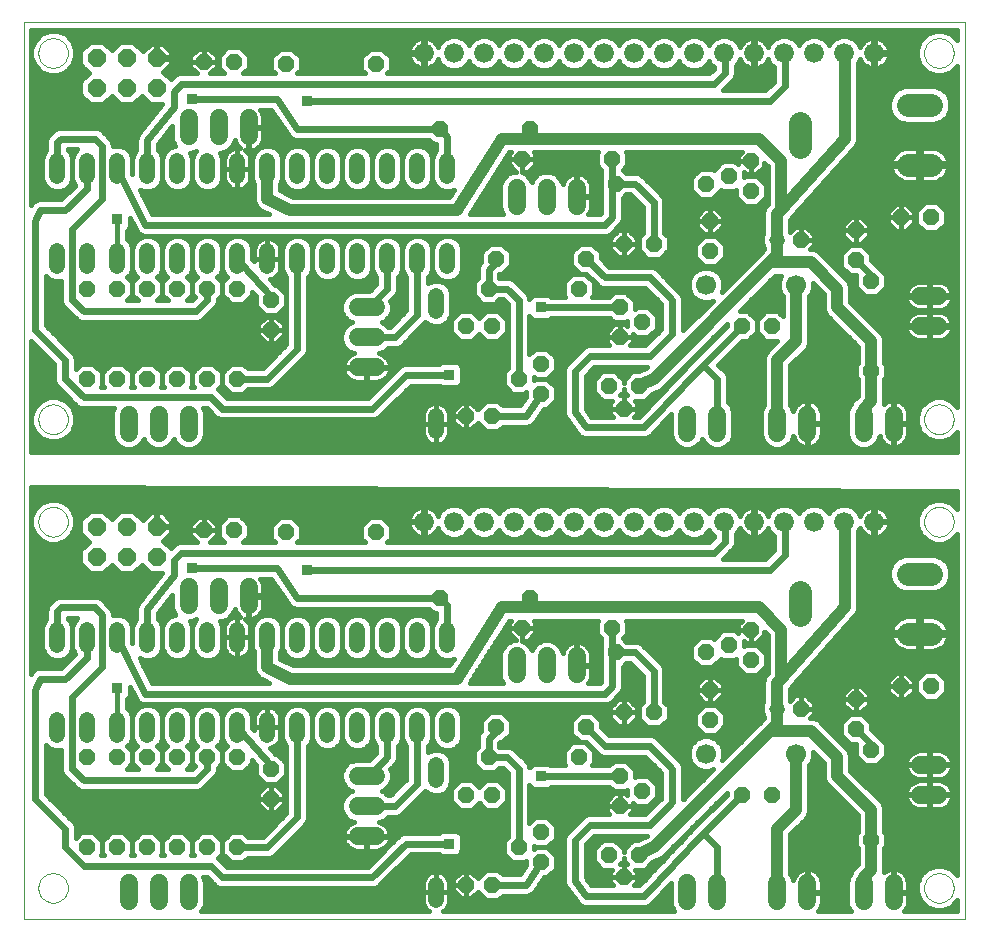
<source format=gtl>
G75*
G70*
%OFA0B0*%
%FSLAX24Y24*%
%IPPOS*%
%LPD*%
%AMOC8*
5,1,8,0,0,1.08239X$1,22.5*
%
%ADD10C,0.0000*%
%ADD11C,0.0520*%
%ADD12OC8,0.0520*%
%ADD13C,0.0660*%
%ADD14C,0.0600*%
%ADD15C,0.0669*%
%ADD16C,0.0520*%
%ADD17OC8,0.0600*%
%ADD18C,0.0780*%
%ADD19C,0.0160*%
%ADD20C,0.0240*%
%ADD21C,0.0400*%
%ADD22R,0.0356X0.0356*%
D10*
X000305Y000243D02*
X000305Y030114D01*
X031675Y030114D01*
X031675Y000243D01*
X000305Y000243D01*
X000799Y001265D02*
X000801Y001309D01*
X000807Y001353D01*
X000817Y001396D01*
X000830Y001438D01*
X000848Y001478D01*
X000869Y001517D01*
X000893Y001554D01*
X000920Y001589D01*
X000951Y001621D01*
X000984Y001650D01*
X001020Y001676D01*
X001058Y001698D01*
X001098Y001717D01*
X001139Y001733D01*
X001182Y001745D01*
X001225Y001753D01*
X001269Y001757D01*
X001313Y001757D01*
X001357Y001753D01*
X001400Y001745D01*
X001443Y001733D01*
X001484Y001717D01*
X001524Y001698D01*
X001562Y001676D01*
X001598Y001650D01*
X001631Y001621D01*
X001662Y001589D01*
X001689Y001554D01*
X001713Y001517D01*
X001734Y001478D01*
X001752Y001438D01*
X001765Y001396D01*
X001775Y001353D01*
X001781Y001309D01*
X001783Y001265D01*
X001781Y001221D01*
X001775Y001177D01*
X001765Y001134D01*
X001752Y001092D01*
X001734Y001052D01*
X001713Y001013D01*
X001689Y000976D01*
X001662Y000941D01*
X001631Y000909D01*
X001598Y000880D01*
X001562Y000854D01*
X001524Y000832D01*
X001484Y000813D01*
X001443Y000797D01*
X001400Y000785D01*
X001357Y000777D01*
X001313Y000773D01*
X001269Y000773D01*
X001225Y000777D01*
X001182Y000785D01*
X001139Y000797D01*
X001098Y000813D01*
X001058Y000832D01*
X001020Y000854D01*
X000984Y000880D01*
X000951Y000909D01*
X000920Y000941D01*
X000893Y000976D01*
X000869Y001013D01*
X000848Y001052D01*
X000830Y001092D01*
X000817Y001134D01*
X000807Y001177D01*
X000801Y001221D01*
X000799Y001265D01*
X000799Y013470D02*
X000801Y013514D01*
X000807Y013558D01*
X000817Y013601D01*
X000830Y013643D01*
X000848Y013683D01*
X000869Y013722D01*
X000893Y013759D01*
X000920Y013794D01*
X000951Y013826D01*
X000984Y013855D01*
X001020Y013881D01*
X001058Y013903D01*
X001098Y013922D01*
X001139Y013938D01*
X001182Y013950D01*
X001225Y013958D01*
X001269Y013962D01*
X001313Y013962D01*
X001357Y013958D01*
X001400Y013950D01*
X001443Y013938D01*
X001484Y013922D01*
X001524Y013903D01*
X001562Y013881D01*
X001598Y013855D01*
X001631Y013826D01*
X001662Y013794D01*
X001689Y013759D01*
X001713Y013722D01*
X001734Y013683D01*
X001752Y013643D01*
X001765Y013601D01*
X001775Y013558D01*
X001781Y013514D01*
X001783Y013470D01*
X001781Y013426D01*
X001775Y013382D01*
X001765Y013339D01*
X001752Y013297D01*
X001734Y013257D01*
X001713Y013218D01*
X001689Y013181D01*
X001662Y013146D01*
X001631Y013114D01*
X001598Y013085D01*
X001562Y013059D01*
X001524Y013037D01*
X001484Y013018D01*
X001443Y013002D01*
X001400Y012990D01*
X001357Y012982D01*
X001313Y012978D01*
X001269Y012978D01*
X001225Y012982D01*
X001182Y012990D01*
X001139Y013002D01*
X001098Y013018D01*
X001058Y013037D01*
X001020Y013059D01*
X000984Y013085D01*
X000951Y013114D01*
X000920Y013146D01*
X000893Y013181D01*
X000869Y013218D01*
X000848Y013257D01*
X000830Y013297D01*
X000817Y013339D01*
X000807Y013382D01*
X000801Y013426D01*
X000799Y013470D01*
X000799Y016890D02*
X000801Y016934D01*
X000807Y016978D01*
X000817Y017021D01*
X000830Y017063D01*
X000848Y017103D01*
X000869Y017142D01*
X000893Y017179D01*
X000920Y017214D01*
X000951Y017246D01*
X000984Y017275D01*
X001020Y017301D01*
X001058Y017323D01*
X001098Y017342D01*
X001139Y017358D01*
X001182Y017370D01*
X001225Y017378D01*
X001269Y017382D01*
X001313Y017382D01*
X001357Y017378D01*
X001400Y017370D01*
X001443Y017358D01*
X001484Y017342D01*
X001524Y017323D01*
X001562Y017301D01*
X001598Y017275D01*
X001631Y017246D01*
X001662Y017214D01*
X001689Y017179D01*
X001713Y017142D01*
X001734Y017103D01*
X001752Y017063D01*
X001765Y017021D01*
X001775Y016978D01*
X001781Y016934D01*
X001783Y016890D01*
X001781Y016846D01*
X001775Y016802D01*
X001765Y016759D01*
X001752Y016717D01*
X001734Y016677D01*
X001713Y016638D01*
X001689Y016601D01*
X001662Y016566D01*
X001631Y016534D01*
X001598Y016505D01*
X001562Y016479D01*
X001524Y016457D01*
X001484Y016438D01*
X001443Y016422D01*
X001400Y016410D01*
X001357Y016402D01*
X001313Y016398D01*
X001269Y016398D01*
X001225Y016402D01*
X001182Y016410D01*
X001139Y016422D01*
X001098Y016438D01*
X001058Y016457D01*
X001020Y016479D01*
X000984Y016505D01*
X000951Y016534D01*
X000920Y016566D01*
X000893Y016601D01*
X000869Y016638D01*
X000848Y016677D01*
X000830Y016717D01*
X000817Y016759D01*
X000807Y016802D01*
X000801Y016846D01*
X000799Y016890D01*
X000799Y029095D02*
X000801Y029139D01*
X000807Y029183D01*
X000817Y029226D01*
X000830Y029268D01*
X000848Y029308D01*
X000869Y029347D01*
X000893Y029384D01*
X000920Y029419D01*
X000951Y029451D01*
X000984Y029480D01*
X001020Y029506D01*
X001058Y029528D01*
X001098Y029547D01*
X001139Y029563D01*
X001182Y029575D01*
X001225Y029583D01*
X001269Y029587D01*
X001313Y029587D01*
X001357Y029583D01*
X001400Y029575D01*
X001443Y029563D01*
X001484Y029547D01*
X001524Y029528D01*
X001562Y029506D01*
X001598Y029480D01*
X001631Y029451D01*
X001662Y029419D01*
X001689Y029384D01*
X001713Y029347D01*
X001734Y029308D01*
X001752Y029268D01*
X001765Y029226D01*
X001775Y029183D01*
X001781Y029139D01*
X001783Y029095D01*
X001781Y029051D01*
X001775Y029007D01*
X001765Y028964D01*
X001752Y028922D01*
X001734Y028882D01*
X001713Y028843D01*
X001689Y028806D01*
X001662Y028771D01*
X001631Y028739D01*
X001598Y028710D01*
X001562Y028684D01*
X001524Y028662D01*
X001484Y028643D01*
X001443Y028627D01*
X001400Y028615D01*
X001357Y028607D01*
X001313Y028603D01*
X001269Y028603D01*
X001225Y028607D01*
X001182Y028615D01*
X001139Y028627D01*
X001098Y028643D01*
X001058Y028662D01*
X001020Y028684D01*
X000984Y028710D01*
X000951Y028739D01*
X000920Y028771D01*
X000893Y028806D01*
X000869Y028843D01*
X000848Y028882D01*
X000830Y028922D01*
X000817Y028964D01*
X000807Y029007D01*
X000801Y029051D01*
X000799Y029095D01*
X030327Y029095D02*
X030329Y029139D01*
X030335Y029183D01*
X030345Y029226D01*
X030358Y029268D01*
X030376Y029308D01*
X030397Y029347D01*
X030421Y029384D01*
X030448Y029419D01*
X030479Y029451D01*
X030512Y029480D01*
X030548Y029506D01*
X030586Y029528D01*
X030626Y029547D01*
X030667Y029563D01*
X030710Y029575D01*
X030753Y029583D01*
X030797Y029587D01*
X030841Y029587D01*
X030885Y029583D01*
X030928Y029575D01*
X030971Y029563D01*
X031012Y029547D01*
X031052Y029528D01*
X031090Y029506D01*
X031126Y029480D01*
X031159Y029451D01*
X031190Y029419D01*
X031217Y029384D01*
X031241Y029347D01*
X031262Y029308D01*
X031280Y029268D01*
X031293Y029226D01*
X031303Y029183D01*
X031309Y029139D01*
X031311Y029095D01*
X031309Y029051D01*
X031303Y029007D01*
X031293Y028964D01*
X031280Y028922D01*
X031262Y028882D01*
X031241Y028843D01*
X031217Y028806D01*
X031190Y028771D01*
X031159Y028739D01*
X031126Y028710D01*
X031090Y028684D01*
X031052Y028662D01*
X031012Y028643D01*
X030971Y028627D01*
X030928Y028615D01*
X030885Y028607D01*
X030841Y028603D01*
X030797Y028603D01*
X030753Y028607D01*
X030710Y028615D01*
X030667Y028627D01*
X030626Y028643D01*
X030586Y028662D01*
X030548Y028684D01*
X030512Y028710D01*
X030479Y028739D01*
X030448Y028771D01*
X030421Y028806D01*
X030397Y028843D01*
X030376Y028882D01*
X030358Y028922D01*
X030345Y028964D01*
X030335Y029007D01*
X030329Y029051D01*
X030327Y029095D01*
X030327Y016890D02*
X030329Y016934D01*
X030335Y016978D01*
X030345Y017021D01*
X030358Y017063D01*
X030376Y017103D01*
X030397Y017142D01*
X030421Y017179D01*
X030448Y017214D01*
X030479Y017246D01*
X030512Y017275D01*
X030548Y017301D01*
X030586Y017323D01*
X030626Y017342D01*
X030667Y017358D01*
X030710Y017370D01*
X030753Y017378D01*
X030797Y017382D01*
X030841Y017382D01*
X030885Y017378D01*
X030928Y017370D01*
X030971Y017358D01*
X031012Y017342D01*
X031052Y017323D01*
X031090Y017301D01*
X031126Y017275D01*
X031159Y017246D01*
X031190Y017214D01*
X031217Y017179D01*
X031241Y017142D01*
X031262Y017103D01*
X031280Y017063D01*
X031293Y017021D01*
X031303Y016978D01*
X031309Y016934D01*
X031311Y016890D01*
X031309Y016846D01*
X031303Y016802D01*
X031293Y016759D01*
X031280Y016717D01*
X031262Y016677D01*
X031241Y016638D01*
X031217Y016601D01*
X031190Y016566D01*
X031159Y016534D01*
X031126Y016505D01*
X031090Y016479D01*
X031052Y016457D01*
X031012Y016438D01*
X030971Y016422D01*
X030928Y016410D01*
X030885Y016402D01*
X030841Y016398D01*
X030797Y016398D01*
X030753Y016402D01*
X030710Y016410D01*
X030667Y016422D01*
X030626Y016438D01*
X030586Y016457D01*
X030548Y016479D01*
X030512Y016505D01*
X030479Y016534D01*
X030448Y016566D01*
X030421Y016601D01*
X030397Y016638D01*
X030376Y016677D01*
X030358Y016717D01*
X030345Y016759D01*
X030335Y016802D01*
X030329Y016846D01*
X030327Y016890D01*
X030327Y013470D02*
X030329Y013514D01*
X030335Y013558D01*
X030345Y013601D01*
X030358Y013643D01*
X030376Y013683D01*
X030397Y013722D01*
X030421Y013759D01*
X030448Y013794D01*
X030479Y013826D01*
X030512Y013855D01*
X030548Y013881D01*
X030586Y013903D01*
X030626Y013922D01*
X030667Y013938D01*
X030710Y013950D01*
X030753Y013958D01*
X030797Y013962D01*
X030841Y013962D01*
X030885Y013958D01*
X030928Y013950D01*
X030971Y013938D01*
X031012Y013922D01*
X031052Y013903D01*
X031090Y013881D01*
X031126Y013855D01*
X031159Y013826D01*
X031190Y013794D01*
X031217Y013759D01*
X031241Y013722D01*
X031262Y013683D01*
X031280Y013643D01*
X031293Y013601D01*
X031303Y013558D01*
X031309Y013514D01*
X031311Y013470D01*
X031309Y013426D01*
X031303Y013382D01*
X031293Y013339D01*
X031280Y013297D01*
X031262Y013257D01*
X031241Y013218D01*
X031217Y013181D01*
X031190Y013146D01*
X031159Y013114D01*
X031126Y013085D01*
X031090Y013059D01*
X031052Y013037D01*
X031012Y013018D01*
X030971Y013002D01*
X030928Y012990D01*
X030885Y012982D01*
X030841Y012978D01*
X030797Y012978D01*
X030753Y012982D01*
X030710Y012990D01*
X030667Y013002D01*
X030626Y013018D01*
X030586Y013037D01*
X030548Y013059D01*
X030512Y013085D01*
X030479Y013114D01*
X030448Y013146D01*
X030421Y013181D01*
X030397Y013218D01*
X030376Y013257D01*
X030358Y013297D01*
X030345Y013339D01*
X030335Y013382D01*
X030329Y013426D01*
X030327Y013470D01*
X030327Y001265D02*
X030329Y001309D01*
X030335Y001353D01*
X030345Y001396D01*
X030358Y001438D01*
X030376Y001478D01*
X030397Y001517D01*
X030421Y001554D01*
X030448Y001589D01*
X030479Y001621D01*
X030512Y001650D01*
X030548Y001676D01*
X030586Y001698D01*
X030626Y001717D01*
X030667Y001733D01*
X030710Y001745D01*
X030753Y001753D01*
X030797Y001757D01*
X030841Y001757D01*
X030885Y001753D01*
X030928Y001745D01*
X030971Y001733D01*
X031012Y001717D01*
X031052Y001698D01*
X031090Y001676D01*
X031126Y001650D01*
X031159Y001621D01*
X031190Y001589D01*
X031217Y001554D01*
X031241Y001517D01*
X031262Y001478D01*
X031280Y001438D01*
X031293Y001396D01*
X031303Y001353D01*
X031309Y001309D01*
X031311Y001265D01*
X031309Y001221D01*
X031303Y001177D01*
X031293Y001134D01*
X031280Y001092D01*
X031262Y001052D01*
X031241Y001013D01*
X031217Y000976D01*
X031190Y000941D01*
X031159Y000909D01*
X031126Y000880D01*
X031090Y000854D01*
X031052Y000832D01*
X031012Y000813D01*
X030971Y000797D01*
X030928Y000785D01*
X030885Y000777D01*
X030841Y000773D01*
X030797Y000773D01*
X030753Y000777D01*
X030710Y000785D01*
X030667Y000797D01*
X030626Y000813D01*
X030586Y000832D01*
X030548Y000854D01*
X030512Y000880D01*
X030479Y000909D01*
X030448Y000941D01*
X030421Y000976D01*
X030397Y001013D01*
X030376Y001052D01*
X030358Y001092D01*
X030345Y001134D01*
X030335Y001177D01*
X030329Y001221D01*
X030327Y001265D01*
D11*
X014430Y006358D02*
X014430Y006878D01*
X013430Y006878D02*
X013430Y006358D01*
X012430Y006358D02*
X012430Y006878D01*
X011430Y006878D02*
X011430Y006358D01*
X010430Y006358D02*
X010430Y006878D01*
X009430Y006878D02*
X009430Y006358D01*
X008430Y006358D02*
X008430Y006878D01*
X007430Y006878D02*
X007430Y006358D01*
X006430Y006358D02*
X006430Y006878D01*
X005430Y006878D02*
X005430Y006358D01*
X004430Y006358D02*
X004430Y006878D01*
X003430Y006878D02*
X003430Y006358D01*
X002430Y006358D02*
X002430Y006878D01*
X001430Y006878D02*
X001430Y006358D01*
X001430Y009358D02*
X001430Y009878D01*
X002430Y009878D02*
X002430Y009358D01*
X003430Y009358D02*
X003430Y009878D01*
X004430Y009878D02*
X004430Y009358D01*
X005430Y009358D02*
X005430Y009878D01*
X006430Y009878D02*
X006430Y009358D01*
X007430Y009358D02*
X007430Y009878D01*
X008430Y009878D02*
X008430Y009358D01*
X009430Y009358D02*
X009430Y009878D01*
X010430Y009878D02*
X010430Y009358D01*
X011430Y009358D02*
X011430Y009878D01*
X012430Y009878D02*
X012430Y009358D01*
X013430Y009358D02*
X013430Y009878D01*
X014430Y009878D02*
X014430Y009358D01*
X014055Y005378D02*
X014055Y004858D01*
X014055Y001378D02*
X014055Y000858D01*
X014055Y016483D02*
X014055Y017003D01*
X014055Y020483D02*
X014055Y021003D01*
X014430Y021983D02*
X014430Y022503D01*
X013430Y022503D02*
X013430Y021983D01*
X012430Y021983D02*
X012430Y022503D01*
X011430Y022503D02*
X011430Y021983D01*
X010430Y021983D02*
X010430Y022503D01*
X009430Y022503D02*
X009430Y021983D01*
X008430Y021983D02*
X008430Y022503D01*
X007430Y022503D02*
X007430Y021983D01*
X006430Y021983D02*
X006430Y022503D01*
X005430Y022503D02*
X005430Y021983D01*
X004430Y021983D02*
X004430Y022503D01*
X003430Y022503D02*
X003430Y021983D01*
X002430Y021983D02*
X002430Y022503D01*
X001430Y022503D02*
X001430Y021983D01*
X001430Y024983D02*
X001430Y025503D01*
X002430Y025503D02*
X002430Y024983D01*
X003430Y024983D02*
X003430Y025503D01*
X004430Y025503D02*
X004430Y024983D01*
X005430Y024983D02*
X005430Y025503D01*
X006430Y025503D02*
X006430Y024983D01*
X007430Y024983D02*
X007430Y025503D01*
X008430Y025503D02*
X008430Y024983D01*
X009430Y024983D02*
X009430Y025503D01*
X010430Y025503D02*
X010430Y024983D01*
X011430Y024983D02*
X011430Y025503D01*
X012430Y025503D02*
X012430Y024983D01*
X013430Y024983D02*
X013430Y025503D01*
X014430Y025503D02*
X014430Y024983D01*
D12*
X014180Y026555D03*
X012055Y028743D03*
X009055Y028743D03*
X007305Y028805D03*
X006305Y028805D03*
X006430Y021243D03*
X007430Y021243D03*
X008555Y020868D03*
X008555Y019868D03*
X007430Y018243D03*
X006430Y018243D03*
X005430Y018243D03*
X004430Y018243D03*
X003430Y018243D03*
X002430Y018243D03*
X002430Y021243D03*
X003430Y021243D03*
X004430Y021243D03*
X005430Y021243D03*
X006305Y013180D03*
X007305Y013180D03*
X009055Y013118D03*
X012055Y013118D03*
X014180Y010930D03*
X016930Y009930D03*
X017180Y010930D03*
X019930Y009930D03*
X020055Y009118D03*
X020305Y007118D03*
X021305Y007118D03*
X023180Y006868D03*
X023180Y007868D03*
X023055Y009118D03*
X023805Y009368D03*
X024555Y009868D03*
X024555Y008868D03*
X026205Y007243D03*
X028055Y007555D03*
X028055Y006555D03*
X028555Y005868D03*
X029555Y007993D03*
X030555Y007993D03*
X028555Y002868D03*
X025242Y004368D03*
X024242Y004368D03*
X020930Y004493D03*
X020180Y004993D03*
X020180Y003993D03*
X019805Y002368D03*
X020305Y001618D03*
X020805Y002368D03*
X017555Y002118D03*
X016805Y002618D03*
X017555Y003118D03*
X015930Y004368D03*
X015055Y004368D03*
X015805Y005618D03*
X016055Y006618D03*
X018805Y005618D03*
X019055Y006618D03*
X015930Y001368D03*
X015055Y001368D03*
X008555Y004243D03*
X008555Y005243D03*
X007430Y005618D03*
X006430Y005618D03*
X005430Y005618D03*
X004430Y005618D03*
X003430Y005618D03*
X002430Y005618D03*
X002430Y002618D03*
X003430Y002618D03*
X004430Y002618D03*
X005430Y002618D03*
X006430Y002618D03*
X007430Y002618D03*
X015055Y016993D03*
X015930Y016993D03*
X016805Y018243D03*
X017555Y018743D03*
X017555Y017743D03*
X019805Y017993D03*
X020305Y017243D03*
X020805Y017993D03*
X020180Y019618D03*
X020930Y020118D03*
X020180Y020618D03*
X018805Y021243D03*
X019055Y022243D03*
X020305Y022743D03*
X021305Y022743D03*
X023180Y022493D03*
X023180Y023493D03*
X023055Y024743D03*
X023805Y024993D03*
X024555Y025493D03*
X024555Y024493D03*
X026205Y022868D03*
X028055Y023180D03*
X028055Y022180D03*
X028555Y021493D03*
X029555Y023618D03*
X030555Y023618D03*
X028555Y018493D03*
X025242Y019993D03*
X024242Y019993D03*
X020055Y024743D03*
X019930Y025555D03*
X017180Y026555D03*
X016930Y025555D03*
X016055Y022243D03*
X015805Y021243D03*
X015930Y019993D03*
X015055Y019993D03*
D13*
X014653Y013470D03*
X013653Y013470D03*
X015653Y013470D03*
X016653Y013470D03*
X017653Y013470D03*
X018653Y013470D03*
X019653Y013470D03*
X020653Y013470D03*
X021653Y013470D03*
X022653Y013470D03*
X023653Y013470D03*
X024653Y013470D03*
X025653Y013470D03*
X026653Y013470D03*
X027653Y013470D03*
X028653Y013470D03*
X028653Y029095D03*
X027653Y029095D03*
X026653Y029095D03*
X025653Y029095D03*
X024653Y029095D03*
X023653Y029095D03*
X022653Y029095D03*
X021653Y029095D03*
X020653Y029095D03*
X019653Y029095D03*
X018653Y029095D03*
X017653Y029095D03*
X016653Y029095D03*
X015653Y029095D03*
X014653Y029095D03*
X013653Y029095D03*
D14*
X016743Y024605D02*
X016743Y024005D01*
X017743Y024005D02*
X017743Y024605D01*
X018743Y024605D02*
X018743Y024005D01*
X012042Y020617D02*
X011442Y020617D01*
X011442Y019617D02*
X012042Y019617D01*
X012042Y018617D02*
X011442Y018617D01*
X005805Y017043D02*
X005805Y016443D01*
X004805Y016443D02*
X004805Y017043D01*
X003805Y017043D02*
X003805Y016443D01*
X005805Y011293D02*
X005805Y010693D01*
X006805Y010693D02*
X006805Y011293D01*
X007805Y011293D02*
X007805Y010693D01*
X011442Y004992D02*
X012042Y004992D01*
X012042Y003992D02*
X011442Y003992D01*
X011442Y002992D02*
X012042Y002992D01*
X016743Y008380D02*
X016743Y008980D01*
X017743Y008980D02*
X017743Y008380D01*
X018743Y008380D02*
X018743Y008980D01*
X022430Y001418D02*
X022430Y000818D01*
X023430Y000818D02*
X023430Y001418D01*
X025430Y001418D02*
X025430Y000818D01*
X026430Y000818D02*
X026430Y001418D01*
X028305Y001418D02*
X028305Y000818D01*
X029305Y000818D02*
X029305Y001418D01*
X030192Y004368D02*
X030792Y004368D01*
X030792Y005368D02*
X030192Y005368D01*
X029305Y016443D02*
X029305Y017043D01*
X028305Y017043D02*
X028305Y016443D01*
X026430Y016443D02*
X026430Y017043D01*
X025430Y017043D02*
X025430Y016443D01*
X023430Y016443D02*
X023430Y017043D01*
X022430Y017043D02*
X022430Y016443D01*
X030192Y019993D02*
X030792Y019993D01*
X030792Y020993D02*
X030192Y020993D01*
X007805Y026318D02*
X007805Y026918D01*
X006805Y026918D02*
X006805Y026318D01*
X005805Y026318D02*
X005805Y026918D01*
X005805Y001418D02*
X005805Y000818D01*
X004805Y000818D02*
X004805Y001418D01*
X003805Y001418D02*
X003805Y000818D01*
D15*
X023055Y005743D03*
X026055Y005743D03*
X026055Y021368D03*
X023055Y021368D03*
D16*
X025405Y022868D03*
X025405Y007243D03*
D17*
X004742Y012305D03*
X003742Y012305D03*
X002742Y012305D03*
X002742Y013305D03*
X003742Y013305D03*
X004742Y013305D03*
X004742Y027930D03*
X003742Y027930D03*
X002742Y027930D03*
X002742Y028930D03*
X003742Y028930D03*
X004742Y028930D03*
D18*
X026180Y026758D02*
X026180Y025978D01*
X029790Y025368D02*
X030570Y025368D01*
X030570Y027368D02*
X029790Y027368D01*
X029790Y011743D02*
X030570Y011743D01*
X030570Y009743D02*
X029790Y009743D01*
X026180Y010353D02*
X026180Y011133D01*
D19*
X025031Y012228D02*
X023612Y012228D01*
X023884Y012500D01*
X023985Y012601D01*
X024040Y012733D01*
X024040Y013050D01*
X024137Y013147D01*
X024185Y013265D01*
X024217Y013203D01*
X024264Y013138D01*
X024321Y013081D01*
X024386Y013034D01*
X024458Y012997D01*
X024534Y012972D01*
X024613Y012960D01*
X024635Y012960D01*
X024635Y013451D01*
X024672Y013451D01*
X024672Y012960D01*
X024694Y012960D01*
X024773Y012972D01*
X024849Y012997D01*
X024921Y013034D01*
X024986Y013081D01*
X025042Y013138D01*
X025090Y013203D01*
X025121Y013265D01*
X025170Y013147D01*
X025320Y012997D01*
X025320Y012517D01*
X025031Y012228D01*
X025125Y012322D02*
X023706Y012322D01*
X023865Y012481D02*
X025284Y012481D01*
X025320Y012639D02*
X024001Y012639D01*
X024040Y012798D02*
X025320Y012798D01*
X025320Y012956D02*
X024040Y012956D01*
X024104Y013115D02*
X024287Y013115D01*
X023680Y013443D02*
X023653Y013470D01*
X023284Y013907D02*
X023022Y013907D01*
X022976Y013953D02*
X022767Y014040D01*
X022540Y014040D01*
X022331Y013953D01*
X022170Y013793D01*
X022153Y013752D01*
X022137Y013793D01*
X021976Y013953D01*
X021767Y014040D01*
X021540Y014040D01*
X021331Y013953D01*
X021170Y013793D01*
X021153Y013752D01*
X021137Y013793D01*
X020976Y013953D01*
X020767Y014040D01*
X020540Y014040D01*
X020331Y013953D01*
X020170Y013793D01*
X020153Y013752D01*
X020137Y013793D01*
X019976Y013953D01*
X019767Y014040D01*
X019540Y014040D01*
X019331Y013953D01*
X019170Y013793D01*
X019153Y013752D01*
X019137Y013793D01*
X018976Y013953D01*
X018767Y014040D01*
X018540Y014040D01*
X018331Y013953D01*
X018170Y013793D01*
X018153Y013752D01*
X018137Y013793D01*
X017976Y013953D01*
X017767Y014040D01*
X017540Y014040D01*
X017331Y013953D01*
X017170Y013793D01*
X017153Y013752D01*
X017137Y013793D01*
X016976Y013953D01*
X016767Y014040D01*
X016540Y014040D01*
X016331Y013953D01*
X016170Y013793D01*
X016153Y013752D01*
X016137Y013793D01*
X015976Y013953D01*
X015767Y014040D01*
X015540Y014040D01*
X015331Y013953D01*
X015170Y013793D01*
X015153Y013752D01*
X015137Y013793D01*
X014976Y013953D01*
X014767Y014040D01*
X014540Y014040D01*
X014331Y013953D01*
X014170Y013793D01*
X014121Y013675D01*
X014090Y013737D01*
X014042Y013802D01*
X013986Y013859D01*
X013921Y013906D01*
X013849Y013943D01*
X013773Y013967D01*
X013694Y013980D01*
X013672Y013980D01*
X013672Y013488D01*
X013635Y013488D01*
X013635Y013451D01*
X013672Y013451D01*
X013672Y012960D01*
X013694Y012960D01*
X013773Y012972D01*
X013849Y012997D01*
X013921Y013034D01*
X013986Y013081D01*
X014042Y013138D01*
X014090Y013203D01*
X014121Y013265D01*
X014170Y013147D01*
X014331Y012987D01*
X014540Y012900D01*
X014767Y012900D01*
X014976Y012987D01*
X015137Y013147D01*
X015153Y013188D01*
X015170Y013147D01*
X015331Y012987D01*
X015540Y012900D01*
X015767Y012900D01*
X015976Y012987D01*
X016137Y013147D01*
X016153Y013188D01*
X016170Y013147D01*
X016331Y012987D01*
X016540Y012900D01*
X016767Y012900D01*
X016976Y012987D01*
X017137Y013147D01*
X017153Y013188D01*
X017170Y013147D01*
X017331Y012987D01*
X017540Y012900D01*
X017767Y012900D01*
X017976Y012987D01*
X018137Y013147D01*
X018153Y013188D01*
X018170Y013147D01*
X018331Y012987D01*
X018540Y012900D01*
X018767Y012900D01*
X018976Y012987D01*
X019137Y013147D01*
X019153Y013188D01*
X019170Y013147D01*
X019331Y012987D01*
X019540Y012900D01*
X019767Y012900D01*
X019976Y012987D01*
X020137Y013147D01*
X020153Y013188D01*
X020170Y013147D01*
X020331Y012987D01*
X020540Y012900D01*
X020767Y012900D01*
X020976Y012987D01*
X021137Y013147D01*
X021153Y013188D01*
X021170Y013147D01*
X021331Y012987D01*
X021540Y012900D01*
X021767Y012900D01*
X021976Y012987D01*
X022137Y013147D01*
X022153Y013188D01*
X022170Y013147D01*
X022331Y012987D01*
X022540Y012900D01*
X022767Y012900D01*
X022976Y012987D01*
X023137Y013147D01*
X023153Y013188D01*
X023170Y013147D01*
X023320Y012997D01*
X023320Y012954D01*
X023156Y012790D01*
X012435Y012790D01*
X012555Y012910D01*
X012555Y013325D01*
X012262Y013618D01*
X011848Y013618D01*
X011555Y013325D01*
X011555Y012910D01*
X011675Y012790D01*
X009435Y012790D01*
X009555Y012910D01*
X009555Y013325D01*
X009262Y013618D01*
X008848Y013618D01*
X008555Y013325D01*
X008555Y012910D01*
X008675Y012790D01*
X007622Y012790D01*
X007805Y012973D01*
X007805Y013387D01*
X007512Y013680D01*
X007098Y013680D01*
X006805Y013387D01*
X006805Y012973D01*
X006988Y012790D01*
X006537Y012790D01*
X006745Y012998D01*
X006745Y013180D01*
X006305Y013180D01*
X006305Y013180D01*
X006745Y013180D01*
X006745Y013362D01*
X006487Y013620D01*
X006305Y013620D01*
X006305Y013180D01*
X005865Y013180D01*
X005865Y012998D01*
X006073Y012790D01*
X005483Y012790D01*
X005351Y012735D01*
X005213Y012598D01*
X004966Y012845D01*
X004961Y012845D01*
X005222Y013106D01*
X005222Y013285D01*
X004762Y013285D01*
X004762Y013325D01*
X004722Y013325D01*
X004722Y013785D01*
X004544Y013785D01*
X004282Y013524D01*
X004282Y013529D01*
X003966Y013845D01*
X003519Y013845D01*
X003242Y013569D01*
X002966Y013845D01*
X002519Y013845D01*
X002202Y013529D01*
X002202Y013081D01*
X002479Y012805D01*
X002202Y012529D01*
X002202Y012081D01*
X002519Y011765D01*
X002966Y011765D01*
X003242Y012041D01*
X003519Y011765D01*
X003966Y011765D01*
X004242Y012041D01*
X004519Y011765D01*
X004915Y011765D01*
X004160Y010794D01*
X004125Y010759D01*
X004116Y010738D01*
X004102Y010719D01*
X004089Y010672D01*
X004070Y010627D01*
X004070Y010604D01*
X004064Y010581D01*
X004070Y010533D01*
X004070Y010225D01*
X004006Y010161D01*
X003930Y009977D01*
X003930Y009423D01*
X003930Y009977D01*
X003854Y010161D01*
X003713Y010301D01*
X003529Y010378D01*
X003331Y010378D01*
X003290Y010361D01*
X003290Y010439D01*
X003235Y010571D01*
X002985Y010821D01*
X002884Y010923D01*
X002752Y010978D01*
X001483Y010978D01*
X001351Y010923D01*
X001250Y010821D01*
X001226Y010798D01*
X001125Y010696D01*
X001070Y010564D01*
X001070Y010225D01*
X001006Y010161D01*
X000930Y009977D01*
X000930Y009258D01*
X001006Y009074D01*
X001147Y008934D01*
X001331Y008858D01*
X001529Y008858D01*
X001713Y008934D01*
X001854Y009074D01*
X001930Y009258D01*
X002006Y009074D01*
X002029Y009051D01*
X001540Y008603D01*
X000880Y008603D01*
X000822Y008607D01*
X000809Y008603D01*
X000796Y008603D01*
X000742Y008580D01*
X000686Y008561D01*
X000676Y008553D01*
X000664Y008548D01*
X000622Y008506D01*
X000578Y008468D01*
X000572Y008456D01*
X000562Y008446D01*
X000545Y008405D01*
X000545Y014617D01*
X031435Y014494D01*
X031435Y013889D01*
X031233Y014091D01*
X030964Y014202D01*
X030673Y014202D01*
X030404Y014091D01*
X030198Y013885D01*
X030087Y013616D01*
X030087Y013324D01*
X030198Y013055D01*
X030404Y012849D01*
X030673Y012738D01*
X030964Y012738D01*
X031233Y012849D01*
X031435Y013051D01*
X031435Y001684D01*
X031233Y001886D01*
X030964Y001997D01*
X030673Y001997D01*
X030404Y001886D01*
X030198Y001680D01*
X030087Y001411D01*
X030087Y001120D01*
X030198Y000850D01*
X030404Y000644D01*
X030673Y000533D01*
X030964Y000533D01*
X031233Y000644D01*
X031435Y000846D01*
X031435Y000483D01*
X029649Y000483D01*
X029671Y000505D01*
X029715Y000566D01*
X029750Y000633D01*
X029773Y000705D01*
X029785Y000780D01*
X029785Y001098D01*
X029325Y001098D01*
X029325Y001138D01*
X029285Y001138D01*
X029285Y001898D01*
X029267Y001898D01*
X029193Y001886D01*
X029121Y001862D01*
X029053Y001828D01*
X028995Y001786D01*
X028995Y001873D01*
X028995Y002600D01*
X029055Y002660D01*
X029055Y003075D01*
X028995Y003135D01*
X028995Y003955D01*
X028928Y004117D01*
X027870Y005175D01*
X027870Y005705D01*
X027803Y005867D01*
X026928Y006742D01*
X026804Y006866D01*
X026642Y006933D01*
X026517Y006933D01*
X026645Y007060D01*
X026645Y007243D01*
X026645Y007425D01*
X026387Y007683D01*
X026205Y007683D01*
X026205Y007243D01*
X026205Y007243D01*
X026205Y007683D01*
X026023Y007683D01*
X025845Y007505D01*
X025845Y007907D01*
X025875Y007940D01*
X025928Y007993D01*
X025933Y008005D01*
X028000Y010315D01*
X028053Y010368D01*
X028058Y010380D01*
X028066Y010389D01*
X028091Y010460D01*
X028120Y010530D01*
X028120Y010543D01*
X028124Y010555D01*
X028120Y010630D01*
X028120Y013130D01*
X028137Y013147D01*
X028185Y013265D01*
X028217Y013203D01*
X028264Y013138D01*
X028321Y013081D01*
X028386Y013034D01*
X028458Y012997D01*
X028534Y012972D01*
X028613Y012960D01*
X028635Y012960D01*
X028635Y013451D01*
X028672Y013451D01*
X028672Y012960D01*
X028694Y012960D01*
X028773Y012972D01*
X028849Y012997D01*
X028921Y013034D01*
X028986Y013081D01*
X029042Y013138D01*
X029090Y013203D01*
X029126Y013274D01*
X029151Y013350D01*
X029163Y013430D01*
X029163Y013451D01*
X028672Y013451D01*
X028672Y013488D01*
X029163Y013488D01*
X029163Y013510D01*
X029151Y013589D01*
X029126Y013666D01*
X029090Y013737D01*
X029042Y013802D01*
X028986Y013859D01*
X028921Y013906D01*
X028849Y013943D01*
X028773Y013967D01*
X028694Y013980D01*
X028672Y013980D01*
X028672Y013488D01*
X028635Y013488D01*
X028635Y013980D01*
X028613Y013980D01*
X028534Y013967D01*
X028458Y013943D01*
X028386Y013906D01*
X028321Y013859D01*
X028264Y013802D01*
X028217Y013737D01*
X028185Y013675D01*
X028137Y013793D01*
X027976Y013953D01*
X027767Y014040D01*
X027540Y014040D01*
X027331Y013953D01*
X027170Y013793D01*
X027153Y013752D01*
X027137Y013793D01*
X026976Y013953D01*
X026767Y014040D01*
X026540Y014040D01*
X026331Y013953D01*
X026170Y013793D01*
X026153Y013752D01*
X026137Y013793D01*
X025976Y013953D01*
X025767Y014040D01*
X025540Y014040D01*
X025331Y013953D01*
X025170Y013793D01*
X025121Y013675D01*
X025090Y013737D01*
X025042Y013802D01*
X024986Y013859D01*
X024921Y013906D01*
X024849Y013943D01*
X024773Y013967D01*
X024694Y013980D01*
X024672Y013980D01*
X024672Y013488D01*
X024635Y013488D01*
X024635Y013980D01*
X024613Y013980D01*
X024534Y013967D01*
X024458Y013943D01*
X024386Y013906D01*
X024321Y013859D01*
X024264Y013802D01*
X024217Y013737D01*
X024185Y013675D01*
X024137Y013793D01*
X023976Y013953D01*
X023767Y014040D01*
X023540Y014040D01*
X023331Y013953D01*
X023170Y013793D01*
X023153Y013752D01*
X023137Y013793D01*
X022976Y013953D01*
X022284Y013907D02*
X022022Y013907D01*
X021284Y013907D02*
X021022Y013907D01*
X020284Y013907D02*
X020022Y013907D01*
X019284Y013907D02*
X019022Y013907D01*
X018284Y013907D02*
X018022Y013907D01*
X017284Y013907D02*
X017022Y013907D01*
X017104Y013115D02*
X017203Y013115D01*
X017404Y012956D02*
X016902Y012956D01*
X016404Y012956D02*
X015902Y012956D01*
X016104Y013115D02*
X016203Y013115D01*
X016284Y013907D02*
X016022Y013907D01*
X015284Y013907D02*
X015022Y013907D01*
X014284Y013907D02*
X013919Y013907D01*
X014081Y013749D02*
X014152Y013749D01*
X013672Y013749D02*
X013635Y013749D01*
X013635Y013907D02*
X013672Y013907D01*
X013635Y013980D02*
X013635Y013488D01*
X013143Y013488D01*
X013143Y013510D01*
X013156Y013589D01*
X013181Y013666D01*
X013217Y013737D01*
X013264Y013802D01*
X013321Y013859D01*
X013386Y013906D01*
X013458Y013943D01*
X013534Y013967D01*
X013613Y013980D01*
X013635Y013980D01*
X013388Y013907D02*
X001889Y013907D01*
X001912Y013885D02*
X001706Y014091D01*
X001437Y014202D01*
X001146Y014202D01*
X000876Y014091D01*
X000671Y013885D01*
X000559Y013616D01*
X000559Y013324D01*
X000671Y013055D01*
X000876Y012849D01*
X001146Y012738D01*
X001437Y012738D01*
X001706Y012849D01*
X001912Y013055D01*
X002023Y013324D01*
X002023Y013616D01*
X001912Y013885D01*
X001968Y013749D02*
X002422Y013749D01*
X002264Y013590D02*
X002023Y013590D01*
X002023Y013432D02*
X002202Y013432D01*
X002202Y013273D02*
X002002Y013273D01*
X001936Y013115D02*
X002202Y013115D01*
X002328Y012956D02*
X001813Y012956D01*
X001581Y012798D02*
X002471Y012798D01*
X002313Y012639D02*
X000545Y012639D01*
X000545Y012481D02*
X002202Y012481D01*
X002202Y012322D02*
X000545Y012322D01*
X000545Y012164D02*
X002202Y012164D01*
X002279Y012005D02*
X000545Y012005D01*
X000545Y011847D02*
X002437Y011847D01*
X003048Y011847D02*
X003437Y011847D01*
X003279Y012005D02*
X003206Y012005D01*
X004048Y011847D02*
X004437Y011847D01*
X004279Y012005D02*
X004206Y012005D01*
X004732Y011530D02*
X000545Y011530D01*
X000545Y011688D02*
X004855Y011688D01*
X004609Y011371D02*
X000545Y011371D01*
X000545Y011213D02*
X004485Y011213D01*
X004362Y011054D02*
X000545Y011054D01*
X000545Y010896D02*
X001324Y010896D01*
X001250Y010821D02*
X001250Y010821D01*
X001226Y010798D02*
X001226Y010798D01*
X001165Y010737D02*
X000545Y010737D01*
X000545Y010579D02*
X001076Y010579D01*
X001070Y010420D02*
X000545Y010420D01*
X000545Y010262D02*
X001070Y010262D01*
X000982Y010103D02*
X000545Y010103D01*
X000545Y009945D02*
X000930Y009945D01*
X000930Y009786D02*
X000545Y009786D01*
X000545Y009628D02*
X000930Y009628D01*
X000930Y009469D02*
X000545Y009469D01*
X000545Y009311D02*
X000930Y009311D01*
X000974Y009152D02*
X000545Y009152D01*
X000545Y008994D02*
X001087Y008994D01*
X000545Y008835D02*
X001794Y008835D01*
X001773Y008994D02*
X001966Y008994D01*
X001974Y009152D02*
X001886Y009152D01*
X001930Y009258D02*
X001930Y009977D01*
X002006Y010161D01*
X002103Y010258D01*
X001790Y010258D01*
X001790Y010225D01*
X001854Y010161D01*
X001930Y009977D01*
X001930Y009258D01*
X001930Y009311D02*
X001930Y009311D01*
X001930Y009469D02*
X001930Y009469D01*
X001930Y009628D02*
X001930Y009628D01*
X001930Y009786D02*
X001930Y009786D01*
X001930Y009945D02*
X001930Y009945D01*
X001878Y010103D02*
X001982Y010103D01*
X002911Y010896D02*
X004239Y010896D01*
X004115Y010737D02*
X003070Y010737D01*
X003228Y010579D02*
X004064Y010579D01*
X004070Y010420D02*
X003290Y010420D01*
X003753Y010262D02*
X004070Y010262D01*
X003982Y010103D02*
X003878Y010103D01*
X003930Y009945D02*
X003930Y009945D01*
X003930Y009786D02*
X003930Y009786D01*
X003930Y009628D02*
X003930Y009628D01*
X003930Y009469D02*
X003930Y009469D01*
X003930Y009423D02*
X003930Y009423D01*
X004182Y008919D02*
X004331Y008858D01*
X004529Y008858D01*
X004713Y008934D01*
X004854Y009074D01*
X004930Y009258D01*
X005006Y009074D01*
X005147Y008934D01*
X005331Y008858D01*
X005529Y008858D01*
X005713Y008934D01*
X005854Y009074D01*
X005930Y009258D01*
X006006Y009074D01*
X006147Y008934D01*
X006331Y008858D01*
X006529Y008858D01*
X006713Y008934D01*
X006854Y009074D01*
X006930Y009258D01*
X006930Y009977D01*
X006857Y010153D01*
X006912Y010153D01*
X007111Y010235D01*
X007263Y010387D01*
X007339Y010572D01*
X007360Y010508D01*
X007394Y010441D01*
X007439Y010380D01*
X007492Y010326D01*
X007516Y010309D01*
X007465Y010318D01*
X007430Y010318D01*
X007395Y010318D01*
X007327Y010307D01*
X007261Y010285D01*
X007199Y010254D01*
X007143Y010213D01*
X007094Y010164D01*
X007054Y010108D01*
X007022Y010046D01*
X007001Y009981D01*
X006990Y009912D01*
X006990Y009618D01*
X007430Y009618D01*
X007430Y010318D01*
X007430Y009618D01*
X007430Y009618D01*
X007870Y009618D01*
X007870Y009912D01*
X007859Y009981D01*
X007838Y010046D01*
X007806Y010108D01*
X007766Y010164D01*
X007717Y010213D01*
X007703Y010223D01*
X007767Y010213D01*
X007785Y010213D01*
X007785Y010973D01*
X007825Y010973D01*
X007825Y011013D01*
X008285Y011013D01*
X008285Y011330D01*
X008273Y011405D01*
X008250Y011477D01*
X008215Y011544D01*
X008197Y011570D01*
X008553Y011570D01*
X009112Y010757D01*
X009125Y010726D01*
X009152Y010699D01*
X009174Y010667D01*
X009202Y010649D01*
X009226Y010625D01*
X009262Y010610D01*
X009294Y010589D01*
X009327Y010583D01*
X009358Y010570D01*
X009397Y010570D01*
X009435Y010563D01*
X009468Y010570D01*
X013833Y010570D01*
X013973Y010430D01*
X014070Y010430D01*
X014070Y010225D01*
X014006Y010161D01*
X013930Y009977D01*
X013930Y009258D01*
X013854Y009074D01*
X013713Y008934D01*
X013529Y008858D01*
X013331Y008858D01*
X013147Y008934D01*
X013006Y009074D01*
X012930Y009258D01*
X012930Y009977D01*
X013006Y010161D01*
X013147Y010301D01*
X013331Y010378D01*
X013529Y010378D01*
X013713Y010301D01*
X013854Y010161D01*
X013930Y009977D01*
X013930Y009258D01*
X014006Y009074D01*
X014147Y008934D01*
X014331Y008858D01*
X014529Y008858D01*
X014639Y008903D01*
X014500Y008683D01*
X009284Y008683D01*
X008870Y008889D01*
X008870Y009113D01*
X008930Y009258D01*
X009006Y009074D01*
X009147Y008934D01*
X009331Y008858D01*
X009529Y008858D01*
X009713Y008934D01*
X009854Y009074D01*
X009930Y009258D01*
X010006Y009074D01*
X010147Y008934D01*
X010331Y008858D01*
X010529Y008858D01*
X010713Y008934D01*
X010854Y009074D01*
X010930Y009258D01*
X011006Y009074D01*
X011147Y008934D01*
X011331Y008858D01*
X011529Y008858D01*
X011713Y008934D01*
X011854Y009074D01*
X011930Y009258D01*
X012006Y009074D01*
X012147Y008934D01*
X012331Y008858D01*
X012529Y008858D01*
X012713Y008934D01*
X012854Y009074D01*
X012930Y009258D01*
X012930Y009977D01*
X012854Y010161D01*
X012713Y010301D01*
X012529Y010378D01*
X012331Y010378D01*
X012147Y010301D01*
X012006Y010161D01*
X011930Y009977D01*
X011930Y009258D01*
X011930Y009977D01*
X011854Y010161D01*
X011713Y010301D01*
X011529Y010378D01*
X011331Y010378D01*
X011147Y010301D01*
X011006Y010161D01*
X010930Y009977D01*
X010930Y009258D01*
X010930Y009977D01*
X010854Y010161D01*
X010713Y010301D01*
X010529Y010378D01*
X010331Y010378D01*
X010147Y010301D01*
X010006Y010161D01*
X009930Y009977D01*
X009930Y009258D01*
X009930Y009977D01*
X009854Y010161D01*
X009713Y010301D01*
X009529Y010378D01*
X009331Y010378D01*
X009147Y010301D01*
X009006Y010161D01*
X008930Y009977D01*
X008930Y009258D01*
X008930Y009977D01*
X008854Y010161D01*
X008713Y010301D01*
X008529Y010378D01*
X008331Y010378D01*
X008147Y010301D01*
X008006Y010161D01*
X007930Y009977D01*
X007930Y009258D01*
X007990Y009113D01*
X007990Y008633D01*
X007985Y008561D01*
X007990Y008546D01*
X007990Y008530D01*
X008017Y008464D01*
X008040Y008395D01*
X008051Y008383D01*
X008057Y008368D01*
X008108Y008317D01*
X008155Y008263D01*
X008169Y008256D01*
X008181Y008245D01*
X008247Y008217D01*
X008476Y008103D01*
X004590Y008103D01*
X004221Y008839D01*
X004221Y008839D01*
X004182Y008919D01*
X004224Y008835D02*
X007990Y008835D01*
X007990Y008677D02*
X004303Y008677D01*
X004382Y008518D02*
X007995Y008518D01*
X008066Y008360D02*
X004461Y008360D01*
X004541Y008201D02*
X008279Y008201D01*
X007717Y009022D02*
X007661Y008981D01*
X007599Y008950D01*
X007533Y008928D01*
X007465Y008918D01*
X007430Y008918D01*
X007430Y009618D01*
X007430Y009618D01*
X007430Y009618D01*
X007870Y009618D01*
X007870Y009323D01*
X007859Y009254D01*
X007838Y009189D01*
X007806Y009127D01*
X007766Y009071D01*
X007717Y009022D01*
X007678Y008994D02*
X007990Y008994D01*
X007974Y009152D02*
X007819Y009152D01*
X007868Y009311D02*
X007930Y009311D01*
X007930Y009469D02*
X007870Y009469D01*
X007870Y009628D02*
X007930Y009628D01*
X007930Y009786D02*
X007870Y009786D01*
X007865Y009945D02*
X007930Y009945D01*
X007982Y010103D02*
X007809Y010103D01*
X007825Y010213D02*
X007843Y010213D01*
X007917Y010224D01*
X007989Y010248D01*
X008056Y010282D01*
X008118Y010326D01*
X008171Y010380D01*
X008215Y010441D01*
X008250Y010508D01*
X008273Y010580D01*
X008285Y010655D01*
X008285Y010973D01*
X007825Y010973D01*
X007825Y010213D01*
X007825Y010262D02*
X007785Y010262D01*
X007785Y010420D02*
X007825Y010420D01*
X007825Y010579D02*
X007785Y010579D01*
X007785Y010737D02*
X007825Y010737D01*
X007825Y010896D02*
X007785Y010896D01*
X008285Y010896D02*
X009017Y010896D01*
X009120Y010737D02*
X008285Y010737D01*
X008273Y010579D02*
X009338Y010579D01*
X009107Y010262D02*
X008753Y010262D01*
X008878Y010103D02*
X008982Y010103D01*
X008930Y009945D02*
X008930Y009945D01*
X008930Y009786D02*
X008930Y009786D01*
X008930Y009628D02*
X008930Y009628D01*
X008930Y009469D02*
X008930Y009469D01*
X008930Y009311D02*
X008930Y009311D01*
X008886Y009152D02*
X008974Y009152D01*
X008870Y008994D02*
X009087Y008994D01*
X008979Y008835D02*
X014596Y008835D01*
X014087Y008994D02*
X013773Y008994D01*
X013886Y009152D02*
X013974Y009152D01*
X013930Y009311D02*
X013930Y009311D01*
X013930Y009469D02*
X013930Y009469D01*
X013930Y009628D02*
X013930Y009628D01*
X013930Y009786D02*
X013930Y009786D01*
X013930Y009945D02*
X013930Y009945D01*
X013878Y010103D02*
X013982Y010103D01*
X014070Y010262D02*
X013753Y010262D01*
X014070Y010420D02*
X008200Y010420D01*
X008107Y010262D02*
X008016Y010262D01*
X007430Y010262D02*
X007430Y010262D01*
X007430Y010103D02*
X007430Y010103D01*
X007430Y009945D02*
X007430Y009945D01*
X007430Y009786D02*
X007430Y009786D01*
X007430Y009628D02*
X007430Y009628D01*
X007430Y009618D02*
X006990Y009618D01*
X006990Y009323D01*
X007001Y009254D01*
X007022Y009189D01*
X007054Y009127D01*
X007094Y009071D01*
X007143Y009022D01*
X007199Y008981D01*
X007261Y008950D01*
X007327Y008928D01*
X007395Y008918D01*
X007430Y008918D01*
X007430Y009618D01*
X007430Y009618D01*
X007430Y009469D02*
X007430Y009469D01*
X007430Y009311D02*
X007430Y009311D01*
X007430Y009152D02*
X007430Y009152D01*
X007430Y008994D02*
X007430Y008994D01*
X007182Y008994D02*
X006773Y008994D01*
X006886Y009152D02*
X007041Y009152D01*
X006992Y009311D02*
X006930Y009311D01*
X006930Y009469D02*
X006990Y009469D01*
X006990Y009628D02*
X006930Y009628D01*
X006930Y009786D02*
X006990Y009786D01*
X006995Y009945D02*
X006930Y009945D01*
X006878Y010103D02*
X007051Y010103D01*
X007138Y010262D02*
X007214Y010262D01*
X007277Y010420D02*
X007410Y010420D01*
X008285Y011054D02*
X008908Y011054D01*
X008799Y011213D02*
X008285Y011213D01*
X008278Y011371D02*
X008690Y011371D01*
X008581Y011530D02*
X008223Y011530D01*
X008668Y012798D02*
X007630Y012798D01*
X007788Y012956D02*
X008555Y012956D01*
X008555Y013115D02*
X007805Y013115D01*
X007805Y013273D02*
X008555Y013273D01*
X008662Y013432D02*
X007761Y013432D01*
X007602Y013590D02*
X008820Y013590D01*
X009290Y013590D02*
X011820Y013590D01*
X011662Y013432D02*
X009448Y013432D01*
X009555Y013273D02*
X011555Y013273D01*
X011555Y013115D02*
X009555Y013115D01*
X009555Y012956D02*
X011555Y012956D01*
X011668Y012798D02*
X009442Y012798D01*
X006980Y012798D02*
X006545Y012798D01*
X006703Y012956D02*
X006822Y012956D01*
X006805Y013115D02*
X006745Y013115D01*
X006745Y013273D02*
X006805Y013273D01*
X006849Y013432D02*
X006676Y013432D01*
X006517Y013590D02*
X007008Y013590D01*
X006305Y013590D02*
X006305Y013590D01*
X006305Y013620D02*
X006123Y013620D01*
X005865Y013362D01*
X005865Y013180D01*
X006305Y013180D01*
X006305Y013180D01*
X006305Y013180D01*
X006305Y013620D01*
X006305Y013432D02*
X006305Y013432D01*
X006305Y013273D02*
X006305Y013273D01*
X006093Y013590D02*
X005136Y013590D01*
X005222Y013504D02*
X004941Y013785D01*
X004762Y013785D01*
X004762Y013325D01*
X005222Y013325D01*
X005222Y013504D01*
X005222Y013432D02*
X005934Y013432D01*
X005865Y013273D02*
X005222Y013273D01*
X005222Y013115D02*
X005865Y013115D01*
X005907Y012956D02*
X005072Y012956D01*
X005014Y012798D02*
X006065Y012798D01*
X005255Y012639D02*
X005172Y012639D01*
X004762Y013432D02*
X004722Y013432D01*
X004722Y013590D02*
X004762Y013590D01*
X004762Y013749D02*
X004722Y013749D01*
X004507Y013749D02*
X004063Y013749D01*
X004221Y013590D02*
X004349Y013590D01*
X004978Y013749D02*
X013225Y013749D01*
X013156Y013590D02*
X012290Y013590D01*
X012448Y013432D02*
X013143Y013432D01*
X013143Y013430D02*
X013156Y013350D01*
X013181Y013274D01*
X013217Y013203D01*
X013264Y013138D01*
X013321Y013081D01*
X013386Y013034D01*
X013458Y012997D01*
X013534Y012972D01*
X013613Y012960D01*
X013635Y012960D01*
X013635Y013451D01*
X013143Y013451D01*
X013143Y013430D01*
X013181Y013273D02*
X012555Y013273D01*
X012555Y013115D02*
X013287Y013115D01*
X013635Y013115D02*
X013672Y013115D01*
X013672Y013273D02*
X013635Y013273D01*
X013635Y013432D02*
X013672Y013432D01*
X013672Y013590D02*
X013635Y013590D01*
X014019Y013115D02*
X014203Y013115D01*
X014404Y012956D02*
X012555Y012956D01*
X012442Y012798D02*
X023163Y012798D01*
X023320Y012956D02*
X022902Y012956D01*
X023104Y013115D02*
X023203Y013115D01*
X022404Y012956D02*
X021902Y012956D01*
X022104Y013115D02*
X022203Y013115D01*
X021404Y012956D02*
X020902Y012956D01*
X021104Y013115D02*
X021203Y013115D01*
X020404Y012956D02*
X019902Y012956D01*
X020104Y013115D02*
X020203Y013115D01*
X019404Y012956D02*
X018902Y012956D01*
X019104Y013115D02*
X019203Y013115D01*
X018404Y012956D02*
X017902Y012956D01*
X018104Y013115D02*
X018203Y013115D01*
X019577Y014541D02*
X000545Y014541D01*
X000545Y014383D02*
X031435Y014383D01*
X031435Y014224D02*
X000545Y014224D01*
X000545Y014066D02*
X000851Y014066D01*
X000693Y013907D02*
X000545Y013907D01*
X000545Y013749D02*
X000614Y013749D01*
X000559Y013590D02*
X000545Y013590D01*
X000545Y013432D02*
X000559Y013432D01*
X000545Y013273D02*
X000580Y013273D01*
X000545Y013115D02*
X000646Y013115D01*
X000545Y012956D02*
X000770Y012956D01*
X000545Y012798D02*
X001001Y012798D01*
X001731Y014066D02*
X030379Y014066D01*
X030221Y013907D02*
X028919Y013907D01*
X029081Y013749D02*
X030142Y013749D01*
X030087Y013590D02*
X029151Y013590D01*
X029163Y013432D02*
X030087Y013432D01*
X030108Y013273D02*
X029125Y013273D01*
X029019Y013115D02*
X030173Y013115D01*
X030297Y012956D02*
X028120Y012956D01*
X028120Y012798D02*
X030529Y012798D01*
X030695Y012373D02*
X029665Y012373D01*
X029433Y012277D01*
X029256Y012099D01*
X029160Y011868D01*
X029160Y011617D01*
X029256Y011386D01*
X029433Y011208D01*
X029665Y011113D01*
X030695Y011113D01*
X030927Y011208D01*
X031104Y011386D01*
X031200Y011617D01*
X031200Y011868D01*
X031104Y012099D01*
X030927Y012277D01*
X030695Y012373D01*
X030817Y012322D02*
X031435Y012322D01*
X031435Y012164D02*
X031040Y012164D01*
X031143Y012005D02*
X031435Y012005D01*
X031435Y011847D02*
X031200Y011847D01*
X031200Y011688D02*
X031435Y011688D01*
X031435Y011530D02*
X031164Y011530D01*
X031089Y011371D02*
X031435Y011371D01*
X031435Y011213D02*
X030931Y011213D01*
X031435Y011054D02*
X028120Y011054D01*
X028120Y010896D02*
X031435Y010896D01*
X031435Y010737D02*
X028120Y010737D01*
X028123Y010579D02*
X031435Y010579D01*
X031435Y010420D02*
X028077Y010420D01*
X027952Y010262D02*
X029553Y010262D01*
X029571Y010271D02*
X029491Y010230D01*
X029419Y010177D01*
X029355Y010114D01*
X029302Y010041D01*
X029262Y009961D01*
X029234Y009876D01*
X029221Y009793D01*
X030130Y009793D01*
X030130Y010313D01*
X029745Y010313D01*
X029656Y010298D01*
X029571Y010271D01*
X029347Y010103D02*
X027810Y010103D01*
X027668Y009945D02*
X029256Y009945D01*
X029221Y009693D02*
X029234Y009609D01*
X029262Y009524D01*
X029302Y009444D01*
X029355Y009371D01*
X029419Y009308D01*
X029491Y009255D01*
X029571Y009214D01*
X029656Y009187D01*
X029745Y009173D01*
X030130Y009173D01*
X030130Y009693D01*
X029221Y009693D01*
X029231Y009628D02*
X027385Y009628D01*
X027526Y009786D02*
X030130Y009786D01*
X030130Y009793D02*
X030130Y009693D01*
X030230Y009693D01*
X030230Y009793D01*
X030130Y009793D01*
X030230Y009793D02*
X030230Y010313D01*
X030615Y010313D01*
X030703Y010298D01*
X030789Y010271D01*
X030869Y010230D01*
X030941Y010177D01*
X031005Y010114D01*
X031057Y010041D01*
X031098Y009961D01*
X031126Y009876D01*
X031139Y009793D01*
X030230Y009793D01*
X030230Y009786D02*
X031435Y009786D01*
X031435Y009628D02*
X031129Y009628D01*
X031126Y009609D02*
X031139Y009693D01*
X030230Y009693D01*
X030230Y009173D01*
X030615Y009173D01*
X030703Y009187D01*
X030789Y009214D01*
X030869Y009255D01*
X030941Y009308D01*
X031005Y009371D01*
X031057Y009444D01*
X031098Y009524D01*
X031126Y009609D01*
X031070Y009469D02*
X031435Y009469D01*
X031435Y009311D02*
X030944Y009311D01*
X031435Y009152D02*
X026959Y009152D01*
X026817Y008994D02*
X031435Y008994D01*
X031435Y008835D02*
X026676Y008835D01*
X026534Y008677D02*
X031435Y008677D01*
X031435Y008518D02*
X026392Y008518D01*
X026250Y008360D02*
X029300Y008360D01*
X029373Y008433D02*
X029115Y008175D01*
X029115Y007993D01*
X029555Y007993D01*
X029555Y008433D01*
X029737Y008433D01*
X029995Y008175D01*
X029995Y007993D01*
X029555Y007993D01*
X029555Y007993D01*
X029555Y008433D01*
X029373Y008433D01*
X029555Y008360D02*
X029555Y008360D01*
X029555Y008201D02*
X029555Y008201D01*
X029555Y008043D02*
X029555Y008043D01*
X029555Y007993D02*
X029555Y007993D01*
X029555Y007993D01*
X029995Y007993D01*
X029995Y007810D01*
X029737Y007553D01*
X029555Y007553D01*
X029555Y007993D01*
X029115Y007993D01*
X029115Y007810D01*
X029373Y007553D01*
X029555Y007553D01*
X029555Y007993D01*
X029555Y007993D01*
X029555Y007884D02*
X029555Y007884D01*
X029555Y007726D02*
X029555Y007726D01*
X029555Y007567D02*
X029555Y007567D01*
X029752Y007567D02*
X030273Y007567D01*
X030348Y007493D02*
X030762Y007493D01*
X031055Y007785D01*
X031055Y008200D01*
X030762Y008493D01*
X030348Y008493D01*
X030055Y008200D01*
X030055Y007785D01*
X030348Y007493D01*
X030115Y007726D02*
X029910Y007726D01*
X029995Y007884D02*
X030055Y007884D01*
X030055Y008043D02*
X029995Y008043D01*
X029969Y008201D02*
X030056Y008201D01*
X030215Y008360D02*
X029810Y008360D01*
X029141Y008201D02*
X026108Y008201D01*
X025966Y008043D02*
X029115Y008043D01*
X029115Y007884D02*
X028348Y007884D01*
X028237Y007995D02*
X028055Y007995D01*
X027873Y007995D01*
X027615Y007737D01*
X027615Y007555D01*
X027615Y007373D01*
X027873Y007115D01*
X028055Y007115D01*
X028055Y007555D01*
X028055Y007115D01*
X028237Y007115D01*
X028495Y007373D01*
X028495Y007555D01*
X028055Y007555D01*
X028055Y007555D01*
X028055Y007555D01*
X027615Y007555D01*
X028055Y007555D01*
X028055Y007555D01*
X028495Y007555D01*
X028495Y007737D01*
X028237Y007995D01*
X028055Y007995D02*
X028055Y007555D01*
X028055Y007995D01*
X028055Y007884D02*
X028055Y007884D01*
X028055Y007726D02*
X028055Y007726D01*
X028055Y007567D02*
X028055Y007567D01*
X028055Y007555D02*
X028055Y007555D01*
X028055Y007409D02*
X028055Y007409D01*
X028055Y007250D02*
X028055Y007250D01*
X028262Y007055D02*
X027848Y007055D01*
X027555Y006762D01*
X027555Y006348D01*
X027848Y006055D01*
X028046Y006055D01*
X028055Y006046D01*
X028055Y005660D01*
X028348Y005368D01*
X028762Y005368D01*
X029055Y005660D01*
X029055Y006075D01*
X028762Y006368D01*
X028752Y006368D01*
X028555Y006564D01*
X028555Y006762D01*
X028262Y007055D01*
X028384Y006933D02*
X031435Y006933D01*
X031435Y006775D02*
X028543Y006775D01*
X028555Y006616D02*
X031435Y006616D01*
X031435Y006458D02*
X028662Y006458D01*
X028831Y006299D02*
X031435Y006299D01*
X031435Y006141D02*
X028989Y006141D01*
X029055Y005982D02*
X031435Y005982D01*
X031435Y005824D02*
X030942Y005824D01*
X030977Y005812D02*
X030905Y005836D01*
X030830Y005848D01*
X030512Y005848D01*
X030512Y005388D01*
X030472Y005388D01*
X030472Y005848D01*
X030155Y005848D01*
X030080Y005836D01*
X030008Y005812D01*
X029941Y005778D01*
X029880Y005734D01*
X029826Y005680D01*
X029782Y005619D01*
X029748Y005552D01*
X029724Y005480D01*
X029712Y005405D01*
X029712Y005388D01*
X030472Y005388D01*
X030472Y005348D01*
X027870Y005348D01*
X027870Y005190D02*
X029746Y005190D01*
X029748Y005183D02*
X029782Y005116D01*
X029826Y005055D01*
X029880Y005001D01*
X029941Y004957D01*
X030008Y004923D01*
X030080Y004899D01*
X030155Y004888D01*
X030472Y004888D01*
X030472Y005348D01*
X029712Y005348D01*
X029712Y005330D01*
X029724Y005255D01*
X029748Y005183D01*
X029850Y005031D02*
X028014Y005031D01*
X028172Y004873D02*
X031435Y004873D01*
X031435Y005031D02*
X031135Y005031D01*
X031159Y005055D02*
X031203Y005116D01*
X031237Y005183D01*
X031261Y005255D01*
X031272Y005330D01*
X031272Y005348D01*
X030512Y005348D01*
X031435Y005348D01*
X031435Y005190D02*
X031239Y005190D01*
X031159Y005055D02*
X031105Y005001D01*
X031044Y004957D01*
X030977Y004923D01*
X030905Y004899D01*
X030830Y004888D01*
X030512Y004888D01*
X030512Y005348D01*
X030472Y005348D01*
X030512Y005348D02*
X030512Y005388D01*
X031272Y005388D01*
X031272Y005405D01*
X031261Y005480D01*
X031237Y005552D01*
X031203Y005619D01*
X031159Y005680D01*
X031105Y005734D01*
X031044Y005778D01*
X030977Y005812D01*
X031170Y005665D02*
X031435Y005665D01*
X031435Y005507D02*
X031252Y005507D01*
X030512Y005507D02*
X030472Y005507D01*
X030472Y005665D02*
X030512Y005665D01*
X030512Y005824D02*
X030472Y005824D01*
X030043Y005824D02*
X029055Y005824D01*
X029055Y005665D02*
X029815Y005665D01*
X029733Y005507D02*
X028901Y005507D01*
X028209Y005507D02*
X027870Y005507D01*
X027870Y005665D02*
X028055Y005665D01*
X028055Y005824D02*
X027821Y005824D01*
X027688Y005982D02*
X028055Y005982D01*
X027762Y006141D02*
X027529Y006141D01*
X027604Y006299D02*
X027371Y006299D01*
X027212Y006458D02*
X027555Y006458D01*
X027555Y006616D02*
X027054Y006616D01*
X026895Y006775D02*
X027567Y006775D01*
X027726Y006933D02*
X026518Y006933D01*
X026645Y007092D02*
X031435Y007092D01*
X031435Y007250D02*
X028372Y007250D01*
X028495Y007409D02*
X031435Y007409D01*
X031435Y007567D02*
X030837Y007567D01*
X030995Y007726D02*
X031435Y007726D01*
X031435Y007884D02*
X031055Y007884D01*
X031055Y008043D02*
X031435Y008043D01*
X031435Y008201D02*
X031054Y008201D01*
X030895Y008360D02*
X031435Y008360D01*
X030230Y009311D02*
X030130Y009311D01*
X030130Y009469D02*
X030230Y009469D01*
X030230Y009628D02*
X030130Y009628D01*
X030130Y009945D02*
X030230Y009945D01*
X030230Y010103D02*
X030130Y010103D01*
X030130Y010262D02*
X030230Y010262D01*
X030807Y010262D02*
X031435Y010262D01*
X031435Y010103D02*
X031013Y010103D01*
X031104Y009945D02*
X031435Y009945D01*
X029429Y011213D02*
X028120Y011213D01*
X028120Y011371D02*
X029270Y011371D01*
X029196Y011530D02*
X028120Y011530D01*
X028120Y011688D02*
X029160Y011688D01*
X029160Y011847D02*
X028120Y011847D01*
X028120Y012005D02*
X029217Y012005D01*
X029320Y012164D02*
X028120Y012164D01*
X028120Y012322D02*
X029543Y012322D01*
X028672Y013115D02*
X028635Y013115D01*
X028635Y013273D02*
X028672Y013273D01*
X028672Y013432D02*
X028635Y013432D01*
X028635Y013590D02*
X028672Y013590D01*
X028672Y013749D02*
X028635Y013749D01*
X028635Y013907D02*
X028672Y013907D01*
X028388Y013907D02*
X028022Y013907D01*
X028155Y013749D02*
X028225Y013749D01*
X028287Y013115D02*
X028120Y013115D01*
X028120Y012639D02*
X031435Y012639D01*
X031435Y012481D02*
X028120Y012481D01*
X027284Y013907D02*
X027022Y013907D01*
X026284Y013907D02*
X026022Y013907D01*
X025653Y013470D02*
X025680Y013443D01*
X025284Y013907D02*
X024919Y013907D01*
X025081Y013749D02*
X025152Y013749D01*
X024672Y013749D02*
X024635Y013749D01*
X024635Y013907D02*
X024672Y013907D01*
X024388Y013907D02*
X024022Y013907D01*
X024155Y013749D02*
X024225Y013749D01*
X024635Y013590D02*
X024672Y013590D01*
X024672Y013432D02*
X024635Y013432D01*
X024635Y013273D02*
X024672Y013273D01*
X024672Y013115D02*
X024635Y013115D01*
X025019Y013115D02*
X025203Y013115D01*
X025323Y015903D02*
X025124Y015985D01*
X024972Y016137D01*
X024890Y016335D01*
X024890Y017150D01*
X024972Y017348D01*
X024990Y017366D01*
X024990Y018955D01*
X025057Y019117D01*
X025433Y019493D01*
X025035Y019493D01*
X024742Y019785D01*
X024742Y020200D01*
X024450Y020493D01*
X024177Y020493D01*
X025362Y021678D01*
X025561Y021678D01*
X025480Y021482D01*
X025480Y021253D01*
X025568Y021042D01*
X025615Y020995D01*
X025615Y020327D01*
X025450Y020493D01*
X025035Y020493D01*
X024742Y020200D01*
X024742Y019785D01*
X024450Y019493D01*
X024252Y019493D01*
X023470Y018711D01*
X023735Y018446D01*
X023790Y018314D01*
X023790Y017446D01*
X023888Y017348D01*
X023970Y017150D01*
X023970Y016335D01*
X023888Y016137D01*
X023736Y015985D01*
X023537Y015903D01*
X023323Y015903D01*
X023124Y015985D01*
X022972Y016137D01*
X022930Y016239D01*
X022888Y016137D01*
X022736Y015985D01*
X022537Y015903D01*
X022323Y015903D01*
X022124Y015985D01*
X021972Y016137D01*
X021890Y016335D01*
X021890Y017046D01*
X021300Y016419D01*
X021298Y016414D01*
X021251Y016367D01*
X021206Y016319D01*
X021200Y016316D01*
X021196Y016312D01*
X021135Y016287D01*
X021075Y016260D01*
X021069Y016260D01*
X021064Y016258D01*
X020998Y016258D01*
X020932Y016255D01*
X020927Y016258D01*
X019100Y016258D01*
X019075Y016251D01*
X019029Y016258D01*
X018983Y016258D01*
X018959Y016268D01*
X018933Y016271D01*
X018894Y016295D01*
X018851Y016312D01*
X018832Y016331D01*
X018810Y016344D01*
X018782Y016381D01*
X018750Y016414D01*
X018740Y016438D01*
X018407Y016881D01*
X018375Y016914D01*
X018365Y016938D01*
X018349Y016959D01*
X018338Y017003D01*
X018320Y017046D01*
X018320Y017072D01*
X018313Y017098D01*
X018320Y017143D01*
X018320Y018564D01*
X018375Y018696D01*
X018476Y018798D01*
X018976Y019298D01*
X019108Y019353D01*
X019823Y019353D01*
X019740Y019435D01*
X019740Y019618D01*
X020180Y019618D01*
X020180Y020058D01*
X019998Y020058D01*
X019740Y019800D01*
X019740Y019618D01*
X020180Y019618D01*
X020180Y019618D01*
X020180Y020058D01*
X020362Y020058D01*
X020430Y019990D01*
X020430Y020160D01*
X020387Y020118D01*
X019973Y020118D01*
X019833Y020258D01*
X017891Y020258D01*
X017869Y020236D01*
X017781Y020199D01*
X017329Y020199D01*
X017241Y020236D01*
X017173Y020303D01*
X017165Y020324D01*
X017165Y019060D01*
X017348Y019243D01*
X017762Y019243D01*
X018055Y018950D01*
X018055Y018535D01*
X017762Y018243D01*
X017348Y018243D01*
X017305Y018285D01*
X017305Y018200D01*
X017348Y018243D01*
X017762Y018243D01*
X018055Y017950D01*
X018055Y017535D01*
X017762Y017243D01*
X017654Y017243D01*
X017374Y016822D01*
X017360Y016789D01*
X017335Y016763D01*
X017315Y016733D01*
X017285Y016713D01*
X017259Y016687D01*
X017226Y016674D01*
X017196Y016654D01*
X017160Y016646D01*
X017127Y016633D01*
X017091Y016633D01*
X017055Y016625D01*
X017020Y016633D01*
X016277Y016633D01*
X016137Y016493D01*
X015723Y016493D01*
X015450Y016765D01*
X015237Y016553D01*
X015055Y016553D01*
X015055Y016993D01*
X015055Y017433D01*
X014873Y017433D01*
X014615Y017175D01*
X014615Y016993D01*
X015055Y016993D01*
X015055Y016993D01*
X015055Y017433D01*
X015237Y017433D01*
X015450Y017220D01*
X015723Y017493D01*
X016137Y017493D01*
X016277Y017353D01*
X016862Y017353D01*
X017055Y017642D01*
X017055Y017785D01*
X017012Y017743D01*
X016598Y017743D01*
X016305Y018035D01*
X016305Y018450D01*
X016445Y018590D01*
X016445Y020718D01*
X016281Y020883D01*
X016152Y020883D01*
X016012Y020743D01*
X015598Y020743D01*
X015305Y021035D01*
X015305Y021450D01*
X015445Y021590D01*
X015445Y021939D01*
X015500Y022071D01*
X015555Y022127D01*
X015555Y022450D01*
X015848Y022743D01*
X016262Y022743D01*
X016555Y022450D01*
X016555Y022035D01*
X016262Y021743D01*
X016189Y021743D01*
X016165Y021718D01*
X016165Y021603D01*
X016502Y021603D01*
X016634Y021548D01*
X016735Y021446D01*
X017110Y021071D01*
X017165Y020939D01*
X017165Y020911D01*
X017173Y020932D01*
X017241Y020999D01*
X017329Y021036D01*
X017781Y021036D01*
X017869Y020999D01*
X017891Y020978D01*
X018363Y020978D01*
X018305Y021035D01*
X018305Y021450D01*
X018598Y021743D01*
X019012Y021743D01*
X019305Y021450D01*
X019305Y021035D01*
X019247Y020978D01*
X019833Y020978D01*
X019973Y021118D01*
X020387Y021118D01*
X020680Y020825D01*
X020680Y020575D01*
X020723Y020618D01*
X021137Y020618D01*
X021430Y020325D01*
X021430Y019910D01*
X021137Y019618D01*
X020723Y019618D01*
X020620Y019720D01*
X020620Y019618D01*
X020180Y019618D01*
X020180Y019618D01*
X020180Y019618D01*
X020620Y019618D01*
X020620Y019435D01*
X020537Y019353D01*
X021031Y019353D01*
X021570Y019892D01*
X021570Y020718D01*
X021031Y021258D01*
X019608Y021258D01*
X019476Y021312D01*
X019375Y021414D01*
X019046Y021743D01*
X018848Y021743D01*
X018555Y022035D01*
X018555Y022450D01*
X018848Y022743D01*
X019262Y022743D01*
X019555Y022450D01*
X019555Y022252D01*
X019829Y021978D01*
X021252Y021978D01*
X021384Y021923D01*
X022134Y021173D01*
X022235Y021071D01*
X022290Y020939D01*
X022290Y019850D01*
X023278Y020838D01*
X023169Y020793D01*
X022941Y020793D01*
X022729Y020880D01*
X022568Y021042D01*
X022480Y021253D01*
X022480Y021482D01*
X022568Y021693D01*
X022729Y021855D01*
X022941Y021942D01*
X023169Y021942D01*
X023380Y021855D01*
X023542Y021693D01*
X023630Y021482D01*
X023630Y021253D01*
X023584Y021144D01*
X024807Y022367D01*
X024807Y022367D01*
X024931Y022491D01*
X024931Y022491D01*
X024990Y022550D01*
X024990Y022575D01*
X024981Y022584D01*
X024905Y022768D01*
X024905Y022967D01*
X024965Y023112D01*
X024965Y023805D01*
X025032Y023967D01*
X025115Y024050D01*
X025115Y025310D01*
X024995Y025430D01*
X024995Y025310D01*
X024737Y025053D01*
X024555Y025053D01*
X024555Y025493D01*
X024555Y025493D01*
X024115Y025493D01*
X024115Y025675D01*
X024243Y025803D01*
X020390Y025803D01*
X020430Y025762D01*
X020430Y025348D01*
X020293Y025211D01*
X020402Y025103D01*
X020752Y025103D01*
X020884Y025048D01*
X020985Y024946D01*
X021610Y024321D01*
X021665Y024189D01*
X021665Y023090D01*
X021805Y022950D01*
X021805Y022535D01*
X021512Y022243D01*
X021098Y022243D01*
X020805Y022535D01*
X020805Y022950D01*
X020945Y023090D01*
X020945Y023968D01*
X020531Y024383D01*
X020402Y024383D01*
X020290Y024270D01*
X020290Y023546D01*
X020235Y023414D01*
X019884Y023062D01*
X019752Y023008D01*
X004380Y023008D01*
X004322Y023003D01*
X004309Y023008D01*
X004296Y023008D01*
X004242Y023030D01*
X004186Y023049D01*
X004176Y023057D01*
X004164Y023062D01*
X004122Y023104D01*
X004078Y023142D01*
X004072Y023154D01*
X004062Y023164D01*
X004040Y023218D01*
X003848Y023601D01*
X003848Y023329D01*
X003812Y023241D01*
X003750Y023179D01*
X003750Y022890D01*
X003854Y022786D01*
X003930Y022602D01*
X003930Y021883D01*
X003930Y022602D01*
X004006Y022786D01*
X004147Y022926D01*
X004331Y023003D01*
X004529Y023003D01*
X004713Y022926D01*
X004854Y022786D01*
X004930Y022602D01*
X004930Y021883D01*
X004930Y022602D01*
X005006Y022786D01*
X005147Y022926D01*
X005331Y023003D01*
X005529Y023003D01*
X005713Y022926D01*
X005854Y022786D01*
X005930Y022602D01*
X005930Y021883D01*
X005930Y022602D01*
X006006Y022786D01*
X006147Y022926D01*
X006331Y023003D01*
X006529Y023003D01*
X006713Y022926D01*
X006854Y022786D01*
X006930Y022602D01*
X006930Y021883D01*
X007006Y021699D01*
X007093Y021613D01*
X006930Y021450D01*
X006930Y021035D01*
X007223Y020743D01*
X007637Y020743D01*
X007930Y021035D01*
X007930Y021138D01*
X008055Y020998D01*
X008055Y020660D01*
X008348Y020368D01*
X008762Y020368D01*
X009055Y020660D01*
X009055Y021075D01*
X008762Y021368D01*
X008691Y021368D01*
X008683Y021374D01*
X008525Y021552D01*
X008533Y021553D01*
X008599Y021575D01*
X008661Y021606D01*
X008717Y021647D01*
X008766Y021696D01*
X008806Y021752D01*
X008838Y021814D01*
X008859Y021879D01*
X008870Y021948D01*
X008870Y022243D01*
X008870Y022537D01*
X008859Y022606D01*
X008838Y022671D01*
X008806Y022733D01*
X008766Y022789D01*
X008717Y022838D01*
X008661Y022879D01*
X008599Y022910D01*
X008533Y022932D01*
X008465Y022943D01*
X008430Y022943D01*
X008395Y022943D01*
X008327Y022932D01*
X008261Y022910D01*
X008199Y022879D01*
X008143Y022838D01*
X008094Y022789D01*
X008054Y022733D01*
X008022Y022671D01*
X008001Y022606D01*
X007990Y022537D01*
X007990Y022243D01*
X008430Y022243D01*
X008430Y022943D01*
X008430Y022243D01*
X008430Y022243D01*
X008870Y022243D01*
X008430Y022243D01*
X008430Y022243D01*
X008430Y022243D01*
X007990Y022243D01*
X007990Y022154D01*
X007930Y022222D01*
X007930Y022602D01*
X007854Y022786D01*
X007713Y022926D01*
X007529Y023003D01*
X007331Y023003D01*
X007147Y022926D01*
X007006Y022786D01*
X006930Y022602D01*
X006930Y021883D01*
X006854Y021699D01*
X006767Y021613D01*
X006930Y021450D01*
X006930Y021035D01*
X006790Y020895D01*
X006790Y020796D01*
X006735Y020664D01*
X006360Y020289D01*
X006259Y020187D01*
X006127Y020133D01*
X002233Y020133D01*
X002101Y020187D01*
X002000Y020289D01*
X001625Y020664D01*
X001570Y020796D01*
X001570Y021499D01*
X001529Y021483D01*
X001331Y021483D01*
X001147Y021559D01*
X001040Y021665D01*
X001040Y020017D01*
X001985Y019071D01*
X002040Y018939D01*
X002040Y018560D01*
X002223Y018743D01*
X002637Y018743D01*
X002930Y018450D01*
X002930Y018035D01*
X002872Y017978D01*
X002988Y017978D01*
X002930Y018035D01*
X002930Y018450D01*
X003223Y018743D01*
X003637Y018743D01*
X003930Y018450D01*
X003930Y018035D01*
X003872Y017978D01*
X003988Y017978D01*
X003930Y018035D01*
X003930Y018450D01*
X004223Y018743D01*
X004637Y018743D01*
X004930Y018450D01*
X004930Y018035D01*
X004872Y017978D01*
X004988Y017978D01*
X004930Y018035D01*
X004930Y018450D01*
X005223Y018743D01*
X005637Y018743D01*
X005930Y018450D01*
X005930Y018035D01*
X005872Y017978D01*
X005988Y017978D01*
X005930Y018035D01*
X005930Y018450D01*
X006223Y018743D01*
X006637Y018743D01*
X006930Y018450D01*
X006930Y018035D01*
X007223Y017743D01*
X007637Y017743D01*
X007777Y017883D01*
X008502Y017883D01*
X008634Y017937D01*
X009634Y018937D01*
X009735Y019039D01*
X009790Y019171D01*
X009790Y021635D01*
X009854Y021699D01*
X009930Y021883D01*
X009930Y022602D01*
X009930Y021883D01*
X010006Y021699D01*
X010147Y021559D01*
X010331Y021483D01*
X010529Y021483D01*
X010713Y021559D01*
X010854Y021699D01*
X010930Y021883D01*
X010930Y022602D01*
X010930Y021883D01*
X011006Y021699D01*
X011147Y021559D01*
X011331Y021483D01*
X011529Y021483D01*
X011713Y021559D01*
X011854Y021699D01*
X011930Y021883D01*
X011930Y022602D01*
X011930Y021883D01*
X012006Y021699D01*
X012070Y021635D01*
X012070Y021392D01*
X011836Y021157D01*
X011335Y021157D01*
X011137Y021075D01*
X010985Y020923D01*
X010902Y020725D01*
X010902Y020510D01*
X010985Y020312D01*
X011137Y020160D01*
X011239Y020117D01*
X011137Y020075D01*
X010985Y019923D01*
X010902Y019725D01*
X010902Y019510D01*
X010985Y019312D01*
X011137Y019160D01*
X011322Y019083D01*
X011258Y019062D01*
X011191Y019028D01*
X011130Y018984D01*
X011076Y018930D01*
X011032Y018869D01*
X010998Y018802D01*
X010974Y018730D01*
X010962Y018655D01*
X010962Y018637D01*
X011722Y018637D01*
X011722Y018597D01*
X011762Y018597D01*
X011762Y018137D01*
X012080Y018137D01*
X012155Y018149D01*
X012227Y018173D01*
X012294Y018207D01*
X012355Y018251D01*
X012409Y018305D01*
X012453Y018366D01*
X012487Y018433D01*
X012511Y018505D01*
X012522Y018580D01*
X012522Y018597D01*
X011762Y018597D01*
X011762Y018637D01*
X012522Y018637D01*
X012522Y018655D01*
X012511Y018730D01*
X012487Y018802D01*
X012453Y018869D01*
X012409Y018930D01*
X012355Y018984D01*
X012294Y019028D01*
X012227Y019062D01*
X012163Y019083D01*
X012348Y019160D01*
X012446Y019257D01*
X012752Y019257D01*
X012884Y019312D01*
X013634Y020062D01*
X013701Y020129D01*
X013772Y020059D01*
X013956Y019983D01*
X014154Y019983D01*
X014338Y020059D01*
X014479Y020199D01*
X014555Y020383D01*
X014555Y021102D01*
X014479Y021286D01*
X014338Y021426D01*
X014154Y021503D01*
X013956Y021503D01*
X013790Y021434D01*
X013790Y021635D01*
X013854Y021699D01*
X013930Y021883D01*
X013930Y022602D01*
X013930Y021883D01*
X014006Y021699D01*
X014147Y021559D01*
X014331Y021483D01*
X014529Y021483D01*
X014713Y021559D01*
X014854Y021699D01*
X014930Y021883D01*
X014930Y022602D01*
X014854Y022786D01*
X014713Y022926D01*
X014529Y023003D01*
X014331Y023003D01*
X014147Y022926D01*
X014006Y022786D01*
X013930Y022602D01*
X013854Y022786D01*
X013713Y022926D01*
X013529Y023003D01*
X013331Y023003D01*
X013147Y022926D01*
X013006Y022786D01*
X012930Y022602D01*
X012930Y021883D01*
X012930Y022602D01*
X012854Y022786D01*
X012713Y022926D01*
X012529Y023003D01*
X012331Y023003D01*
X012147Y022926D01*
X012006Y022786D01*
X011930Y022602D01*
X011854Y022786D01*
X011713Y022926D01*
X011529Y023003D01*
X011331Y023003D01*
X011147Y022926D01*
X011006Y022786D01*
X010930Y022602D01*
X010854Y022786D01*
X010713Y022926D01*
X010529Y023003D01*
X010331Y023003D01*
X010147Y022926D01*
X010006Y022786D01*
X009930Y022602D01*
X009854Y022786D01*
X009713Y022926D01*
X009529Y023003D01*
X009331Y023003D01*
X009147Y022926D01*
X009006Y022786D01*
X008930Y022602D01*
X008930Y021883D01*
X009006Y021699D01*
X009070Y021635D01*
X009070Y019392D01*
X008281Y018603D01*
X007777Y018603D01*
X007637Y018743D01*
X007223Y018743D01*
X006930Y018450D01*
X006930Y018035D01*
X006788Y017894D01*
X006860Y017821D01*
X007079Y017603D01*
X011781Y017603D01*
X012851Y018673D01*
X012983Y018728D01*
X014157Y018728D01*
X014178Y018749D01*
X014267Y018786D01*
X014718Y018786D01*
X014807Y018749D01*
X014874Y018682D01*
X014911Y018593D01*
X014911Y018142D01*
X014874Y018053D01*
X014807Y017986D01*
X014718Y017949D01*
X014267Y017949D01*
X014178Y017986D01*
X014157Y018008D01*
X013204Y018008D01*
X012235Y017039D01*
X012134Y016937D01*
X012002Y016883D01*
X006858Y016883D01*
X006726Y016937D01*
X006406Y017258D01*
X006300Y017258D01*
X006345Y017150D01*
X006345Y016335D01*
X006263Y016137D01*
X006111Y015985D01*
X005912Y015903D01*
X005698Y015903D01*
X005499Y015985D01*
X005347Y016137D01*
X005305Y016239D01*
X005263Y016137D01*
X005111Y015985D01*
X004912Y015903D01*
X004698Y015903D01*
X004499Y015985D01*
X004347Y016137D01*
X004305Y016239D01*
X004263Y016137D01*
X004111Y015985D01*
X003912Y015903D01*
X003698Y015903D01*
X003499Y015985D01*
X003347Y016137D01*
X003265Y016335D01*
X003265Y017150D01*
X003310Y017258D01*
X002233Y017258D01*
X002101Y017312D01*
X001476Y017937D01*
X001375Y018039D01*
X001320Y018171D01*
X001320Y018718D01*
X000545Y019493D01*
X000545Y015805D01*
X031435Y015805D01*
X031435Y016471D01*
X031233Y016269D01*
X030964Y016158D01*
X030673Y016158D01*
X030404Y016269D01*
X030198Y016475D01*
X030087Y016745D01*
X030087Y017036D01*
X030198Y017305D01*
X030404Y017511D01*
X030673Y017622D01*
X030964Y017622D01*
X031233Y017511D01*
X031435Y017309D01*
X031435Y028676D01*
X031233Y028474D01*
X030964Y028363D01*
X030673Y028363D01*
X030404Y028474D01*
X030198Y028680D01*
X030087Y028949D01*
X030087Y029241D01*
X030198Y029510D01*
X030404Y029716D01*
X030673Y029827D01*
X030964Y029827D01*
X031233Y029716D01*
X031435Y029514D01*
X031435Y029874D01*
X000545Y029874D01*
X000545Y024030D01*
X000562Y024071D01*
X000572Y024081D01*
X000578Y024093D01*
X000622Y024131D01*
X000664Y024173D01*
X000676Y024178D01*
X000686Y024186D01*
X000742Y024205D01*
X000796Y024228D01*
X000809Y024228D01*
X000822Y024232D01*
X000880Y024228D01*
X001540Y024228D01*
X002029Y024676D01*
X002006Y024699D01*
X001930Y024883D01*
X001930Y025602D01*
X002006Y025786D01*
X002103Y025883D01*
X001790Y025883D01*
X001790Y025850D01*
X001854Y025786D01*
X001930Y025602D01*
X001930Y024883D01*
X001854Y024699D01*
X001713Y024559D01*
X001529Y024483D01*
X001331Y024483D01*
X001147Y024559D01*
X001006Y024699D01*
X000930Y024883D01*
X000930Y025602D01*
X001006Y025786D01*
X001070Y025850D01*
X001070Y026189D01*
X001125Y026321D01*
X001226Y026423D01*
X001351Y026548D01*
X001483Y026603D01*
X002752Y026603D01*
X002884Y026548D01*
X002985Y026446D01*
X003235Y026196D01*
X003290Y026064D01*
X003290Y025986D01*
X003331Y026003D01*
X003529Y026003D01*
X003713Y025926D01*
X003854Y025786D01*
X003930Y025602D01*
X003930Y025048D01*
X003930Y025602D01*
X004006Y025786D01*
X004070Y025850D01*
X004070Y026158D01*
X004064Y026206D01*
X004070Y026229D01*
X004070Y026252D01*
X004089Y026297D01*
X004102Y026344D01*
X004116Y026363D01*
X004125Y026384D01*
X004160Y026419D01*
X004915Y027390D01*
X004519Y027390D01*
X004242Y027666D01*
X003966Y027390D01*
X003519Y027390D01*
X003242Y027666D01*
X002966Y027390D01*
X002519Y027390D01*
X002202Y027706D01*
X002202Y028154D01*
X002479Y028430D01*
X002202Y028706D01*
X002202Y029154D01*
X002519Y029470D01*
X002966Y029470D01*
X003242Y029194D01*
X003519Y029470D01*
X003966Y029470D01*
X004282Y029154D01*
X004282Y029149D01*
X004544Y029410D01*
X004722Y029410D01*
X004722Y028950D01*
X004762Y028950D01*
X004762Y029410D01*
X004941Y029410D01*
X005222Y029129D01*
X005222Y028950D01*
X004762Y028950D01*
X004762Y028910D01*
X005222Y028910D01*
X005222Y028731D01*
X004961Y028470D01*
X004966Y028470D01*
X005213Y028223D01*
X005351Y028360D01*
X005483Y028415D01*
X006073Y028415D01*
X005865Y028623D01*
X005865Y028805D01*
X006305Y028805D01*
X006305Y028805D01*
X006745Y028805D01*
X006745Y028623D01*
X006537Y028415D01*
X006988Y028415D01*
X006805Y028598D01*
X006805Y029012D01*
X007098Y029305D01*
X007512Y029305D01*
X007805Y029012D01*
X007805Y028598D01*
X007622Y028415D01*
X008675Y028415D01*
X008555Y028535D01*
X008555Y028950D01*
X008848Y029243D01*
X009262Y029243D01*
X009555Y028950D01*
X009555Y028535D01*
X009435Y028415D01*
X011675Y028415D01*
X011555Y028535D01*
X011555Y028950D01*
X011848Y029243D01*
X012262Y029243D01*
X012555Y028950D01*
X012555Y028535D01*
X012435Y028415D01*
X023156Y028415D01*
X023320Y028579D01*
X023320Y028622D01*
X023170Y028772D01*
X023153Y028813D01*
X023137Y028772D01*
X022976Y028612D01*
X022767Y028525D01*
X022540Y028525D01*
X022331Y028612D01*
X022170Y028772D01*
X022153Y028813D01*
X022137Y028772D01*
X021976Y028612D01*
X021767Y028525D01*
X021540Y028525D01*
X021331Y028612D01*
X021170Y028772D01*
X021153Y028813D01*
X021137Y028772D01*
X020976Y028612D01*
X020767Y028525D01*
X020540Y028525D01*
X020331Y028612D01*
X020170Y028772D01*
X020153Y028813D01*
X020137Y028772D01*
X019976Y028612D01*
X019767Y028525D01*
X019540Y028525D01*
X019331Y028612D01*
X019170Y028772D01*
X019153Y028813D01*
X019137Y028772D01*
X018976Y028612D01*
X018767Y028525D01*
X018540Y028525D01*
X018331Y028612D01*
X018170Y028772D01*
X018153Y028813D01*
X018137Y028772D01*
X017976Y028612D01*
X017767Y028525D01*
X017540Y028525D01*
X017331Y028612D01*
X017170Y028772D01*
X017153Y028813D01*
X017137Y028772D01*
X016976Y028612D01*
X016767Y028525D01*
X016540Y028525D01*
X016331Y028612D01*
X016170Y028772D01*
X016153Y028813D01*
X016137Y028772D01*
X015976Y028612D01*
X015767Y028525D01*
X015540Y028525D01*
X015331Y028612D01*
X015170Y028772D01*
X015153Y028813D01*
X015137Y028772D01*
X014976Y028612D01*
X014767Y028525D01*
X014540Y028525D01*
X014331Y028612D01*
X014170Y028772D01*
X014121Y028890D01*
X014090Y028828D01*
X014042Y028763D01*
X013986Y028706D01*
X013921Y028659D01*
X013849Y028622D01*
X013773Y028597D01*
X013694Y028585D01*
X013672Y028585D01*
X013672Y029076D01*
X013635Y029076D01*
X013635Y028585D01*
X013613Y028585D01*
X013534Y028597D01*
X013458Y028622D01*
X013386Y028659D01*
X013321Y028706D01*
X013264Y028763D01*
X013217Y028828D01*
X013181Y028899D01*
X013156Y028975D01*
X013143Y029055D01*
X013143Y029076D01*
X013635Y029076D01*
X013635Y029113D01*
X013143Y029113D01*
X013143Y029135D01*
X013156Y029214D01*
X013181Y029291D01*
X013217Y029362D01*
X013264Y029427D01*
X013321Y029484D01*
X013386Y029531D01*
X013458Y029568D01*
X013534Y029592D01*
X013613Y029605D01*
X013635Y029605D01*
X013635Y029113D01*
X013672Y029113D01*
X013672Y029605D01*
X013694Y029605D01*
X013773Y029592D01*
X013849Y029568D01*
X013921Y029531D01*
X013986Y029484D01*
X014042Y029427D01*
X014090Y029362D01*
X014121Y029300D01*
X014170Y029418D01*
X014331Y029578D01*
X014540Y029665D01*
X014767Y029665D01*
X014976Y029578D01*
X015137Y029418D01*
X015153Y029377D01*
X015170Y029418D01*
X015331Y029578D01*
X015540Y029665D01*
X015767Y029665D01*
X015976Y029578D01*
X016137Y029418D01*
X016153Y029377D01*
X016170Y029418D01*
X016331Y029578D01*
X016540Y029665D01*
X016767Y029665D01*
X016976Y029578D01*
X017137Y029418D01*
X017153Y029377D01*
X017170Y029418D01*
X017331Y029578D01*
X017540Y029665D01*
X017767Y029665D01*
X017976Y029578D01*
X018137Y029418D01*
X018153Y029377D01*
X018170Y029418D01*
X018331Y029578D01*
X018540Y029665D01*
X018767Y029665D01*
X018976Y029578D01*
X019137Y029418D01*
X019153Y029377D01*
X019170Y029418D01*
X019331Y029578D01*
X019540Y029665D01*
X019767Y029665D01*
X019976Y029578D01*
X020137Y029418D01*
X020153Y029377D01*
X020170Y029418D01*
X020331Y029578D01*
X020540Y029665D01*
X020767Y029665D01*
X020976Y029578D01*
X021137Y029418D01*
X021153Y029377D01*
X021170Y029418D01*
X021331Y029578D01*
X021540Y029665D01*
X021767Y029665D01*
X021976Y029578D01*
X022137Y029418D01*
X022153Y029377D01*
X022170Y029418D01*
X022331Y029578D01*
X022540Y029665D01*
X022767Y029665D01*
X022976Y029578D01*
X023137Y029418D01*
X023153Y029377D01*
X023170Y029418D01*
X023331Y029578D01*
X023540Y029665D01*
X023767Y029665D01*
X023976Y029578D01*
X024137Y029418D01*
X024185Y029300D01*
X024217Y029362D01*
X024264Y029427D01*
X024321Y029484D01*
X024386Y029531D01*
X024458Y029568D01*
X024534Y029592D01*
X024613Y029605D01*
X024635Y029605D01*
X024635Y029113D01*
X024672Y029113D01*
X024672Y029605D01*
X024694Y029605D01*
X024773Y029592D01*
X024849Y029568D01*
X024921Y029531D01*
X024986Y029484D01*
X025042Y029427D01*
X025090Y029362D01*
X025121Y029300D01*
X025170Y029418D01*
X025331Y029578D01*
X025540Y029665D01*
X025767Y029665D01*
X025976Y029578D01*
X026137Y029418D01*
X026153Y029377D01*
X026170Y029418D01*
X026331Y029578D01*
X026540Y029665D01*
X026767Y029665D01*
X026976Y029578D01*
X027137Y029418D01*
X027153Y029377D01*
X027170Y029418D01*
X027331Y029578D01*
X027540Y029665D01*
X027767Y029665D01*
X027976Y029578D01*
X028137Y029418D01*
X028185Y029300D01*
X028217Y029362D01*
X028264Y029427D01*
X028321Y029484D01*
X028386Y029531D01*
X028458Y029568D01*
X028534Y029592D01*
X028613Y029605D01*
X028635Y029605D01*
X028635Y029113D01*
X028672Y029113D01*
X029163Y029113D01*
X029163Y029135D01*
X029151Y029214D01*
X029126Y029291D01*
X029090Y029362D01*
X029042Y029427D01*
X028986Y029484D01*
X028921Y029531D01*
X028849Y029568D01*
X028773Y029592D01*
X028694Y029605D01*
X028672Y029605D01*
X028672Y029113D01*
X028672Y029076D01*
X028672Y028585D01*
X028694Y028585D01*
X028773Y028597D01*
X028849Y028622D01*
X028921Y028659D01*
X028986Y028706D01*
X029042Y028763D01*
X029090Y028828D01*
X029126Y028899D01*
X029151Y028975D01*
X029163Y029055D01*
X029163Y029076D01*
X028672Y029076D01*
X028635Y029076D01*
X028635Y028585D01*
X028613Y028585D01*
X028534Y028597D01*
X028458Y028622D01*
X028386Y028659D01*
X028321Y028706D01*
X028264Y028763D01*
X028217Y028828D01*
X028185Y028890D01*
X028137Y028772D01*
X028120Y028755D01*
X028120Y026255D01*
X028124Y026180D01*
X028120Y026168D01*
X028120Y026155D01*
X028091Y026085D01*
X028066Y026014D01*
X028058Y026005D01*
X028053Y025993D01*
X028000Y025940D01*
X025933Y023630D01*
X025928Y023618D01*
X025875Y023565D01*
X025845Y023532D01*
X025845Y023130D01*
X026023Y023308D01*
X026205Y023308D01*
X026205Y022868D01*
X026205Y022868D01*
X026205Y023308D01*
X026387Y023308D01*
X026645Y023050D01*
X026645Y022868D01*
X026205Y022868D01*
X026205Y022868D01*
X026645Y022868D01*
X026645Y022685D01*
X026517Y022558D01*
X026642Y022558D01*
X026804Y022491D01*
X026928Y022367D01*
X027803Y021492D01*
X027870Y021330D01*
X027870Y020800D01*
X028928Y019742D01*
X028995Y019580D01*
X028995Y018760D01*
X029055Y018700D01*
X029055Y018285D01*
X028995Y018225D01*
X028995Y017498D01*
X028995Y017411D01*
X029053Y017453D01*
X029121Y017487D01*
X029193Y017511D01*
X029267Y017523D01*
X029285Y017523D01*
X029285Y016763D01*
X029325Y016763D01*
X029325Y017523D01*
X029343Y017523D01*
X029417Y017511D01*
X029489Y017487D01*
X029557Y017453D01*
X029618Y017409D01*
X029671Y017355D01*
X029715Y017294D01*
X029750Y017227D01*
X029773Y017155D01*
X029785Y017080D01*
X029785Y016763D01*
X029325Y016763D01*
X029325Y016723D01*
X029785Y016723D01*
X029785Y016405D01*
X029773Y016330D01*
X029750Y016258D01*
X029715Y016191D01*
X029671Y016130D01*
X029618Y016076D01*
X029557Y016032D01*
X029489Y015998D01*
X029417Y015974D01*
X029343Y015963D01*
X029325Y015963D01*
X029325Y016723D01*
X029285Y016723D01*
X029285Y015963D01*
X029267Y015963D01*
X029193Y015974D01*
X029121Y015998D01*
X029053Y016032D01*
X028992Y016076D01*
X028939Y016130D01*
X028894Y016191D01*
X028860Y016258D01*
X028839Y016322D01*
X028763Y016137D01*
X028611Y015985D01*
X028412Y015903D01*
X028198Y015903D01*
X027999Y015985D01*
X027847Y016137D01*
X027765Y016335D01*
X027765Y017150D01*
X027847Y017348D01*
X027891Y017392D01*
X027932Y017492D01*
X028115Y017675D01*
X028115Y018225D01*
X028055Y018285D01*
X028055Y018700D01*
X028115Y018760D01*
X028115Y019310D01*
X027181Y020245D01*
X027057Y020368D01*
X026990Y020530D01*
X026990Y021060D01*
X026630Y021421D01*
X026630Y021253D01*
X026542Y021042D01*
X026495Y020995D01*
X026495Y019405D01*
X026428Y019243D01*
X026304Y019120D01*
X025870Y018685D01*
X025870Y017366D01*
X025888Y017348D01*
X025964Y017163D01*
X025985Y017227D01*
X026019Y017294D01*
X026064Y017355D01*
X026117Y017409D01*
X026178Y017453D01*
X026246Y017487D01*
X026318Y017511D01*
X026392Y017523D01*
X026410Y017523D01*
X026410Y016763D01*
X026450Y016763D01*
X026450Y017523D01*
X026468Y017523D01*
X026542Y017511D01*
X026614Y017487D01*
X026682Y017453D01*
X026743Y017409D01*
X026796Y017355D01*
X026840Y017294D01*
X026875Y017227D01*
X026898Y017155D01*
X026910Y017080D01*
X026910Y016763D01*
X026450Y016763D01*
X026450Y016723D01*
X026910Y016723D01*
X026910Y016405D01*
X026898Y016330D01*
X026875Y016258D01*
X026840Y016191D01*
X026796Y016130D01*
X026743Y016076D01*
X026682Y016032D01*
X026614Y015998D01*
X026542Y015974D01*
X026468Y015963D01*
X026450Y015963D01*
X026450Y016723D01*
X026410Y016723D01*
X026410Y015963D01*
X026392Y015963D01*
X026318Y015974D01*
X026246Y015998D01*
X026178Y016032D01*
X026117Y016076D01*
X026064Y016130D01*
X026019Y016191D01*
X025985Y016258D01*
X025964Y016322D01*
X025888Y016137D01*
X025736Y015985D01*
X025537Y015903D01*
X025323Y015903D01*
X025166Y015968D02*
X023694Y015968D01*
X023877Y016126D02*
X024983Y016126D01*
X024911Y016285D02*
X023949Y016285D01*
X023970Y016443D02*
X024890Y016443D01*
X024890Y016602D02*
X023970Y016602D01*
X023970Y016760D02*
X024890Y016760D01*
X024890Y016919D02*
X023970Y016919D01*
X023970Y017077D02*
X024890Y017077D01*
X024925Y017236D02*
X023934Y017236D01*
X023842Y017394D02*
X024990Y017394D01*
X024990Y017553D02*
X023790Y017553D01*
X023790Y017711D02*
X024990Y017711D01*
X024990Y017870D02*
X023790Y017870D01*
X023790Y018028D02*
X024990Y018028D01*
X024990Y018187D02*
X023790Y018187D01*
X023777Y018345D02*
X024990Y018345D01*
X024990Y018504D02*
X023678Y018504D01*
X023520Y018662D02*
X024990Y018662D01*
X024990Y018821D02*
X023580Y018821D01*
X023738Y018979D02*
X025000Y018979D01*
X025078Y019138D02*
X023897Y019138D01*
X024055Y019296D02*
X025236Y019296D01*
X025395Y019455D02*
X024214Y019455D01*
X024570Y019613D02*
X024915Y019613D01*
X024756Y019772D02*
X024729Y019772D01*
X024742Y019930D02*
X024742Y019930D01*
X024742Y020089D02*
X024742Y020089D01*
X024695Y020247D02*
X024790Y020247D01*
X024948Y020406D02*
X024537Y020406D01*
X024249Y020564D02*
X025615Y020564D01*
X025615Y020406D02*
X025537Y020406D01*
X025615Y020723D02*
X024407Y020723D01*
X024566Y020881D02*
X025615Y020881D01*
X025570Y021040D02*
X024724Y021040D01*
X024883Y021198D02*
X025503Y021198D01*
X025480Y021357D02*
X025041Y021357D01*
X025200Y021515D02*
X025494Y021515D01*
X025560Y021674D02*
X025358Y021674D01*
X024748Y022308D02*
X023680Y022308D01*
X023680Y022285D02*
X023387Y021993D01*
X022973Y021993D01*
X022680Y022285D01*
X022680Y022700D01*
X022973Y022993D01*
X023387Y022993D01*
X023680Y022700D01*
X023680Y022285D01*
X023680Y022466D02*
X024906Y022466D01*
X024964Y022625D02*
X023680Y022625D01*
X023597Y022783D02*
X024905Y022783D01*
X024905Y022942D02*
X023438Y022942D01*
X023362Y023053D02*
X023180Y023053D01*
X023180Y023493D01*
X023180Y023933D01*
X022998Y023933D01*
X022740Y023675D01*
X022740Y023493D01*
X023180Y023493D01*
X023180Y023493D01*
X023180Y023933D01*
X023362Y023933D01*
X023620Y023675D01*
X023620Y023493D01*
X023180Y023493D01*
X023180Y023493D01*
X023180Y023493D01*
X023620Y023493D01*
X023620Y023310D01*
X023362Y023053D01*
X023410Y023100D02*
X024960Y023100D01*
X024965Y023259D02*
X023568Y023259D01*
X023620Y023417D02*
X024965Y023417D01*
X024965Y023576D02*
X023620Y023576D01*
X023561Y023734D02*
X024965Y023734D01*
X025001Y023893D02*
X023402Y023893D01*
X023180Y023893D02*
X023180Y023893D01*
X023180Y023734D02*
X023180Y023734D01*
X023180Y023576D02*
X023180Y023576D01*
X023180Y023493D02*
X022740Y023493D01*
X022740Y023310D01*
X022998Y023053D01*
X023180Y023053D01*
X023180Y023493D01*
X023180Y023493D01*
X023180Y023417D02*
X023180Y023417D01*
X023180Y023259D02*
X023180Y023259D01*
X023180Y023100D02*
X023180Y023100D01*
X022950Y023100D02*
X021665Y023100D01*
X021665Y023259D02*
X022792Y023259D01*
X022740Y023417D02*
X021665Y023417D01*
X021665Y023576D02*
X022740Y023576D01*
X022799Y023734D02*
X021665Y023734D01*
X021665Y023893D02*
X022958Y023893D01*
X022848Y024243D02*
X023262Y024243D01*
X023555Y024535D01*
X023555Y024535D01*
X023598Y024493D01*
X024012Y024493D01*
X024055Y024535D01*
X024055Y024285D01*
X024348Y023993D01*
X024762Y023993D01*
X025055Y024285D01*
X025055Y024700D01*
X024762Y024993D01*
X024348Y024993D01*
X024305Y024950D01*
X024305Y025120D01*
X024373Y025053D01*
X024555Y025053D01*
X024555Y025493D01*
X024115Y025493D01*
X024115Y025390D01*
X024012Y025493D01*
X023598Y025493D01*
X023305Y025200D01*
X023305Y025200D01*
X023262Y025243D01*
X022848Y025243D01*
X022555Y024950D01*
X022555Y024535D01*
X022848Y024243D01*
X022722Y024368D02*
X021564Y024368D01*
X021656Y024210D02*
X024131Y024210D01*
X024055Y024368D02*
X023388Y024368D01*
X023546Y024527D02*
X023564Y024527D01*
X024046Y024527D02*
X024055Y024527D01*
X024305Y025002D02*
X025115Y025002D01*
X025115Y024844D02*
X024911Y024844D01*
X025055Y024685D02*
X025115Y024685D01*
X025115Y024527D02*
X025055Y024527D01*
X025055Y024368D02*
X025115Y024368D01*
X025115Y024210D02*
X024979Y024210D01*
X025115Y024051D02*
X024821Y024051D01*
X024289Y024051D02*
X021665Y024051D01*
X021405Y024527D02*
X022564Y024527D01*
X022555Y024685D02*
X021247Y024685D01*
X021088Y024844D02*
X022555Y024844D01*
X022607Y025002D02*
X020930Y025002D01*
X020344Y025161D02*
X022766Y025161D01*
X023424Y025319D02*
X020401Y025319D01*
X020430Y025478D02*
X023583Y025478D01*
X024027Y025478D02*
X024115Y025478D01*
X024115Y025636D02*
X020430Y025636D01*
X020398Y025795D02*
X024235Y025795D01*
X024555Y025493D02*
X024555Y025493D01*
X024555Y025478D02*
X024555Y025478D01*
X024555Y025319D02*
X024555Y025319D01*
X024555Y025161D02*
X024555Y025161D01*
X024845Y025161D02*
X025115Y025161D01*
X025106Y025319D02*
X024995Y025319D01*
X026310Y024051D02*
X029366Y024051D01*
X029373Y024058D02*
X029115Y023800D01*
X029115Y023618D01*
X029555Y023618D01*
X029555Y024058D01*
X029737Y024058D01*
X029995Y023800D01*
X029995Y023618D01*
X029555Y023618D01*
X029555Y023618D01*
X029555Y024058D01*
X029373Y024058D01*
X029555Y024051D02*
X029555Y024051D01*
X029555Y023893D02*
X029555Y023893D01*
X029555Y023734D02*
X029555Y023734D01*
X029555Y023618D02*
X029555Y023618D01*
X029555Y023618D01*
X029995Y023618D01*
X029995Y023435D01*
X029737Y023178D01*
X029555Y023178D01*
X029555Y023618D01*
X029115Y023618D01*
X029115Y023435D01*
X029373Y023178D01*
X029555Y023178D01*
X029555Y023618D01*
X029555Y023618D01*
X029555Y023576D02*
X029555Y023576D01*
X029555Y023417D02*
X029555Y023417D01*
X029555Y023259D02*
X029555Y023259D01*
X029818Y023259D02*
X030207Y023259D01*
X030348Y023118D02*
X030762Y023118D01*
X031055Y023410D01*
X031055Y023825D01*
X030762Y024118D01*
X030348Y024118D01*
X030055Y023825D01*
X030055Y023410D01*
X030348Y023118D01*
X030055Y023417D02*
X029977Y023417D01*
X029995Y023576D02*
X030055Y023576D01*
X030055Y023734D02*
X029995Y023734D01*
X029902Y023893D02*
X030123Y023893D01*
X030281Y024051D02*
X029744Y024051D01*
X029208Y023893D02*
X026168Y023893D01*
X026026Y023734D02*
X029115Y023734D01*
X029115Y023576D02*
X028282Y023576D01*
X028237Y023620D02*
X028055Y023620D01*
X027873Y023620D01*
X027615Y023362D01*
X027615Y023180D01*
X027615Y022998D01*
X027873Y022740D01*
X028055Y022740D01*
X028055Y023180D01*
X028055Y022740D01*
X028237Y022740D01*
X028495Y022998D01*
X028495Y023180D01*
X028055Y023180D01*
X028055Y023180D01*
X028055Y023180D01*
X027615Y023180D01*
X028055Y023180D01*
X028055Y023180D01*
X028495Y023180D01*
X028495Y023362D01*
X028237Y023620D01*
X028055Y023620D02*
X028055Y023180D01*
X028055Y023620D01*
X028055Y023576D02*
X028055Y023576D01*
X028055Y023417D02*
X028055Y023417D01*
X028055Y023259D02*
X028055Y023259D01*
X028055Y023180D02*
X028055Y023180D01*
X028055Y023100D02*
X028055Y023100D01*
X028055Y022942D02*
X028055Y022942D01*
X028055Y022783D02*
X028055Y022783D01*
X028280Y022783D02*
X031435Y022783D01*
X031435Y022625D02*
X028318Y022625D01*
X028262Y022680D02*
X027848Y022680D01*
X027555Y022387D01*
X027555Y021973D01*
X027848Y021680D01*
X028046Y021680D01*
X028055Y021671D01*
X028055Y021285D01*
X028348Y020993D01*
X028762Y020993D01*
X029055Y021285D01*
X029055Y021700D01*
X028762Y021993D01*
X028752Y021993D01*
X028555Y022189D01*
X028555Y022387D01*
X028262Y022680D01*
X028476Y022466D02*
X031435Y022466D01*
X031435Y022308D02*
X028555Y022308D01*
X028595Y022149D02*
X031435Y022149D01*
X031435Y021991D02*
X028764Y021991D01*
X028923Y021832D02*
X031435Y021832D01*
X031435Y021674D02*
X029055Y021674D01*
X029055Y021515D02*
X031435Y021515D01*
X031435Y021357D02*
X031107Y021357D01*
X031105Y021359D02*
X031044Y021403D01*
X030977Y021437D01*
X030905Y021461D01*
X030830Y021473D01*
X030512Y021473D01*
X030512Y021013D01*
X030472Y021013D01*
X030472Y021473D01*
X030155Y021473D01*
X030080Y021461D01*
X030008Y021437D01*
X029941Y021403D01*
X029880Y021359D01*
X029826Y021305D01*
X029782Y021244D01*
X029748Y021177D01*
X029724Y021105D01*
X029712Y021030D01*
X029712Y021013D01*
X030472Y021013D01*
X030472Y020973D01*
X029712Y020973D01*
X029712Y020955D01*
X029724Y020880D01*
X029748Y020808D01*
X029782Y020741D01*
X029826Y020680D01*
X029880Y020626D01*
X029941Y020582D01*
X030008Y020548D01*
X030080Y020524D01*
X030155Y020513D01*
X030472Y020513D01*
X030472Y020973D01*
X030512Y020973D01*
X030512Y020513D01*
X030830Y020513D01*
X030905Y020524D01*
X030977Y020548D01*
X031044Y020582D01*
X031105Y020626D01*
X031159Y020680D01*
X031203Y020741D01*
X031237Y020808D01*
X031261Y020880D01*
X031272Y020955D01*
X031272Y020973D01*
X030512Y020973D01*
X030512Y021013D01*
X031272Y021013D01*
X031272Y021030D01*
X031261Y021105D01*
X031237Y021177D01*
X031203Y021244D01*
X031159Y021305D01*
X031105Y021359D01*
X031226Y021198D02*
X031435Y021198D01*
X031435Y021040D02*
X031271Y021040D01*
X031261Y020881D02*
X031435Y020881D01*
X031435Y020723D02*
X031190Y020723D01*
X031009Y020564D02*
X031435Y020564D01*
X031435Y020406D02*
X031039Y020406D01*
X031044Y020403D02*
X030977Y020437D01*
X030905Y020461D01*
X030830Y020473D01*
X030512Y020473D01*
X030512Y020013D01*
X030472Y020013D01*
X030472Y020473D01*
X030155Y020473D01*
X030080Y020461D01*
X030008Y020437D01*
X029941Y020403D01*
X029880Y020359D01*
X029826Y020305D01*
X029782Y020244D01*
X029748Y020177D01*
X029724Y020105D01*
X029712Y020030D01*
X029712Y020013D01*
X030472Y020013D01*
X030472Y019973D01*
X029712Y019973D01*
X029712Y019955D01*
X029724Y019880D01*
X029748Y019808D01*
X029782Y019741D01*
X029826Y019680D01*
X029880Y019626D01*
X029941Y019582D01*
X030008Y019548D01*
X030080Y019524D01*
X030155Y019513D01*
X030472Y019513D01*
X030472Y019973D01*
X030512Y019973D01*
X030512Y019513D01*
X030830Y019513D01*
X030905Y019524D01*
X030977Y019548D01*
X031044Y019582D01*
X031105Y019626D01*
X031159Y019680D01*
X031203Y019741D01*
X031237Y019808D01*
X031261Y019880D01*
X031272Y019955D01*
X031272Y019973D01*
X030512Y019973D01*
X030512Y020013D01*
X031272Y020013D01*
X031272Y020030D01*
X031261Y020105D01*
X031237Y020177D01*
X031203Y020244D01*
X031159Y020305D01*
X031105Y020359D01*
X031044Y020403D01*
X031201Y020247D02*
X031435Y020247D01*
X031435Y020089D02*
X031263Y020089D01*
X031269Y019930D02*
X031435Y019930D01*
X031435Y019772D02*
X031219Y019772D01*
X031087Y019613D02*
X031435Y019613D01*
X031435Y019455D02*
X028995Y019455D01*
X028981Y019613D02*
X029898Y019613D01*
X029766Y019772D02*
X028898Y019772D01*
X028740Y019930D02*
X029716Y019930D01*
X029722Y020089D02*
X028581Y020089D01*
X028423Y020247D02*
X029784Y020247D01*
X029946Y020406D02*
X028264Y020406D01*
X028106Y020564D02*
X029976Y020564D01*
X029795Y020723D02*
X027947Y020723D01*
X027870Y020881D02*
X029724Y020881D01*
X029714Y021040D02*
X028809Y021040D01*
X028968Y021198D02*
X029758Y021198D01*
X029878Y021357D02*
X029055Y021357D01*
X028301Y021040D02*
X027870Y021040D01*
X027870Y021198D02*
X028142Y021198D01*
X028055Y021357D02*
X027859Y021357D01*
X027780Y021515D02*
X028055Y021515D01*
X028052Y021674D02*
X027621Y021674D01*
X027696Y021832D02*
X027463Y021832D01*
X027555Y021991D02*
X027304Y021991D01*
X027146Y022149D02*
X027555Y022149D01*
X027555Y022308D02*
X026987Y022308D01*
X026829Y022466D02*
X027634Y022466D01*
X027792Y022625D02*
X026584Y022625D01*
X026645Y022783D02*
X027830Y022783D01*
X027671Y022942D02*
X026645Y022942D01*
X026595Y023100D02*
X027615Y023100D01*
X027615Y023259D02*
X026436Y023259D01*
X026205Y023259D02*
X026205Y023259D01*
X026205Y023100D02*
X026205Y023100D01*
X026205Y022942D02*
X026205Y022942D01*
X025974Y023259D02*
X025845Y023259D01*
X025845Y023417D02*
X027670Y023417D01*
X027828Y023576D02*
X025885Y023576D01*
X026451Y024210D02*
X031435Y024210D01*
X031435Y024368D02*
X026593Y024368D01*
X026735Y024527D02*
X031435Y024527D01*
X031435Y024685D02*
X026877Y024685D01*
X027019Y024844D02*
X029563Y024844D01*
X029571Y024839D02*
X029656Y024812D01*
X029745Y024798D01*
X030130Y024798D01*
X030130Y025318D01*
X029221Y025318D01*
X029234Y025234D01*
X029262Y025149D01*
X029302Y025069D01*
X029355Y024996D01*
X029419Y024933D01*
X029491Y024880D01*
X029571Y024839D01*
X029351Y025002D02*
X027160Y025002D01*
X027302Y025161D02*
X029258Y025161D01*
X029221Y025418D02*
X030130Y025418D01*
X030130Y025938D01*
X029745Y025938D01*
X029656Y025923D01*
X029571Y025896D01*
X029491Y025855D01*
X029419Y025802D01*
X029355Y025739D01*
X029302Y025666D01*
X029262Y025586D01*
X029234Y025501D01*
X029221Y025418D01*
X029230Y025478D02*
X027586Y025478D01*
X027728Y025636D02*
X029287Y025636D01*
X029411Y025795D02*
X027870Y025795D01*
X028013Y025953D02*
X031435Y025953D01*
X031435Y025795D02*
X030949Y025795D01*
X030941Y025802D02*
X030869Y025855D01*
X030789Y025896D01*
X030703Y025923D01*
X030615Y025938D01*
X030230Y025938D01*
X030230Y025418D01*
X030130Y025418D01*
X030130Y025318D01*
X030230Y025318D01*
X030230Y025418D01*
X031139Y025418D01*
X031126Y025501D01*
X031098Y025586D01*
X031057Y025666D01*
X031005Y025739D01*
X030941Y025802D01*
X031073Y025636D02*
X031435Y025636D01*
X031435Y025478D02*
X031130Y025478D01*
X031139Y025318D02*
X030230Y025318D01*
X030230Y024798D01*
X030615Y024798D01*
X030703Y024812D01*
X030789Y024839D01*
X030869Y024880D01*
X030941Y024933D01*
X031005Y024996D01*
X031057Y025069D01*
X031098Y025149D01*
X031126Y025234D01*
X031139Y025318D01*
X031102Y025161D02*
X031435Y025161D01*
X031435Y025319D02*
X030230Y025319D01*
X030130Y025319D02*
X027444Y025319D01*
X028102Y026112D02*
X031435Y026112D01*
X031435Y026270D02*
X028120Y026270D01*
X028120Y026429D02*
X031435Y026429D01*
X031435Y026587D02*
X028120Y026587D01*
X028120Y026746D02*
X029645Y026746D01*
X029665Y026738D02*
X029433Y026833D01*
X029256Y027011D01*
X029160Y027242D01*
X029160Y027493D01*
X029256Y027724D01*
X029433Y027902D01*
X029665Y027998D01*
X030695Y027998D01*
X030927Y027902D01*
X031104Y027724D01*
X031200Y027493D01*
X031200Y027242D01*
X031104Y027011D01*
X030927Y026833D01*
X030695Y026738D01*
X029665Y026738D01*
X029362Y026904D02*
X028120Y026904D01*
X028120Y027063D02*
X029234Y027063D01*
X029169Y027221D02*
X028120Y027221D01*
X028120Y027380D02*
X029160Y027380D01*
X029179Y027538D02*
X028120Y027538D01*
X028120Y027697D02*
X029244Y027697D01*
X029387Y027855D02*
X028120Y027855D01*
X028120Y028014D02*
X031435Y028014D01*
X031435Y028172D02*
X028120Y028172D01*
X028120Y028331D02*
X031435Y028331D01*
X031435Y028489D02*
X031248Y028489D01*
X031407Y028648D02*
X031435Y028648D01*
X031435Y027855D02*
X030973Y027855D01*
X031116Y027697D02*
X031435Y027697D01*
X031435Y027538D02*
X031181Y027538D01*
X031200Y027380D02*
X031435Y027380D01*
X031435Y027221D02*
X031191Y027221D01*
X031126Y027063D02*
X031435Y027063D01*
X031435Y026904D02*
X030997Y026904D01*
X030715Y026746D02*
X031435Y026746D01*
X030230Y025795D02*
X030130Y025795D01*
X030130Y025636D02*
X030230Y025636D01*
X030230Y025478D02*
X030130Y025478D01*
X030130Y025161D02*
X030230Y025161D01*
X030230Y025002D02*
X030130Y025002D01*
X030130Y024844D02*
X030230Y024844D01*
X030797Y024844D02*
X031435Y024844D01*
X031435Y025002D02*
X031009Y025002D01*
X030829Y024051D02*
X031435Y024051D01*
X031435Y023893D02*
X030987Y023893D01*
X031055Y023734D02*
X031435Y023734D01*
X031435Y023576D02*
X031055Y023576D01*
X031055Y023417D02*
X031435Y023417D01*
X031435Y023259D02*
X030903Y023259D01*
X031435Y023100D02*
X028495Y023100D01*
X028495Y023259D02*
X029292Y023259D01*
X029133Y023417D02*
X028440Y023417D01*
X028439Y022942D02*
X031435Y022942D01*
X030512Y021357D02*
X030472Y021357D01*
X030472Y021198D02*
X030512Y021198D01*
X030512Y021040D02*
X030472Y021040D01*
X030472Y020881D02*
X030512Y020881D01*
X030512Y020723D02*
X030472Y020723D01*
X030472Y020564D02*
X030512Y020564D01*
X030512Y020406D02*
X030472Y020406D01*
X030472Y020247D02*
X030512Y020247D01*
X030512Y020089D02*
X030472Y020089D01*
X030472Y019930D02*
X030512Y019930D01*
X030512Y019772D02*
X030472Y019772D01*
X030472Y019613D02*
X030512Y019613D01*
X031435Y019296D02*
X028995Y019296D01*
X028995Y019138D02*
X031435Y019138D01*
X031435Y018979D02*
X028995Y018979D01*
X028995Y018821D02*
X031435Y018821D01*
X031435Y018662D02*
X029055Y018662D01*
X029055Y018504D02*
X031435Y018504D01*
X031435Y018345D02*
X029055Y018345D01*
X028995Y018187D02*
X031435Y018187D01*
X031435Y018028D02*
X028995Y018028D01*
X028995Y017870D02*
X031435Y017870D01*
X031435Y017711D02*
X028995Y017711D01*
X028995Y017553D02*
X030505Y017553D01*
X030287Y017394D02*
X029632Y017394D01*
X029745Y017236D02*
X030169Y017236D01*
X030104Y017077D02*
X029785Y017077D01*
X029785Y016919D02*
X030087Y016919D01*
X030087Y016760D02*
X029325Y016760D01*
X029325Y016602D02*
X029285Y016602D01*
X029285Y016443D02*
X029325Y016443D01*
X029325Y016285D02*
X029285Y016285D01*
X029285Y016126D02*
X029325Y016126D01*
X029325Y015968D02*
X029285Y015968D01*
X029235Y015968D02*
X028569Y015968D01*
X028752Y016126D02*
X028943Y016126D01*
X028852Y016285D02*
X028824Y016285D01*
X029374Y015968D02*
X031435Y015968D01*
X031435Y016126D02*
X029667Y016126D01*
X029758Y016285D02*
X030389Y016285D01*
X030230Y016443D02*
X029785Y016443D01*
X029785Y016602D02*
X030146Y016602D01*
X029325Y016919D02*
X029285Y016919D01*
X029285Y017077D02*
X029325Y017077D01*
X029325Y017236D02*
X029285Y017236D01*
X029285Y017394D02*
X029325Y017394D01*
X028115Y017711D02*
X025870Y017711D01*
X025870Y017553D02*
X027993Y017553D01*
X027891Y017394D02*
X026757Y017394D01*
X026870Y017236D02*
X027800Y017236D01*
X027765Y017077D02*
X026910Y017077D01*
X026910Y016919D02*
X027765Y016919D01*
X027765Y016760D02*
X026450Y016760D01*
X026450Y016602D02*
X026410Y016602D01*
X026410Y016443D02*
X026450Y016443D01*
X026450Y016285D02*
X026410Y016285D01*
X026410Y016126D02*
X026450Y016126D01*
X026450Y015968D02*
X026410Y015968D01*
X026360Y015968D02*
X025694Y015968D01*
X025877Y016126D02*
X026068Y016126D01*
X025977Y016285D02*
X025949Y016285D01*
X026499Y015968D02*
X028041Y015968D01*
X027858Y016126D02*
X026792Y016126D01*
X026883Y016285D02*
X027786Y016285D01*
X027765Y016443D02*
X026910Y016443D01*
X026910Y016602D02*
X027765Y016602D01*
X028115Y017870D02*
X025870Y017870D01*
X025870Y018028D02*
X028115Y018028D01*
X028115Y018187D02*
X025870Y018187D01*
X025870Y018345D02*
X028055Y018345D01*
X028055Y018504D02*
X025870Y018504D01*
X025870Y018662D02*
X028055Y018662D01*
X028115Y018821D02*
X026005Y018821D01*
X026164Y018979D02*
X028115Y018979D01*
X028115Y019138D02*
X026322Y019138D01*
X026450Y019296D02*
X028115Y019296D01*
X027971Y019455D02*
X026495Y019455D01*
X026495Y019613D02*
X027812Y019613D01*
X027654Y019772D02*
X026495Y019772D01*
X026495Y019930D02*
X027495Y019930D01*
X027337Y020089D02*
X026495Y020089D01*
X026495Y020247D02*
X027178Y020247D01*
X027042Y020406D02*
X026495Y020406D01*
X026495Y020564D02*
X026990Y020564D01*
X026990Y020723D02*
X026495Y020723D01*
X026495Y020881D02*
X026990Y020881D01*
X026990Y021040D02*
X026540Y021040D01*
X026607Y021198D02*
X026852Y021198D01*
X026694Y021357D02*
X026630Y021357D01*
X025430Y022843D02*
X025405Y022868D01*
X024589Y022149D02*
X023544Y022149D01*
X023403Y021832D02*
X024272Y021832D01*
X024114Y021674D02*
X023550Y021674D01*
X023616Y021515D02*
X023955Y021515D01*
X023797Y021357D02*
X023630Y021357D01*
X023638Y021198D02*
X023607Y021198D01*
X023163Y020723D02*
X022290Y020723D01*
X022290Y020881D02*
X022729Y020881D01*
X022570Y021040D02*
X022248Y021040D01*
X022109Y021198D02*
X022503Y021198D01*
X022480Y021357D02*
X021950Y021357D01*
X021792Y021515D02*
X022494Y021515D01*
X022560Y021674D02*
X021633Y021674D01*
X021475Y021832D02*
X022707Y021832D01*
X022816Y022149D02*
X019658Y022149D01*
X019555Y022308D02*
X020118Y022308D01*
X020123Y022303D02*
X020305Y022303D01*
X020487Y022303D01*
X020745Y022560D01*
X020745Y022743D01*
X020745Y022925D01*
X020487Y023183D01*
X020305Y023183D01*
X020123Y023183D01*
X019865Y022925D01*
X019865Y022743D01*
X020305Y022743D01*
X020305Y023183D01*
X020305Y022743D01*
X020305Y022743D01*
X020745Y022743D01*
X020305Y022743D01*
X020305Y022743D01*
X020305Y022743D01*
X019865Y022743D01*
X019865Y022560D01*
X020123Y022303D01*
X020305Y022303D02*
X020305Y022743D01*
X020305Y022303D01*
X020305Y022308D02*
X020305Y022308D01*
X020305Y022466D02*
X020305Y022466D01*
X020305Y022625D02*
X020305Y022625D01*
X020305Y022743D02*
X020305Y022743D01*
X020305Y022783D02*
X020305Y022783D01*
X020305Y022942D02*
X020305Y022942D01*
X020305Y023100D02*
X020305Y023100D01*
X020570Y023100D02*
X020945Y023100D01*
X020945Y023259D02*
X020080Y023259D01*
X020040Y023100D02*
X019922Y023100D01*
X019882Y022942D02*
X014677Y022942D01*
X014855Y022783D02*
X019865Y022783D01*
X019865Y022625D02*
X019380Y022625D01*
X019539Y022466D02*
X019959Y022466D01*
X019816Y021991D02*
X024431Y021991D01*
X022922Y022942D02*
X021805Y022942D01*
X021805Y022783D02*
X022763Y022783D01*
X022680Y022625D02*
X021805Y022625D01*
X021736Y022466D02*
X022680Y022466D01*
X022680Y022308D02*
X021577Y022308D01*
X021033Y022308D02*
X020492Y022308D01*
X020651Y022466D02*
X020874Y022466D01*
X020805Y022625D02*
X020745Y022625D01*
X020745Y022783D02*
X020805Y022783D01*
X020805Y022942D02*
X020728Y022942D01*
X020945Y023417D02*
X020237Y023417D01*
X020290Y023576D02*
X020945Y023576D01*
X020945Y023734D02*
X020290Y023734D01*
X020290Y023893D02*
X020945Y023893D01*
X020862Y024051D02*
X020290Y024051D01*
X020290Y024210D02*
X020704Y024210D01*
X020545Y024368D02*
X020388Y024368D01*
X020055Y024743D02*
X019930Y024743D01*
X019555Y024685D02*
X019216Y024685D01*
X019211Y024717D02*
X019187Y024789D01*
X019153Y024857D01*
X019109Y024918D01*
X019055Y024971D01*
X018994Y025016D01*
X018927Y025050D01*
X018855Y025073D01*
X018780Y025085D01*
X018763Y025085D01*
X018763Y024325D01*
X019223Y024325D01*
X019223Y024643D01*
X019211Y024717D01*
X019160Y024844D02*
X019555Y024844D01*
X019555Y024950D02*
X019555Y024535D01*
X019570Y024520D01*
X019570Y023767D01*
X019531Y023728D01*
X019134Y023728D01*
X019153Y023753D01*
X019187Y023821D01*
X019211Y023893D01*
X019223Y023967D01*
X019223Y024285D01*
X018763Y024285D01*
X018763Y024325D01*
X018723Y024325D01*
X018723Y025085D01*
X018705Y025085D01*
X018630Y025073D01*
X018558Y025050D01*
X018491Y025016D01*
X018430Y024971D01*
X018376Y024918D01*
X018332Y024857D01*
X018298Y024789D01*
X018277Y024726D01*
X018200Y024911D01*
X018048Y025063D01*
X017850Y025145D01*
X017635Y025145D01*
X017437Y025063D01*
X017285Y024911D01*
X017243Y024809D01*
X017200Y024911D01*
X017048Y025063D01*
X016922Y025115D01*
X016930Y025115D01*
X017112Y025115D01*
X017370Y025373D01*
X017370Y025555D01*
X017370Y025737D01*
X017305Y025803D01*
X019470Y025803D01*
X019430Y025762D01*
X019430Y025348D01*
X019570Y025208D01*
X019570Y024965D01*
X019555Y024950D01*
X019570Y025002D02*
X019013Y025002D01*
X018763Y025002D02*
X018723Y025002D01*
X018723Y024844D02*
X018763Y024844D01*
X018763Y024685D02*
X018723Y024685D01*
X018723Y024527D02*
X018763Y024527D01*
X018763Y024368D02*
X018723Y024368D01*
X019223Y024368D02*
X019570Y024368D01*
X019570Y024210D02*
X019223Y024210D01*
X019223Y024051D02*
X019570Y024051D01*
X019570Y023893D02*
X019211Y023893D01*
X019139Y023734D02*
X019537Y023734D01*
X019564Y024527D02*
X019223Y024527D01*
X019570Y025161D02*
X017158Y025161D01*
X017109Y025002D02*
X017376Y025002D01*
X017257Y024844D02*
X017228Y024844D01*
X016930Y025115D02*
X016930Y025555D01*
X017370Y025555D01*
X016930Y025555D01*
X016930Y025555D01*
X016930Y025555D01*
X016930Y025115D01*
X016930Y025161D02*
X016930Y025161D01*
X016930Y025319D02*
X016930Y025319D01*
X016930Y025478D02*
X016930Y025478D01*
X016930Y025555D02*
X016490Y025555D01*
X016490Y025373D01*
X016718Y025145D01*
X016635Y025145D01*
X016437Y025063D01*
X016285Y024911D01*
X016203Y024712D01*
X016203Y023898D01*
X016273Y023728D01*
X015174Y023728D01*
X016485Y025803D01*
X016555Y025803D01*
X016490Y025737D01*
X016490Y025555D01*
X016930Y025555D01*
X016930Y025555D01*
X016490Y025478D02*
X016280Y025478D01*
X016380Y025636D02*
X016490Y025636D01*
X016480Y025795D02*
X016547Y025795D01*
X016544Y025319D02*
X016180Y025319D01*
X016080Y025161D02*
X016702Y025161D01*
X016376Y025002D02*
X015979Y025002D01*
X015879Y024844D02*
X016257Y024844D01*
X016203Y024685D02*
X015779Y024685D01*
X015679Y024527D02*
X016203Y024527D01*
X016203Y024368D02*
X015579Y024368D01*
X015479Y024210D02*
X016203Y024210D01*
X016203Y024051D02*
X015379Y024051D01*
X015279Y023893D02*
X016205Y023893D01*
X016270Y023734D02*
X015179Y023734D01*
X014500Y024308D02*
X009284Y024308D01*
X008870Y024514D01*
X008870Y024738D01*
X008930Y024883D01*
X009006Y024699D01*
X009147Y024559D01*
X009331Y024483D01*
X009529Y024483D01*
X009713Y024559D01*
X009854Y024699D01*
X009930Y024883D01*
X010006Y024699D01*
X010147Y024559D01*
X010331Y024483D01*
X010529Y024483D01*
X010713Y024559D01*
X010854Y024699D01*
X010930Y024883D01*
X011006Y024699D01*
X011147Y024559D01*
X011331Y024483D01*
X011529Y024483D01*
X011713Y024559D01*
X011854Y024699D01*
X011930Y024883D01*
X012006Y024699D01*
X012147Y024559D01*
X012331Y024483D01*
X012529Y024483D01*
X012713Y024559D01*
X012854Y024699D01*
X012930Y024883D01*
X013006Y024699D01*
X013147Y024559D01*
X013331Y024483D01*
X013529Y024483D01*
X013713Y024559D01*
X013854Y024699D01*
X013930Y024883D01*
X013930Y025602D01*
X013930Y024883D01*
X014006Y024699D01*
X014147Y024559D01*
X014331Y024483D01*
X014529Y024483D01*
X014639Y024528D01*
X014500Y024308D01*
X014538Y024368D02*
X009163Y024368D01*
X009224Y024527D02*
X008870Y024527D01*
X008870Y024685D02*
X009020Y024685D01*
X008946Y024844D02*
X008914Y024844D01*
X008930Y024883D02*
X008930Y025602D01*
X008930Y024883D01*
X008930Y025002D02*
X008930Y025002D01*
X008930Y025161D02*
X008930Y025161D01*
X008930Y025319D02*
X008930Y025319D01*
X008930Y025478D02*
X008930Y025478D01*
X008930Y025602D02*
X009006Y025786D01*
X009147Y025926D01*
X009331Y026003D01*
X009529Y026003D01*
X009713Y025926D01*
X009854Y025786D01*
X009930Y025602D01*
X009930Y024883D01*
X009930Y025602D01*
X010006Y025786D01*
X010147Y025926D01*
X010331Y026003D01*
X010529Y026003D01*
X010713Y025926D01*
X010854Y025786D01*
X010930Y025602D01*
X010930Y024883D01*
X010930Y025602D01*
X011006Y025786D01*
X011147Y025926D01*
X011331Y026003D01*
X011529Y026003D01*
X011713Y025926D01*
X011854Y025786D01*
X011930Y025602D01*
X011930Y024883D01*
X011930Y025602D01*
X012006Y025786D01*
X012147Y025926D01*
X012331Y026003D01*
X012529Y026003D01*
X012713Y025926D01*
X012854Y025786D01*
X012930Y025602D01*
X012930Y024883D01*
X012930Y025602D01*
X013006Y025786D01*
X013147Y025926D01*
X013331Y026003D01*
X013529Y026003D01*
X013713Y025926D01*
X013854Y025786D01*
X013930Y025602D01*
X014006Y025786D01*
X014070Y025850D01*
X014070Y026055D01*
X013973Y026055D01*
X013833Y026195D01*
X009468Y026195D01*
X009435Y026188D01*
X009397Y026195D01*
X009358Y026195D01*
X009327Y026208D01*
X009294Y026214D01*
X009262Y026235D01*
X009226Y026250D01*
X009202Y026274D01*
X009174Y026292D01*
X009152Y026324D01*
X009125Y026351D01*
X009112Y026382D01*
X008553Y027195D01*
X008197Y027195D01*
X008215Y027169D01*
X008250Y027102D01*
X008273Y027030D01*
X008285Y026955D01*
X008285Y026638D01*
X007825Y026638D01*
X007825Y026598D01*
X008285Y026598D01*
X008285Y026280D01*
X008273Y026205D01*
X008250Y026133D01*
X008215Y026066D01*
X008171Y026005D01*
X008118Y025951D01*
X008056Y025907D01*
X007989Y025873D01*
X007917Y025849D01*
X007843Y025838D01*
X007825Y025838D01*
X007825Y026598D01*
X007785Y026598D01*
X007785Y025838D01*
X007767Y025838D01*
X007703Y025848D01*
X007717Y025838D01*
X007766Y025789D01*
X007806Y025733D01*
X007838Y025671D01*
X007859Y025606D01*
X007870Y025537D01*
X007870Y025243D01*
X007430Y025243D01*
X007430Y025943D01*
X007395Y025943D01*
X007327Y025932D01*
X007261Y025910D01*
X007199Y025879D01*
X007143Y025838D01*
X007094Y025789D01*
X007054Y025733D01*
X007022Y025671D01*
X007001Y025606D01*
X006990Y025537D01*
X006990Y025243D01*
X007430Y025243D01*
X007430Y025243D01*
X007430Y025943D01*
X007465Y025943D01*
X007516Y025934D01*
X007492Y025951D01*
X007439Y026005D01*
X007394Y026066D01*
X007360Y026133D01*
X007339Y026197D01*
X007263Y026012D01*
X007111Y025860D01*
X006912Y025778D01*
X006857Y025778D01*
X006930Y025602D01*
X006930Y024883D01*
X006854Y024699D01*
X006713Y024559D01*
X006529Y024483D01*
X006331Y024483D01*
X006147Y024559D01*
X006006Y024699D01*
X005930Y024883D01*
X005930Y025602D01*
X006006Y025786D01*
X006058Y025838D01*
X005912Y025778D01*
X005857Y025778D01*
X005930Y025602D01*
X005930Y024883D01*
X005854Y024699D01*
X005713Y024559D01*
X005529Y024483D01*
X005331Y024483D01*
X005147Y024559D01*
X005006Y024699D01*
X004930Y024883D01*
X004930Y025602D01*
X005006Y025786D01*
X005147Y025926D01*
X005331Y026003D01*
X005356Y026003D01*
X005347Y026012D01*
X005265Y026210D01*
X005265Y026667D01*
X004790Y026056D01*
X004790Y025850D01*
X004854Y025786D01*
X004930Y025602D01*
X004930Y024883D01*
X004854Y024699D01*
X004713Y024559D01*
X004529Y024483D01*
X004331Y024483D01*
X004182Y024544D01*
X004221Y024464D01*
X004221Y024464D01*
X004590Y023728D01*
X008476Y023728D01*
X008247Y023842D01*
X008181Y023870D01*
X008169Y023881D01*
X008155Y023888D01*
X008108Y023942D01*
X008057Y023993D01*
X008051Y024008D01*
X008040Y024020D01*
X008017Y024089D01*
X007990Y024155D01*
X007990Y024171D01*
X007985Y024186D01*
X007990Y024258D01*
X007990Y024738D01*
X007930Y024883D01*
X007930Y025602D01*
X008006Y025786D01*
X008147Y025926D01*
X008331Y026003D01*
X008529Y026003D01*
X008713Y025926D01*
X008854Y025786D01*
X008930Y025602D01*
X008916Y025636D02*
X008944Y025636D01*
X009015Y025795D02*
X008845Y025795D01*
X008649Y025953D02*
X009211Y025953D01*
X009206Y026270D02*
X008283Y026270D01*
X008285Y026429D02*
X009080Y026429D01*
X008971Y026587D02*
X008285Y026587D01*
X008285Y026746D02*
X008862Y026746D01*
X008753Y026904D02*
X008285Y026904D01*
X008263Y027063D02*
X008644Y027063D01*
X007825Y026587D02*
X007785Y026587D01*
X007785Y026429D02*
X007825Y026429D01*
X007825Y026270D02*
X007785Y026270D01*
X007785Y026112D02*
X007825Y026112D01*
X007825Y025953D02*
X007785Y025953D01*
X007760Y025795D02*
X008015Y025795D01*
X007944Y025636D02*
X007849Y025636D01*
X007870Y025478D02*
X007930Y025478D01*
X007930Y025319D02*
X007870Y025319D01*
X007870Y025243D02*
X007430Y025243D01*
X007430Y025243D01*
X007430Y025243D01*
X006990Y025243D01*
X006990Y024948D01*
X007001Y024879D01*
X007022Y024814D01*
X007054Y024752D01*
X007094Y024696D01*
X007143Y024647D01*
X007199Y024606D01*
X007261Y024575D01*
X007327Y024553D01*
X007395Y024543D01*
X007430Y024543D01*
X007465Y024543D01*
X007533Y024553D01*
X007599Y024575D01*
X007661Y024606D01*
X007717Y024647D01*
X007766Y024696D01*
X007806Y024752D01*
X007838Y024814D01*
X007859Y024879D01*
X007870Y024948D01*
X007870Y025243D01*
X007870Y025161D02*
X007930Y025161D01*
X007930Y025002D02*
X007870Y025002D01*
X007847Y024844D02*
X007946Y024844D01*
X007990Y024685D02*
X007755Y024685D01*
X007990Y024527D02*
X006636Y024527D01*
X006840Y024685D02*
X007105Y024685D01*
X007012Y024844D02*
X006914Y024844D01*
X006930Y025002D02*
X006990Y025002D01*
X006990Y025161D02*
X006930Y025161D01*
X006930Y025319D02*
X006990Y025319D01*
X006990Y025478D02*
X006930Y025478D01*
X006916Y025636D02*
X007011Y025636D01*
X006953Y025795D02*
X007100Y025795D01*
X007204Y025953D02*
X007491Y025953D01*
X007430Y025795D02*
X007430Y025795D01*
X007430Y025636D02*
X007430Y025636D01*
X007430Y025478D02*
X007430Y025478D01*
X007430Y025319D02*
X007430Y025319D01*
X007430Y025243D02*
X007430Y024543D01*
X007430Y025243D01*
X007430Y025243D01*
X007430Y025161D02*
X007430Y025161D01*
X007430Y025002D02*
X007430Y025002D01*
X007430Y024844D02*
X007430Y024844D01*
X007430Y024685D02*
X007430Y024685D01*
X007990Y024368D02*
X004270Y024368D01*
X004224Y024527D02*
X004190Y024527D01*
X004349Y024210D02*
X007987Y024210D01*
X008030Y024051D02*
X004428Y024051D01*
X004507Y023893D02*
X008151Y023893D01*
X008463Y023734D02*
X004587Y023734D01*
X003940Y023417D02*
X003848Y023417D01*
X003848Y023576D02*
X003861Y023576D01*
X003819Y023259D02*
X004019Y023259D01*
X004126Y023100D02*
X003750Y023100D01*
X003750Y022942D02*
X004183Y022942D01*
X004005Y022783D02*
X003855Y022783D01*
X003921Y022625D02*
X003939Y022625D01*
X003930Y022466D02*
X003930Y022466D01*
X003930Y022308D02*
X003930Y022308D01*
X003930Y022149D02*
X003930Y022149D01*
X003930Y021991D02*
X003930Y021991D01*
X003930Y021883D02*
X003854Y021699D01*
X003767Y021613D01*
X003930Y021450D01*
X003930Y021035D01*
X003747Y020853D01*
X004113Y020853D01*
X003930Y021035D01*
X003930Y021450D01*
X004093Y021613D01*
X004006Y021699D01*
X003930Y021883D01*
X003909Y021832D02*
X003951Y021832D01*
X004032Y021674D02*
X003828Y021674D01*
X003865Y021515D02*
X003995Y021515D01*
X003930Y021357D02*
X003930Y021357D01*
X003930Y021198D02*
X003930Y021198D01*
X003930Y021040D02*
X003930Y021040D01*
X003776Y020881D02*
X004084Y020881D01*
X004747Y020853D02*
X004930Y021035D01*
X004930Y021450D01*
X004767Y021613D01*
X004854Y021699D01*
X004930Y021883D01*
X005006Y021699D01*
X005093Y021613D01*
X004930Y021450D01*
X004930Y021035D01*
X005113Y020853D01*
X004747Y020853D01*
X004776Y020881D02*
X005084Y020881D01*
X004930Y021040D02*
X004930Y021040D01*
X004930Y021198D02*
X004930Y021198D01*
X004930Y021357D02*
X004930Y021357D01*
X004865Y021515D02*
X004995Y021515D01*
X005032Y021674D02*
X004828Y021674D01*
X004909Y021832D02*
X004951Y021832D01*
X004930Y021991D02*
X004930Y021991D01*
X004930Y022149D02*
X004930Y022149D01*
X004930Y022308D02*
X004930Y022308D01*
X004930Y022466D02*
X004930Y022466D01*
X004921Y022625D02*
X004939Y022625D01*
X005005Y022783D02*
X004855Y022783D01*
X004677Y022942D02*
X005183Y022942D01*
X005677Y022942D02*
X006183Y022942D01*
X006005Y022783D02*
X005855Y022783D01*
X005921Y022625D02*
X005939Y022625D01*
X005930Y022466D02*
X005930Y022466D01*
X005930Y022308D02*
X005930Y022308D01*
X005930Y022149D02*
X005930Y022149D01*
X005930Y021991D02*
X005930Y021991D01*
X005930Y021883D02*
X005854Y021699D01*
X005767Y021613D01*
X005930Y021450D01*
X005930Y021035D01*
X005747Y020853D01*
X005906Y020853D01*
X006009Y020956D01*
X005930Y021035D01*
X005930Y021450D01*
X006093Y021613D01*
X006006Y021699D01*
X005930Y021883D01*
X005909Y021832D02*
X005951Y021832D01*
X006032Y021674D02*
X005828Y021674D01*
X005865Y021515D02*
X005995Y021515D01*
X005930Y021357D02*
X005930Y021357D01*
X005930Y021198D02*
X005930Y021198D01*
X005930Y021040D02*
X005930Y021040D01*
X005934Y020881D02*
X005776Y020881D01*
X006319Y020247D02*
X008312Y020247D01*
X008373Y020308D02*
X008115Y020050D01*
X008115Y019868D01*
X008555Y019868D01*
X008555Y020308D01*
X008373Y020308D01*
X008310Y020406D02*
X006477Y020406D01*
X006636Y020564D02*
X008151Y020564D01*
X008055Y020723D02*
X006760Y020723D01*
X006790Y020881D02*
X007084Y020881D01*
X006930Y021040D02*
X006930Y021040D01*
X006930Y021198D02*
X006930Y021198D01*
X006930Y021357D02*
X006930Y021357D01*
X006865Y021515D02*
X006995Y021515D01*
X007032Y021674D02*
X006828Y021674D01*
X006909Y021832D02*
X006951Y021832D01*
X006930Y021991D02*
X006930Y021991D01*
X006930Y022149D02*
X006930Y022149D01*
X006930Y022308D02*
X006930Y022308D01*
X006930Y022466D02*
X006930Y022466D01*
X006921Y022625D02*
X006939Y022625D01*
X007005Y022783D02*
X006855Y022783D01*
X006677Y022942D02*
X007183Y022942D01*
X007677Y022942D02*
X008389Y022942D01*
X008430Y022942D02*
X008430Y022942D01*
X008471Y022942D02*
X009183Y022942D01*
X009005Y022783D02*
X008770Y022783D01*
X008853Y022625D02*
X008939Y022625D01*
X008930Y022466D02*
X008870Y022466D01*
X008870Y022308D02*
X008930Y022308D01*
X008930Y022149D02*
X008870Y022149D01*
X008870Y021991D02*
X008930Y021991D01*
X008951Y021832D02*
X008844Y021832D01*
X008743Y021674D02*
X009032Y021674D01*
X009070Y021515D02*
X008558Y021515D01*
X008773Y021357D02*
X009070Y021357D01*
X009070Y021198D02*
X008932Y021198D01*
X009055Y021040D02*
X009070Y021040D01*
X009055Y020881D02*
X009070Y020881D01*
X009055Y020723D02*
X009070Y020723D01*
X009070Y020564D02*
X008959Y020564D01*
X009070Y020406D02*
X008800Y020406D01*
X008737Y020308D02*
X008555Y020308D01*
X008555Y019868D01*
X008555Y019868D01*
X008995Y019868D01*
X008995Y020050D01*
X008737Y020308D01*
X008798Y020247D02*
X009070Y020247D01*
X009070Y020089D02*
X008956Y020089D01*
X008995Y019930D02*
X009070Y019930D01*
X008995Y019868D02*
X008555Y019868D01*
X008555Y019868D01*
X008555Y019868D01*
X008115Y019868D01*
X008115Y019685D01*
X008373Y019428D01*
X008555Y019428D01*
X008737Y019428D01*
X008995Y019685D01*
X008995Y019868D01*
X008995Y019772D02*
X009070Y019772D01*
X009070Y019613D02*
X008923Y019613D01*
X009070Y019455D02*
X008764Y019455D01*
X008555Y019455D02*
X008555Y019455D01*
X008555Y019428D02*
X008555Y019868D01*
X008555Y019868D01*
X008555Y019428D01*
X008555Y019613D02*
X008555Y019613D01*
X008555Y019772D02*
X008555Y019772D01*
X008555Y019930D02*
X008555Y019930D01*
X008555Y020089D02*
X008555Y020089D01*
X008555Y020247D02*
X008555Y020247D01*
X008154Y020089D02*
X001040Y020089D01*
X001040Y020247D02*
X002041Y020247D01*
X001883Y020406D02*
X001040Y020406D01*
X001040Y020564D02*
X001724Y020564D01*
X001600Y020723D02*
X001040Y020723D01*
X001040Y020881D02*
X001570Y020881D01*
X001570Y021040D02*
X001040Y021040D01*
X001040Y021198D02*
X001570Y021198D01*
X001570Y021357D02*
X001040Y021357D01*
X001040Y021515D02*
X001252Y021515D01*
X001127Y019930D02*
X008115Y019930D01*
X008115Y019772D02*
X001285Y019772D01*
X001444Y019613D02*
X008187Y019613D01*
X008346Y019455D02*
X001602Y019455D01*
X001761Y019296D02*
X008974Y019296D01*
X008816Y019138D02*
X001919Y019138D01*
X002023Y018979D02*
X008657Y018979D01*
X008499Y018821D02*
X002040Y018821D01*
X002040Y018662D02*
X002142Y018662D01*
X002718Y018662D02*
X003142Y018662D01*
X002984Y018504D02*
X002876Y018504D01*
X002930Y018345D02*
X002930Y018345D01*
X002930Y018187D02*
X002930Y018187D01*
X002923Y018028D02*
X002937Y018028D01*
X003718Y018662D02*
X004142Y018662D01*
X003984Y018504D02*
X003876Y018504D01*
X003930Y018345D02*
X003930Y018345D01*
X003930Y018187D02*
X003930Y018187D01*
X003923Y018028D02*
X003937Y018028D01*
X004718Y018662D02*
X005142Y018662D01*
X004984Y018504D02*
X004876Y018504D01*
X004930Y018345D02*
X004930Y018345D01*
X004930Y018187D02*
X004930Y018187D01*
X004923Y018028D02*
X004937Y018028D01*
X005718Y018662D02*
X006142Y018662D01*
X005984Y018504D02*
X005876Y018504D01*
X005930Y018345D02*
X005930Y018345D01*
X005930Y018187D02*
X005930Y018187D01*
X005923Y018028D02*
X005937Y018028D01*
X006309Y017236D02*
X006428Y017236D01*
X006345Y017077D02*
X006586Y017077D01*
X006771Y016919D02*
X006345Y016919D01*
X006345Y016760D02*
X013615Y016760D01*
X013615Y016743D02*
X013615Y017037D01*
X013626Y017106D01*
X013647Y017171D01*
X013679Y017233D01*
X013719Y017289D01*
X013768Y017338D01*
X013824Y017379D01*
X013886Y017410D01*
X013952Y017432D01*
X014020Y017443D01*
X014055Y017443D01*
X014055Y016743D01*
X014055Y016743D01*
X014055Y017443D01*
X014090Y017443D01*
X014158Y017432D01*
X014224Y017410D01*
X014286Y017379D01*
X014342Y017338D01*
X014391Y017289D01*
X014431Y017233D01*
X014463Y017171D01*
X014484Y017106D01*
X014495Y017037D01*
X014495Y016743D01*
X014055Y016743D01*
X014055Y016743D01*
X014055Y016743D01*
X013615Y016743D01*
X013615Y016448D01*
X013626Y016379D01*
X013647Y016314D01*
X013679Y016252D01*
X013719Y016196D01*
X013768Y016147D01*
X013824Y016106D01*
X013886Y016075D01*
X013952Y016053D01*
X014020Y016043D01*
X014055Y016043D01*
X014090Y016043D01*
X014158Y016053D01*
X014224Y016075D01*
X014286Y016106D01*
X014342Y016147D01*
X014391Y016196D01*
X014431Y016252D01*
X014463Y016314D01*
X014484Y016379D01*
X014495Y016448D01*
X014495Y016743D01*
X014055Y016743D01*
X013615Y016743D01*
X013615Y016602D02*
X006345Y016602D01*
X006345Y016443D02*
X013616Y016443D01*
X013662Y016285D02*
X006324Y016285D01*
X006252Y016126D02*
X013797Y016126D01*
X014055Y016126D02*
X014055Y016126D01*
X014055Y016043D02*
X014055Y016743D01*
X014055Y016743D01*
X014055Y016043D01*
X014055Y016285D02*
X014055Y016285D01*
X014055Y016443D02*
X014055Y016443D01*
X014055Y016602D02*
X014055Y016602D01*
X014055Y016760D02*
X014055Y016760D01*
X014055Y016919D02*
X014055Y016919D01*
X014055Y017077D02*
X014055Y017077D01*
X014055Y017236D02*
X014055Y017236D01*
X014055Y017394D02*
X014055Y017394D01*
X014256Y017394D02*
X014834Y017394D01*
X015055Y017394D02*
X015055Y017394D01*
X015055Y017236D02*
X015055Y017236D01*
X015055Y017077D02*
X015055Y017077D01*
X015055Y016993D02*
X015055Y016993D01*
X014615Y016993D01*
X014615Y016810D01*
X014873Y016553D01*
X015055Y016553D01*
X015055Y016993D01*
X015055Y016993D01*
X015055Y016919D02*
X015055Y016919D01*
X015055Y016760D02*
X015055Y016760D01*
X015055Y016602D02*
X015055Y016602D01*
X015286Y016602D02*
X015614Y016602D01*
X015455Y016760D02*
X015445Y016760D01*
X015434Y017236D02*
X015466Y017236D01*
X015624Y017394D02*
X015276Y017394D01*
X014676Y017236D02*
X014430Y017236D01*
X014489Y017077D02*
X014615Y017077D01*
X014615Y016919D02*
X014495Y016919D01*
X014495Y016760D02*
X014665Y016760D01*
X014824Y016602D02*
X014495Y016602D01*
X014494Y016443D02*
X018736Y016443D01*
X018617Y016602D02*
X016246Y016602D01*
X016236Y017394D02*
X016890Y017394D01*
X016996Y017553D02*
X012749Y017553D01*
X012908Y017711D02*
X017055Y017711D01*
X016471Y017870D02*
X013066Y017870D01*
X012591Y017394D02*
X013854Y017394D01*
X013680Y017236D02*
X012432Y017236D01*
X012274Y017077D02*
X013621Y017077D01*
X013615Y016919D02*
X012089Y016919D01*
X011889Y017711D02*
X006971Y017711D01*
X007096Y017870D02*
X006812Y017870D01*
X006923Y018028D02*
X006937Y018028D01*
X006930Y018187D02*
X006930Y018187D01*
X006930Y018345D02*
X006930Y018345D01*
X006876Y018504D02*
X006984Y018504D01*
X007142Y018662D02*
X006718Y018662D01*
X007718Y018662D02*
X008340Y018662D01*
X008883Y018187D02*
X011231Y018187D01*
X011258Y018173D02*
X011330Y018149D01*
X011405Y018137D01*
X011722Y018137D01*
X011722Y018597D01*
X010962Y018597D01*
X010962Y018580D01*
X010974Y018505D01*
X010998Y018433D01*
X011032Y018366D01*
X011076Y018305D01*
X011130Y018251D01*
X011191Y018207D01*
X011258Y018173D01*
X011047Y018345D02*
X009042Y018345D01*
X009200Y018504D02*
X010975Y018504D01*
X010964Y018662D02*
X009359Y018662D01*
X009517Y018821D02*
X011007Y018821D01*
X011125Y018979D02*
X009676Y018979D01*
X009776Y019138D02*
X011190Y019138D01*
X011000Y019296D02*
X009790Y019296D01*
X009790Y019455D02*
X010925Y019455D01*
X010902Y019613D02*
X009790Y019613D01*
X009790Y019772D02*
X010922Y019772D01*
X010991Y019930D02*
X009790Y019930D01*
X009790Y020089D02*
X011169Y020089D01*
X011049Y020247D02*
X009790Y020247D01*
X009790Y020406D02*
X010946Y020406D01*
X010902Y020564D02*
X009790Y020564D01*
X009790Y020723D02*
X010902Y020723D01*
X010967Y020881D02*
X009790Y020881D01*
X009790Y021040D02*
X011101Y021040D01*
X011252Y021515D02*
X010608Y021515D01*
X010828Y021674D02*
X011032Y021674D01*
X010951Y021832D02*
X010909Y021832D01*
X010930Y021991D02*
X010930Y021991D01*
X010930Y022149D02*
X010930Y022149D01*
X010930Y022308D02*
X010930Y022308D01*
X010930Y022466D02*
X010930Y022466D01*
X010921Y022625D02*
X010939Y022625D01*
X011005Y022783D02*
X010855Y022783D01*
X010677Y022942D02*
X011183Y022942D01*
X011677Y022942D02*
X012183Y022942D01*
X012005Y022783D02*
X011855Y022783D01*
X011921Y022625D02*
X011939Y022625D01*
X011930Y022466D02*
X011930Y022466D01*
X011930Y022308D02*
X011930Y022308D01*
X011930Y022149D02*
X011930Y022149D01*
X011930Y021991D02*
X011930Y021991D01*
X011909Y021832D02*
X011951Y021832D01*
X012032Y021674D02*
X011828Y021674D01*
X011608Y021515D02*
X012070Y021515D01*
X012035Y021357D02*
X009790Y021357D01*
X009790Y021515D02*
X010252Y021515D01*
X010032Y021674D02*
X009828Y021674D01*
X009909Y021832D02*
X009951Y021832D01*
X009930Y021991D02*
X009930Y021991D01*
X009930Y022149D02*
X009930Y022149D01*
X009930Y022308D02*
X009930Y022308D01*
X009930Y022466D02*
X009930Y022466D01*
X009921Y022625D02*
X009939Y022625D01*
X010005Y022783D02*
X009855Y022783D01*
X009677Y022942D02*
X010183Y022942D01*
X008430Y022783D02*
X008430Y022783D01*
X008430Y022625D02*
X008430Y022625D01*
X008430Y022466D02*
X008430Y022466D01*
X008430Y022308D02*
X008430Y022308D01*
X008007Y022625D02*
X007921Y022625D01*
X007930Y022466D02*
X007990Y022466D01*
X007990Y022308D02*
X007930Y022308D01*
X007855Y022783D02*
X008090Y022783D01*
X009790Y021198D02*
X011876Y021198D01*
X012535Y020839D02*
X012582Y020725D01*
X012582Y020510D01*
X012500Y020312D01*
X012348Y020160D01*
X012246Y020117D01*
X012348Y020075D01*
X012446Y019977D01*
X012531Y019977D01*
X013070Y020517D01*
X013070Y021635D01*
X013006Y021699D01*
X012930Y021883D01*
X012854Y021699D01*
X012790Y021635D01*
X012790Y021171D01*
X012735Y021039D01*
X012634Y020937D01*
X012535Y020839D01*
X012578Y020881D02*
X013070Y020881D01*
X013070Y020723D02*
X012582Y020723D01*
X012582Y020564D02*
X013070Y020564D01*
X012959Y020406D02*
X012539Y020406D01*
X012436Y020247D02*
X012800Y020247D01*
X012642Y020089D02*
X012316Y020089D01*
X013026Y019455D02*
X016445Y019455D01*
X016445Y019613D02*
X016258Y019613D01*
X016137Y019493D02*
X015723Y019493D01*
X015492Y019723D01*
X015262Y019493D01*
X014848Y019493D01*
X014555Y019785D01*
X014555Y020200D01*
X014848Y020493D01*
X015262Y020493D01*
X015492Y020262D01*
X015723Y020493D01*
X016137Y020493D01*
X016430Y020200D01*
X016430Y019785D01*
X016137Y019493D01*
X016445Y019296D02*
X012845Y019296D01*
X013185Y019613D02*
X014727Y019613D01*
X014569Y019772D02*
X013343Y019772D01*
X013502Y019930D02*
X014555Y019930D01*
X014555Y020089D02*
X014368Y020089D01*
X014499Y020247D02*
X014602Y020247D01*
X014555Y020406D02*
X014761Y020406D01*
X014555Y020564D02*
X016445Y020564D01*
X016445Y020406D02*
X016224Y020406D01*
X016383Y020247D02*
X016445Y020247D01*
X016430Y020089D02*
X016445Y020089D01*
X016430Y019930D02*
X016445Y019930D01*
X016445Y019772D02*
X016416Y019772D01*
X016445Y019138D02*
X012295Y019138D01*
X012360Y018979D02*
X016445Y018979D01*
X016445Y018821D02*
X012478Y018821D01*
X012521Y018662D02*
X012840Y018662D01*
X012682Y018504D02*
X012510Y018504D01*
X012523Y018345D02*
X012438Y018345D01*
X012365Y018187D02*
X012254Y018187D01*
X012206Y018028D02*
X008725Y018028D01*
X007764Y017870D02*
X012048Y017870D01*
X011762Y018187D02*
X011722Y018187D01*
X011722Y018345D02*
X011762Y018345D01*
X011762Y018504D02*
X011722Y018504D01*
X013660Y020089D02*
X013742Y020089D01*
X014555Y020723D02*
X016441Y020723D01*
X016282Y020881D02*
X016151Y020881D01*
X015459Y020881D02*
X014555Y020881D01*
X014555Y021040D02*
X015305Y021040D01*
X015305Y021198D02*
X014515Y021198D01*
X014408Y021357D02*
X015305Y021357D01*
X015370Y021515D02*
X014608Y021515D01*
X014828Y021674D02*
X015445Y021674D01*
X015445Y021832D02*
X014909Y021832D01*
X014930Y021991D02*
X015466Y021991D01*
X015555Y022149D02*
X014930Y022149D01*
X014930Y022308D02*
X015555Y022308D01*
X015571Y022466D02*
X014930Y022466D01*
X014921Y022625D02*
X015730Y022625D01*
X016055Y022243D02*
X016055Y022118D01*
X016352Y021832D02*
X018758Y021832D01*
X018600Y021991D02*
X016510Y021991D01*
X016555Y022149D02*
X018555Y022149D01*
X018555Y022308D02*
X016555Y022308D01*
X016539Y022466D02*
X018571Y022466D01*
X018730Y022625D02*
X016380Y022625D01*
X016165Y021674D02*
X018529Y021674D01*
X018370Y021515D02*
X016667Y021515D01*
X016825Y021357D02*
X018305Y021357D01*
X018305Y021198D02*
X016984Y021198D01*
X017123Y021040D02*
X018305Y021040D01*
X017880Y020247D02*
X019843Y020247D01*
X019870Y019930D02*
X017165Y019930D01*
X017165Y019772D02*
X019740Y019772D01*
X019740Y019613D02*
X017165Y019613D01*
X017165Y019455D02*
X019740Y019455D01*
X020180Y019772D02*
X020180Y019772D01*
X020180Y019930D02*
X020180Y019930D01*
X020430Y020089D02*
X017165Y020089D01*
X017165Y020247D02*
X017230Y020247D01*
X017165Y019296D02*
X018974Y019296D01*
X018816Y019138D02*
X017867Y019138D01*
X018026Y018979D02*
X018657Y018979D01*
X018499Y018821D02*
X018055Y018821D01*
X018055Y018662D02*
X018361Y018662D01*
X018320Y018504D02*
X018023Y018504D01*
X017865Y018345D02*
X018320Y018345D01*
X018320Y018187D02*
X017818Y018187D01*
X017977Y018028D02*
X018320Y018028D01*
X018320Y017870D02*
X018055Y017870D01*
X018055Y017711D02*
X018320Y017711D01*
X018320Y017553D02*
X018055Y017553D01*
X017914Y017394D02*
X018320Y017394D01*
X018320Y017236D02*
X017650Y017236D01*
X017544Y017077D02*
X018319Y017077D01*
X018373Y016919D02*
X017438Y016919D01*
X017333Y016760D02*
X018498Y016760D01*
X018911Y016285D02*
X014448Y016285D01*
X014313Y016126D02*
X021983Y016126D01*
X021911Y016285D02*
X021130Y016285D01*
X021323Y016443D02*
X021890Y016443D01*
X021890Y016602D02*
X021472Y016602D01*
X021621Y016760D02*
X021890Y016760D01*
X021890Y016919D02*
X021770Y016919D01*
X021228Y017394D02*
X020745Y017394D01*
X020745Y017425D02*
X020677Y017493D01*
X021012Y017493D01*
X021261Y017742D01*
X021479Y017838D01*
X021554Y017870D01*
X021676Y017870D01*
X021620Y017935D02*
X023742Y020058D01*
X023742Y020002D01*
X022753Y019012D01*
X022748Y019010D01*
X022703Y018962D01*
X022656Y018915D01*
X022654Y018910D01*
X020837Y016978D01*
X020662Y016978D01*
X020745Y017060D01*
X020745Y017243D01*
X020745Y017425D01*
X020745Y017243D02*
X020305Y017243D01*
X020305Y017683D01*
X020202Y017683D01*
X020305Y017785D01*
X020305Y017894D01*
X020305Y017894D01*
X020305Y017785D01*
X020408Y017683D01*
X020305Y017683D01*
X020305Y017243D01*
X020305Y017243D01*
X020305Y017243D01*
X020305Y017243D01*
X019865Y017243D01*
X019865Y017425D01*
X019933Y017493D01*
X019598Y017493D01*
X019305Y017785D01*
X019305Y018200D01*
X019598Y018493D01*
X020012Y018493D01*
X020305Y018200D01*
X020305Y018086D01*
X020305Y018086D01*
X020305Y018200D01*
X020598Y018493D01*
X020784Y018493D01*
X021052Y018611D01*
X021073Y018633D01*
X019329Y018633D01*
X019040Y018343D01*
X019040Y017238D01*
X019235Y016978D01*
X019948Y016978D01*
X019865Y017060D01*
X019865Y017243D01*
X020305Y017243D01*
X020745Y017243D01*
X020745Y017236D02*
X021079Y017236D01*
X020930Y017077D02*
X020745Y017077D01*
X020305Y017394D02*
X020305Y017394D01*
X020305Y017553D02*
X020305Y017553D01*
X020231Y017711D02*
X020379Y017711D01*
X020305Y017870D02*
X020305Y017870D01*
X020305Y018187D02*
X020305Y018187D01*
X020160Y018345D02*
X020450Y018345D01*
X020809Y018504D02*
X019200Y018504D01*
X019042Y018345D02*
X019450Y018345D01*
X019305Y018187D02*
X019040Y018187D01*
X019040Y018028D02*
X019305Y018028D01*
X019305Y017870D02*
X019040Y017870D01*
X019040Y017711D02*
X019379Y017711D01*
X019538Y017553D02*
X019040Y017553D01*
X019040Y017394D02*
X019865Y017394D01*
X019865Y017236D02*
X019041Y017236D01*
X019160Y017077D02*
X019865Y017077D01*
X021072Y017553D02*
X021377Y017553D01*
X021231Y017711D02*
X021527Y017711D01*
X021554Y017870D02*
X021558Y017874D01*
X021564Y017876D01*
X021620Y017935D01*
X021713Y018028D02*
X021825Y018028D01*
X021871Y018187D02*
X021974Y018187D01*
X022030Y018345D02*
X022123Y018345D01*
X022188Y018504D02*
X022272Y018504D01*
X022347Y018662D02*
X022421Y018662D01*
X022505Y018821D02*
X022570Y018821D01*
X022664Y018979D02*
X022719Y018979D01*
X022822Y019138D02*
X022878Y019138D01*
X022981Y019296D02*
X023037Y019296D01*
X023139Y019455D02*
X023195Y019455D01*
X023298Y019613D02*
X023354Y019613D01*
X023456Y019772D02*
X023512Y019772D01*
X023615Y019930D02*
X023671Y019930D01*
X023004Y020564D02*
X022290Y020564D01*
X022290Y020406D02*
X022846Y020406D01*
X022687Y020247D02*
X022290Y020247D01*
X022290Y020089D02*
X022529Y020089D01*
X022370Y019930D02*
X022290Y019930D01*
X021570Y019930D02*
X021430Y019930D01*
X021430Y020089D02*
X021570Y020089D01*
X021570Y020247D02*
X021430Y020247D01*
X021349Y020406D02*
X021570Y020406D01*
X021570Y020564D02*
X021191Y020564D01*
X021407Y020881D02*
X020624Y020881D01*
X020680Y020723D02*
X021566Y020723D01*
X021249Y021040D02*
X020465Y021040D01*
X019895Y021040D02*
X019305Y021040D01*
X019305Y021198D02*
X021090Y021198D01*
X021291Y019772D02*
X021450Y019772D01*
X021291Y019613D02*
X020620Y019613D01*
X020620Y019455D02*
X021133Y019455D01*
X019432Y021357D02*
X019305Y021357D01*
X019273Y021515D02*
X019240Y021515D01*
X019115Y021674D02*
X019081Y021674D01*
X017243Y019138D02*
X017165Y019138D01*
X016445Y018662D02*
X014882Y018662D01*
X014911Y018504D02*
X016359Y018504D01*
X016305Y018345D02*
X014911Y018345D01*
X014911Y018187D02*
X016305Y018187D01*
X016312Y018028D02*
X014849Y018028D01*
X015383Y019613D02*
X015602Y019613D01*
X015636Y020406D02*
X015349Y020406D01*
X014252Y021515D02*
X013790Y021515D01*
X013828Y021674D02*
X014032Y021674D01*
X013951Y021832D02*
X013909Y021832D01*
X013930Y021991D02*
X013930Y021991D01*
X013930Y022149D02*
X013930Y022149D01*
X013930Y022308D02*
X013930Y022308D01*
X013930Y022466D02*
X013930Y022466D01*
X013921Y022625D02*
X013939Y022625D01*
X014005Y022783D02*
X013855Y022783D01*
X013677Y022942D02*
X014183Y022942D01*
X013183Y022942D02*
X012677Y022942D01*
X012855Y022783D02*
X013005Y022783D01*
X012939Y022625D02*
X012921Y022625D01*
X012930Y022466D02*
X012930Y022466D01*
X012930Y022308D02*
X012930Y022308D01*
X012930Y022149D02*
X012930Y022149D01*
X012930Y021991D02*
X012930Y021991D01*
X012909Y021832D02*
X012951Y021832D01*
X013032Y021674D02*
X012828Y021674D01*
X012790Y021515D02*
X013070Y021515D01*
X013070Y021357D02*
X012790Y021357D01*
X012790Y021198D02*
X013070Y021198D01*
X013070Y021040D02*
X012736Y021040D01*
X012636Y024527D02*
X013224Y024527D01*
X013020Y024685D02*
X012840Y024685D01*
X012914Y024844D02*
X012946Y024844D01*
X012930Y025002D02*
X012930Y025002D01*
X012930Y025161D02*
X012930Y025161D01*
X012930Y025319D02*
X012930Y025319D01*
X012930Y025478D02*
X012930Y025478D01*
X012916Y025636D02*
X012944Y025636D01*
X013015Y025795D02*
X012845Y025795D01*
X012649Y025953D02*
X013211Y025953D01*
X013649Y025953D02*
X014070Y025953D01*
X014015Y025795D02*
X013845Y025795D01*
X013916Y025636D02*
X013944Y025636D01*
X013930Y025478D02*
X013930Y025478D01*
X013930Y025319D02*
X013930Y025319D01*
X013930Y025161D02*
X013930Y025161D01*
X013930Y025002D02*
X013930Y025002D01*
X013914Y024844D02*
X013946Y024844D01*
X014020Y024685D02*
X013840Y024685D01*
X013636Y024527D02*
X014224Y024527D01*
X014636Y024527D02*
X014638Y024527D01*
X013916Y026112D02*
X008239Y026112D01*
X008211Y025953D02*
X008119Y025953D01*
X007371Y026112D02*
X007304Y026112D01*
X006015Y025795D02*
X005953Y025795D01*
X005944Y025636D02*
X005916Y025636D01*
X005930Y025478D02*
X005930Y025478D01*
X005930Y025319D02*
X005930Y025319D01*
X005930Y025161D02*
X005930Y025161D01*
X005930Y025002D02*
X005930Y025002D01*
X005914Y024844D02*
X005946Y024844D01*
X006020Y024685D02*
X005840Y024685D01*
X005636Y024527D02*
X006224Y024527D01*
X005224Y024527D02*
X004636Y024527D01*
X004840Y024685D02*
X005020Y024685D01*
X004946Y024844D02*
X004914Y024844D01*
X004930Y025002D02*
X004930Y025002D01*
X004930Y025161D02*
X004930Y025161D01*
X004930Y025319D02*
X004930Y025319D01*
X004930Y025478D02*
X004930Y025478D01*
X004916Y025636D02*
X004944Y025636D01*
X005015Y025795D02*
X004845Y025795D01*
X004790Y025953D02*
X005211Y025953D01*
X005306Y026112D02*
X004833Y026112D01*
X004956Y026270D02*
X005265Y026270D01*
X005265Y026429D02*
X005079Y026429D01*
X005203Y026587D02*
X005265Y026587D01*
X004660Y027063D02*
X000545Y027063D01*
X000545Y027221D02*
X004784Y027221D01*
X004907Y027380D02*
X000545Y027380D01*
X000545Y027538D02*
X002371Y027538D01*
X002212Y027697D02*
X000545Y027697D01*
X000545Y027855D02*
X002202Y027855D01*
X002202Y028014D02*
X000545Y028014D01*
X000545Y028172D02*
X002221Y028172D01*
X002379Y028331D02*
X000545Y028331D01*
X000545Y028489D02*
X000862Y028489D01*
X000876Y028474D02*
X001146Y028363D01*
X001437Y028363D01*
X001706Y028474D01*
X001912Y028680D01*
X002023Y028949D01*
X002023Y029241D01*
X001912Y029510D01*
X001706Y029716D01*
X001437Y029827D01*
X001146Y029827D01*
X000876Y029716D01*
X000671Y029510D01*
X000559Y029241D01*
X000559Y028949D01*
X000671Y028680D01*
X000876Y028474D01*
X000703Y028648D02*
X000545Y028648D01*
X000545Y028806D02*
X000618Y028806D01*
X000559Y028965D02*
X000545Y028965D01*
X000545Y029123D02*
X000559Y029123D01*
X000545Y029282D02*
X000576Y029282D01*
X000545Y029440D02*
X000642Y029440D01*
X000545Y029599D02*
X000759Y029599D01*
X000545Y029757D02*
X000977Y029757D01*
X001606Y029757D02*
X030504Y029757D01*
X030287Y029599D02*
X028733Y029599D01*
X028672Y029599D02*
X028635Y029599D01*
X028573Y029599D02*
X027927Y029599D01*
X028114Y029440D02*
X028277Y029440D01*
X028635Y029440D02*
X028672Y029440D01*
X028672Y029282D02*
X028635Y029282D01*
X028635Y029123D02*
X028672Y029123D01*
X028672Y028965D02*
X028635Y028965D01*
X028635Y028806D02*
X028672Y028806D01*
X028672Y028648D02*
X028635Y028648D01*
X028408Y028648D02*
X028120Y028648D01*
X028120Y028489D02*
X030389Y028489D01*
X030231Y028648D02*
X028899Y028648D01*
X029074Y028806D02*
X030146Y028806D01*
X030087Y028965D02*
X029147Y028965D01*
X029163Y029123D02*
X030087Y029123D01*
X030104Y029282D02*
X029129Y029282D01*
X029029Y029440D02*
X030169Y029440D01*
X031133Y029757D02*
X031435Y029757D01*
X031435Y029599D02*
X031350Y029599D01*
X028233Y028806D02*
X028151Y028806D01*
X027380Y029599D02*
X026927Y029599D01*
X027114Y029440D02*
X027192Y029440D01*
X026380Y029599D02*
X025927Y029599D01*
X026114Y029440D02*
X026192Y029440D01*
X025680Y029068D02*
X025653Y029095D01*
X025295Y028648D02*
X024899Y028648D01*
X024921Y028659D02*
X024986Y028706D01*
X025042Y028763D01*
X025090Y028828D01*
X025121Y028890D01*
X025170Y028772D01*
X025320Y028622D01*
X025320Y028142D01*
X025031Y027853D01*
X023612Y027853D01*
X023884Y028125D01*
X023985Y028226D01*
X024040Y028358D01*
X024040Y028675D01*
X024137Y028772D01*
X024185Y028890D01*
X024217Y028828D01*
X024264Y028763D01*
X024321Y028706D01*
X024386Y028659D01*
X024458Y028622D01*
X024534Y028597D01*
X024613Y028585D01*
X024635Y028585D01*
X024635Y029076D01*
X024672Y029076D01*
X024672Y028585D01*
X024694Y028585D01*
X024773Y028597D01*
X024849Y028622D01*
X024921Y028659D01*
X025074Y028806D02*
X025156Y028806D01*
X025320Y028489D02*
X024040Y028489D01*
X024040Y028648D02*
X024408Y028648D01*
X024635Y028648D02*
X024672Y028648D01*
X024672Y028806D02*
X024635Y028806D01*
X024635Y028965D02*
X024672Y028965D01*
X024672Y029123D02*
X024635Y029123D01*
X024635Y029282D02*
X024672Y029282D01*
X024672Y029440D02*
X024635Y029440D01*
X024635Y029599D02*
X024672Y029599D01*
X024733Y029599D02*
X025380Y029599D01*
X025192Y029440D02*
X025029Y029440D01*
X024573Y029599D02*
X023927Y029599D01*
X024114Y029440D02*
X024277Y029440D01*
X023680Y029068D02*
X023653Y029095D01*
X023295Y028648D02*
X023012Y028648D01*
X023151Y028806D02*
X023156Y028806D01*
X023230Y028489D02*
X012509Y028489D01*
X012555Y028648D02*
X013408Y028648D01*
X013635Y028648D02*
X013672Y028648D01*
X013672Y028806D02*
X013635Y028806D01*
X013635Y028965D02*
X013672Y028965D01*
X013672Y029123D02*
X013635Y029123D01*
X013635Y029282D02*
X013672Y029282D01*
X013672Y029440D02*
X013635Y029440D01*
X013635Y029599D02*
X013672Y029599D01*
X013733Y029599D02*
X014380Y029599D01*
X014192Y029440D02*
X014029Y029440D01*
X013573Y029599D02*
X001823Y029599D01*
X001941Y029440D02*
X002489Y029440D01*
X002330Y029282D02*
X002006Y029282D01*
X002023Y029123D02*
X002202Y029123D01*
X002202Y028965D02*
X002023Y028965D01*
X001964Y028806D02*
X002202Y028806D01*
X002261Y028648D02*
X001879Y028648D01*
X001721Y028489D02*
X002420Y028489D01*
X003155Y029282D02*
X003330Y029282D01*
X003489Y029440D02*
X002996Y029440D01*
X003996Y029440D02*
X013277Y029440D01*
X013178Y029282D02*
X007536Y029282D01*
X007694Y029123D02*
X008728Y029123D01*
X008570Y028965D02*
X007805Y028965D01*
X007805Y028806D02*
X008555Y028806D01*
X008555Y028648D02*
X007805Y028648D01*
X007696Y028489D02*
X008601Y028489D01*
X009509Y028489D02*
X011601Y028489D01*
X011555Y028648D02*
X009555Y028648D01*
X009555Y028806D02*
X011555Y028806D01*
X011570Y028965D02*
X009540Y028965D01*
X009382Y029123D02*
X011728Y029123D01*
X012382Y029123D02*
X013143Y029123D01*
X013159Y028965D02*
X012540Y028965D01*
X012555Y028806D02*
X013233Y028806D01*
X013899Y028648D02*
X014295Y028648D01*
X014156Y028806D02*
X014074Y028806D01*
X015012Y028648D02*
X015295Y028648D01*
X015156Y028806D02*
X015151Y028806D01*
X015114Y029440D02*
X015192Y029440D01*
X015380Y029599D02*
X014927Y029599D01*
X015927Y029599D02*
X016380Y029599D01*
X016192Y029440D02*
X016114Y029440D01*
X016151Y028806D02*
X016156Y028806D01*
X016295Y028648D02*
X016012Y028648D01*
X017012Y028648D02*
X017295Y028648D01*
X017156Y028806D02*
X017151Y028806D01*
X017114Y029440D02*
X017192Y029440D01*
X017380Y029599D02*
X016927Y029599D01*
X017927Y029599D02*
X018380Y029599D01*
X018192Y029440D02*
X018114Y029440D01*
X018151Y028806D02*
X018156Y028806D01*
X018295Y028648D02*
X018012Y028648D01*
X019012Y028648D02*
X019295Y028648D01*
X019156Y028806D02*
X019151Y028806D01*
X019114Y029440D02*
X019192Y029440D01*
X019380Y029599D02*
X018927Y029599D01*
X019927Y029599D02*
X020380Y029599D01*
X020192Y029440D02*
X020114Y029440D01*
X020151Y028806D02*
X020156Y028806D01*
X020295Y028648D02*
X020012Y028648D01*
X021012Y028648D02*
X021295Y028648D01*
X021156Y028806D02*
X021151Y028806D01*
X021114Y029440D02*
X021192Y029440D01*
X021380Y029599D02*
X020927Y029599D01*
X021927Y029599D02*
X022380Y029599D01*
X022192Y029440D02*
X022114Y029440D01*
X022151Y028806D02*
X022156Y028806D01*
X022295Y028648D02*
X022012Y028648D01*
X022927Y029599D02*
X023380Y029599D01*
X023192Y029440D02*
X023114Y029440D01*
X024151Y028806D02*
X024233Y028806D01*
X024028Y028331D02*
X025320Y028331D01*
X025320Y028172D02*
X023931Y028172D01*
X023773Y028014D02*
X025192Y028014D01*
X025033Y027855D02*
X023614Y027855D01*
X019462Y025795D02*
X017313Y025795D01*
X017370Y025636D02*
X019430Y025636D01*
X019430Y025478D02*
X017370Y025478D01*
X017316Y025319D02*
X019459Y025319D01*
X018472Y025002D02*
X018109Y025002D01*
X018228Y024844D02*
X018325Y024844D01*
X017242Y026243D02*
X017180Y026305D01*
X014180Y026555D02*
X014117Y026555D01*
X012211Y025953D02*
X011649Y025953D01*
X011845Y025795D02*
X012015Y025795D01*
X011944Y025636D02*
X011916Y025636D01*
X011930Y025478D02*
X011930Y025478D01*
X011930Y025319D02*
X011930Y025319D01*
X011930Y025161D02*
X011930Y025161D01*
X011930Y025002D02*
X011930Y025002D01*
X011914Y024844D02*
X011946Y024844D01*
X012020Y024685D02*
X011840Y024685D01*
X011636Y024527D02*
X012224Y024527D01*
X011224Y024527D02*
X010636Y024527D01*
X010840Y024685D02*
X011020Y024685D01*
X010946Y024844D02*
X010914Y024844D01*
X010930Y025002D02*
X010930Y025002D01*
X010930Y025161D02*
X010930Y025161D01*
X010930Y025319D02*
X010930Y025319D01*
X010930Y025478D02*
X010930Y025478D01*
X010916Y025636D02*
X010944Y025636D01*
X011015Y025795D02*
X010845Y025795D01*
X010649Y025953D02*
X011211Y025953D01*
X010211Y025953D02*
X009649Y025953D01*
X009845Y025795D02*
X010015Y025795D01*
X009944Y025636D02*
X009916Y025636D01*
X009930Y025478D02*
X009930Y025478D01*
X009930Y025319D02*
X009930Y025319D01*
X009930Y025161D02*
X009930Y025161D01*
X009930Y025002D02*
X009930Y025002D01*
X009914Y024844D02*
X009946Y024844D01*
X010020Y024685D02*
X009840Y024685D01*
X009636Y024527D02*
X010224Y024527D01*
X008018Y021040D02*
X007930Y021040D01*
X008055Y020881D02*
X007776Y020881D01*
X003930Y025048D02*
X003930Y025048D01*
X003930Y025161D02*
X003930Y025161D01*
X003930Y025319D02*
X003930Y025319D01*
X003930Y025478D02*
X003930Y025478D01*
X003916Y025636D02*
X003944Y025636D01*
X004015Y025795D02*
X003845Y025795D01*
X003649Y025953D02*
X004070Y025953D01*
X004070Y026112D02*
X003270Y026112D01*
X003162Y026270D02*
X004078Y026270D01*
X004167Y026429D02*
X003003Y026429D01*
X002789Y026587D02*
X004290Y026587D01*
X004414Y026746D02*
X000545Y026746D01*
X000545Y026904D02*
X004537Y026904D01*
X004371Y027538D02*
X004114Y027538D01*
X003371Y027538D02*
X003114Y027538D01*
X001446Y026587D02*
X000545Y026587D01*
X000545Y026429D02*
X001232Y026429D01*
X001103Y026270D02*
X000545Y026270D01*
X000545Y026112D02*
X001070Y026112D01*
X001070Y025953D02*
X000545Y025953D01*
X000545Y025795D02*
X001015Y025795D01*
X000944Y025636D02*
X000545Y025636D01*
X000545Y025478D02*
X000930Y025478D01*
X000930Y025319D02*
X000545Y025319D01*
X000545Y025161D02*
X000930Y025161D01*
X000930Y025002D02*
X000545Y025002D01*
X000545Y024844D02*
X000946Y024844D01*
X001020Y024685D02*
X000545Y024685D01*
X000545Y024527D02*
X001224Y024527D01*
X000753Y024210D02*
X000545Y024210D01*
X000545Y024368D02*
X001693Y024368D01*
X001636Y024527D02*
X001866Y024527D01*
X001840Y024685D02*
X002020Y024685D01*
X001946Y024844D02*
X001914Y024844D01*
X001930Y025002D02*
X001930Y025002D01*
X001930Y025161D02*
X001930Y025161D01*
X001930Y025319D02*
X001930Y025319D01*
X001930Y025478D02*
X001930Y025478D01*
X001916Y025636D02*
X001944Y025636D01*
X002015Y025795D02*
X001845Y025795D01*
X000554Y024051D02*
X000545Y024051D01*
X003430Y023555D02*
X003430Y022243D01*
X000584Y019455D02*
X000545Y019455D01*
X000545Y019296D02*
X000742Y019296D01*
X000901Y019138D02*
X000545Y019138D01*
X000545Y018979D02*
X001059Y018979D01*
X001218Y018821D02*
X000545Y018821D01*
X000545Y018662D02*
X001320Y018662D01*
X001320Y018504D02*
X000545Y018504D01*
X000545Y018345D02*
X001320Y018345D01*
X001320Y018187D02*
X000545Y018187D01*
X000545Y018028D02*
X001385Y018028D01*
X001544Y017870D02*
X000545Y017870D01*
X000545Y017711D02*
X001702Y017711D01*
X001605Y017553D02*
X001861Y017553D01*
X001706Y017511D02*
X001437Y017622D01*
X001146Y017622D01*
X000876Y017511D01*
X000671Y017305D01*
X000559Y017036D01*
X000559Y016745D01*
X000671Y016475D01*
X000876Y016269D01*
X001146Y016158D01*
X001437Y016158D01*
X001706Y016269D01*
X001912Y016475D01*
X002023Y016745D01*
X002023Y017036D01*
X001912Y017305D01*
X001706Y017511D01*
X001823Y017394D02*
X002019Y017394D01*
X001941Y017236D02*
X003300Y017236D01*
X003265Y017077D02*
X002006Y017077D01*
X002023Y016919D02*
X003265Y016919D01*
X003265Y016760D02*
X002023Y016760D01*
X001964Y016602D02*
X003265Y016602D01*
X003265Y016443D02*
X001879Y016443D01*
X001721Y016285D02*
X003286Y016285D01*
X003358Y016126D02*
X000545Y016126D01*
X000545Y015968D02*
X003541Y015968D01*
X004069Y015968D02*
X004541Y015968D01*
X004358Y016126D02*
X004252Y016126D01*
X005069Y015968D02*
X005541Y015968D01*
X005358Y016126D02*
X005252Y016126D01*
X006069Y015968D02*
X022166Y015968D01*
X022694Y015968D02*
X023166Y015968D01*
X022983Y016126D02*
X022877Y016126D01*
X025870Y017394D02*
X026103Y017394D01*
X025990Y017236D02*
X025934Y017236D01*
X026410Y017236D02*
X026450Y017236D01*
X026450Y017394D02*
X026410Y017394D01*
X026410Y017077D02*
X026450Y017077D01*
X026450Y016919D02*
X026410Y016919D01*
X031133Y017553D02*
X031435Y017553D01*
X031435Y017394D02*
X031350Y017394D01*
X031407Y016443D02*
X031435Y016443D01*
X031435Y016285D02*
X031249Y016285D01*
X031435Y015809D02*
X000545Y015809D01*
X000545Y016285D02*
X000861Y016285D01*
X000703Y016443D02*
X000545Y016443D01*
X000545Y016602D02*
X000618Y016602D01*
X000559Y016760D02*
X000545Y016760D01*
X000545Y016919D02*
X000559Y016919D01*
X000545Y017077D02*
X000576Y017077D01*
X000545Y017236D02*
X000642Y017236D01*
X000545Y017394D02*
X000760Y017394D01*
X000545Y017553D02*
X000977Y017553D01*
X003063Y013749D02*
X003422Y013749D01*
X003264Y013590D02*
X003221Y013590D01*
X005265Y011042D02*
X005265Y010585D01*
X005347Y010387D01*
X005356Y010378D01*
X005331Y010378D01*
X005147Y010301D01*
X005006Y010161D01*
X004930Y009977D01*
X004930Y009258D01*
X004930Y009977D01*
X004854Y010161D01*
X004790Y010225D01*
X004790Y010431D01*
X005265Y011042D01*
X005265Y010896D02*
X005151Y010896D01*
X005265Y010737D02*
X005028Y010737D01*
X004904Y010579D02*
X005268Y010579D01*
X005333Y010420D02*
X004790Y010420D01*
X004790Y010262D02*
X005107Y010262D01*
X004982Y010103D02*
X004878Y010103D01*
X004930Y009945D02*
X004930Y009945D01*
X004930Y009786D02*
X004930Y009786D01*
X004930Y009628D02*
X004930Y009628D01*
X004930Y009469D02*
X004930Y009469D01*
X004930Y009311D02*
X004930Y009311D01*
X004886Y009152D02*
X004974Y009152D01*
X005087Y008994D02*
X004773Y008994D01*
X005773Y008994D02*
X006087Y008994D01*
X005974Y009152D02*
X005886Y009152D01*
X005930Y009258D02*
X005930Y009977D01*
X006006Y010161D01*
X006058Y010213D01*
X005912Y010153D01*
X005857Y010153D01*
X005930Y009977D01*
X005930Y009258D01*
X005930Y009311D02*
X005930Y009311D01*
X005930Y009469D02*
X005930Y009469D01*
X005930Y009628D02*
X005930Y009628D01*
X005930Y009786D02*
X005930Y009786D01*
X005930Y009945D02*
X005930Y009945D01*
X005878Y010103D02*
X005982Y010103D01*
X003848Y007976D02*
X004040Y007593D01*
X004062Y007539D01*
X004072Y007529D01*
X004078Y007517D01*
X004122Y007479D01*
X004164Y007437D01*
X004176Y007432D01*
X004186Y007424D01*
X004242Y007405D01*
X004296Y007383D01*
X004309Y007383D01*
X004322Y007378D01*
X004380Y007383D01*
X019752Y007383D01*
X019884Y007437D01*
X020235Y007789D01*
X020290Y007921D01*
X020290Y008645D01*
X020402Y008758D01*
X020531Y008758D01*
X020945Y008343D01*
X020945Y007465D01*
X020805Y007325D01*
X020805Y006910D01*
X021098Y006618D01*
X021512Y006618D01*
X021805Y006910D01*
X021805Y007325D01*
X021665Y007465D01*
X021665Y008564D01*
X021610Y008696D01*
X020985Y009321D01*
X020884Y009423D01*
X020752Y009478D01*
X020402Y009478D01*
X020293Y009586D01*
X020430Y009723D01*
X020430Y010137D01*
X020390Y010178D01*
X024243Y010178D01*
X024115Y010050D01*
X024115Y009868D01*
X024555Y009868D01*
X024555Y009868D01*
X024115Y009868D01*
X024115Y009765D01*
X024012Y009868D01*
X023598Y009868D01*
X023305Y009575D01*
X023305Y009575D01*
X023262Y009618D01*
X022848Y009618D01*
X022555Y009325D01*
X022555Y008910D01*
X022848Y008618D01*
X023262Y008618D01*
X023555Y008910D01*
X023555Y008910D01*
X023598Y008868D01*
X024012Y008868D01*
X024055Y008910D01*
X024055Y008660D01*
X024348Y008368D01*
X024762Y008368D01*
X025055Y008660D01*
X025055Y009075D01*
X024762Y009368D01*
X024348Y009368D01*
X024305Y009325D01*
X024305Y009495D01*
X024373Y009428D01*
X024555Y009428D01*
X024737Y009428D01*
X024995Y009685D01*
X024995Y009805D01*
X025115Y009685D01*
X025115Y008425D01*
X025032Y008342D01*
X024965Y008180D01*
X024965Y007487D01*
X024905Y007342D01*
X024905Y007143D01*
X024981Y006959D01*
X024990Y006950D01*
X024990Y006925D01*
X024931Y006866D01*
X023584Y005519D01*
X023630Y005628D01*
X023630Y005857D01*
X023542Y006068D01*
X023380Y006230D01*
X023169Y006317D01*
X022941Y006317D01*
X022729Y006230D01*
X022568Y006068D01*
X022480Y005857D01*
X022480Y005628D01*
X022568Y005417D01*
X022729Y005255D01*
X022941Y005168D01*
X023169Y005168D01*
X023278Y005213D01*
X022290Y004225D01*
X022290Y005314D01*
X022235Y005446D01*
X022134Y005548D01*
X021384Y006298D01*
X021252Y006353D01*
X019829Y006353D01*
X019555Y006627D01*
X019555Y006825D01*
X019262Y007118D01*
X018848Y007118D01*
X018555Y006825D01*
X018555Y006410D01*
X018848Y006118D01*
X019046Y006118D01*
X019375Y005789D01*
X019476Y005687D01*
X019608Y005633D01*
X021031Y005633D01*
X021570Y005093D01*
X021570Y004267D01*
X021031Y003728D01*
X020537Y003728D01*
X020620Y003810D01*
X020620Y003993D01*
X020620Y004095D01*
X020723Y003993D01*
X021137Y003993D01*
X021430Y004285D01*
X021430Y004700D01*
X021137Y004993D01*
X020723Y004993D01*
X020680Y004950D01*
X020680Y005200D01*
X020387Y005493D01*
X019973Y005493D01*
X019833Y005353D01*
X019247Y005353D01*
X019305Y005410D01*
X019305Y005825D01*
X019012Y006118D01*
X018598Y006118D01*
X018305Y005825D01*
X018305Y005410D01*
X018363Y005353D01*
X017891Y005353D01*
X017869Y005374D01*
X017781Y005411D01*
X017329Y005411D01*
X017241Y005374D01*
X017173Y005307D01*
X017165Y005286D01*
X017165Y005314D01*
X017110Y005446D01*
X016735Y005821D01*
X016634Y005923D01*
X016502Y005978D01*
X016165Y005978D01*
X016165Y006093D01*
X016189Y006118D01*
X016262Y006118D01*
X016555Y006410D01*
X016555Y006825D01*
X016262Y007118D01*
X015848Y007118D01*
X015555Y006825D01*
X015555Y006502D01*
X015500Y006446D01*
X015445Y006314D01*
X015445Y005965D01*
X015305Y005825D01*
X015305Y005410D01*
X015598Y005118D01*
X016012Y005118D01*
X016152Y005258D01*
X016281Y005258D01*
X016445Y005093D01*
X016445Y002965D01*
X016305Y002825D01*
X016305Y002410D01*
X016598Y002118D01*
X017012Y002118D01*
X017055Y002160D01*
X017055Y002017D01*
X016862Y001728D01*
X016277Y001728D01*
X016137Y001868D01*
X015723Y001868D01*
X015450Y001595D01*
X015237Y001808D01*
X015055Y001808D01*
X014873Y001808D01*
X014615Y001550D01*
X014615Y001368D01*
X015055Y001368D01*
X015055Y001808D01*
X015055Y001368D01*
X015055Y001368D01*
X015055Y001368D01*
X014615Y001368D01*
X014615Y001185D01*
X014873Y000928D01*
X015055Y000928D01*
X015237Y000928D01*
X015450Y001140D01*
X015723Y000868D01*
X016137Y000868D01*
X016277Y001008D01*
X017020Y001008D01*
X017055Y001000D01*
X017091Y001008D01*
X017127Y001008D01*
X017160Y001021D01*
X017196Y001029D01*
X017226Y001049D01*
X017259Y001062D01*
X017285Y001088D01*
X017315Y001108D01*
X017335Y001138D01*
X017360Y001164D01*
X017374Y001197D01*
X017654Y001618D01*
X017762Y001618D01*
X018055Y001910D01*
X018055Y002325D01*
X017762Y002618D01*
X018055Y002910D01*
X018055Y003325D01*
X017762Y003618D01*
X017348Y003618D01*
X017165Y003435D01*
X017165Y004699D01*
X017173Y004678D01*
X017241Y004611D01*
X017329Y004574D01*
X017781Y004574D01*
X017869Y004611D01*
X017891Y004633D01*
X019833Y004633D01*
X019973Y004493D01*
X020387Y004493D01*
X020430Y004535D01*
X020430Y004365D01*
X020362Y004433D01*
X020180Y004433D01*
X019998Y004433D01*
X019740Y004175D01*
X019740Y003993D01*
X020180Y003993D01*
X020180Y004433D01*
X020180Y003993D01*
X020180Y003993D01*
X020620Y003993D01*
X020180Y003993D01*
X020180Y003993D01*
X020180Y003993D01*
X019740Y003993D01*
X019740Y003810D01*
X019823Y003728D01*
X019108Y003728D01*
X018976Y003673D01*
X018476Y003173D01*
X018375Y003071D01*
X018320Y002939D01*
X018320Y001518D01*
X018313Y001473D01*
X018320Y001447D01*
X018320Y001421D01*
X018338Y001378D01*
X018349Y001334D01*
X018365Y001313D01*
X018375Y001289D01*
X018407Y001256D01*
X018740Y000813D01*
X018750Y000789D01*
X018782Y000756D01*
X018810Y000719D01*
X018832Y000706D01*
X018851Y000687D01*
X018894Y000670D01*
X018933Y000646D01*
X018959Y000643D01*
X018983Y000633D01*
X019029Y000633D01*
X019075Y000626D01*
X019100Y000633D01*
X020927Y000633D01*
X020932Y000630D01*
X020998Y000633D01*
X021064Y000633D01*
X021069Y000635D01*
X021075Y000635D01*
X021135Y000662D01*
X021196Y000687D01*
X021200Y000691D01*
X021206Y000694D01*
X021251Y000742D01*
X021298Y000789D01*
X021300Y000794D01*
X021890Y001421D01*
X021890Y000710D01*
X021972Y000512D01*
X022001Y000483D01*
X014287Y000483D01*
X014342Y000522D01*
X014391Y000571D01*
X014431Y000627D01*
X014463Y000689D01*
X014484Y000754D01*
X014495Y000823D01*
X014495Y001118D01*
X014495Y001412D01*
X014484Y001481D01*
X014463Y001546D01*
X014431Y001608D01*
X014391Y001664D01*
X014342Y001713D01*
X014286Y001754D01*
X014224Y001785D01*
X014158Y001807D01*
X014090Y001818D01*
X014055Y001818D01*
X014020Y001818D01*
X013952Y001807D01*
X013886Y001785D01*
X013824Y001754D01*
X013768Y001713D01*
X013719Y001664D01*
X013679Y001608D01*
X013647Y001546D01*
X013626Y001481D01*
X013615Y001412D01*
X013615Y001118D01*
X014055Y001118D01*
X014055Y001818D01*
X014055Y001118D01*
X014055Y001118D01*
X014495Y001118D01*
X014055Y001118D01*
X014055Y001118D01*
X014055Y001118D01*
X013615Y001118D01*
X013615Y000823D01*
X013626Y000754D01*
X013647Y000689D01*
X013679Y000627D01*
X013719Y000571D01*
X013768Y000522D01*
X013823Y000483D01*
X006234Y000483D01*
X006263Y000512D01*
X006345Y000710D01*
X006345Y001525D01*
X006300Y001633D01*
X006406Y001633D01*
X006726Y001312D01*
X006858Y001258D01*
X012002Y001258D01*
X012134Y001312D01*
X012235Y001414D01*
X013204Y002383D01*
X014157Y002383D01*
X014178Y002361D01*
X014267Y002324D01*
X014718Y002324D01*
X014807Y002361D01*
X014874Y002428D01*
X014911Y002517D01*
X014911Y002968D01*
X014874Y003057D01*
X014807Y003124D01*
X014718Y003161D01*
X014267Y003161D01*
X014178Y003124D01*
X014157Y003103D01*
X012983Y003103D01*
X012851Y003048D01*
X011781Y001978D01*
X007079Y001978D01*
X006860Y002196D01*
X006788Y002269D01*
X006930Y002410D01*
X007223Y002118D01*
X007637Y002118D01*
X007777Y002258D01*
X008502Y002258D01*
X008634Y002312D01*
X009634Y003312D01*
X009735Y003414D01*
X009790Y003546D01*
X009790Y006010D01*
X009854Y006074D01*
X009930Y006258D01*
X009930Y006977D01*
X009930Y006258D01*
X010006Y006074D01*
X010147Y005934D01*
X010331Y005858D01*
X010529Y005858D01*
X010713Y005934D01*
X010854Y006074D01*
X010930Y006258D01*
X010930Y006977D01*
X010930Y006258D01*
X011006Y006074D01*
X011147Y005934D01*
X011331Y005858D01*
X011529Y005858D01*
X011713Y005934D01*
X011854Y006074D01*
X011930Y006258D01*
X011930Y006977D01*
X011930Y006258D01*
X012006Y006074D01*
X012070Y006010D01*
X012070Y005767D01*
X011836Y005532D01*
X011335Y005532D01*
X011137Y005450D01*
X010985Y005298D01*
X010902Y005100D01*
X010902Y004885D01*
X010985Y004687D01*
X011137Y004535D01*
X011239Y004492D01*
X011137Y004450D01*
X010985Y004298D01*
X010902Y004100D01*
X010902Y003885D01*
X010985Y003687D01*
X011137Y003535D01*
X011322Y003458D01*
X011258Y003437D01*
X011191Y003403D01*
X011130Y003359D01*
X011076Y003305D01*
X011032Y003244D01*
X010998Y003177D01*
X010974Y003105D01*
X010962Y003030D01*
X010962Y003012D01*
X011722Y003012D01*
X011722Y002972D01*
X011762Y002972D01*
X011762Y002512D01*
X012080Y002512D01*
X012155Y002524D01*
X012227Y002548D01*
X012294Y002582D01*
X012355Y002626D01*
X012409Y002680D01*
X012453Y002741D01*
X012487Y002808D01*
X012511Y002880D01*
X012522Y002955D01*
X012522Y002972D01*
X011762Y002972D01*
X011762Y003012D01*
X012522Y003012D01*
X012522Y003030D01*
X012511Y003105D01*
X012487Y003177D01*
X012453Y003244D01*
X012409Y003305D01*
X012355Y003359D01*
X012294Y003403D01*
X012227Y003437D01*
X012163Y003458D01*
X012348Y003535D01*
X012446Y003632D01*
X012752Y003632D01*
X012884Y003687D01*
X013634Y004437D01*
X013701Y004504D01*
X013772Y004434D01*
X013956Y004358D01*
X014154Y004358D01*
X014338Y004434D01*
X014479Y004574D01*
X014555Y004758D01*
X014555Y005477D01*
X014479Y005661D01*
X014338Y005801D01*
X014154Y005878D01*
X013956Y005878D01*
X013790Y005809D01*
X013790Y006010D01*
X013854Y006074D01*
X013930Y006258D01*
X013930Y006977D01*
X013930Y006258D01*
X014006Y006074D01*
X014147Y005934D01*
X014331Y005858D01*
X014529Y005858D01*
X014713Y005934D01*
X014854Y006074D01*
X014930Y006258D01*
X014930Y006977D01*
X014854Y007161D01*
X014713Y007301D01*
X014529Y007378D01*
X014331Y007378D01*
X014147Y007301D01*
X014006Y007161D01*
X013930Y006977D01*
X013854Y007161D01*
X013713Y007301D01*
X013529Y007378D01*
X013331Y007378D01*
X013147Y007301D01*
X013006Y007161D01*
X012930Y006977D01*
X012930Y006258D01*
X012930Y006977D01*
X012854Y007161D01*
X012713Y007301D01*
X012529Y007378D01*
X012331Y007378D01*
X012147Y007301D01*
X012006Y007161D01*
X011930Y006977D01*
X011854Y007161D01*
X011713Y007301D01*
X011529Y007378D01*
X011331Y007378D01*
X011147Y007301D01*
X011006Y007161D01*
X010930Y006977D01*
X010854Y007161D01*
X010713Y007301D01*
X010529Y007378D01*
X010331Y007378D01*
X010147Y007301D01*
X010006Y007161D01*
X009930Y006977D01*
X009854Y007161D01*
X009713Y007301D01*
X009529Y007378D01*
X009331Y007378D01*
X009147Y007301D01*
X009006Y007161D01*
X008930Y006977D01*
X008930Y006258D01*
X009006Y006074D01*
X009070Y006010D01*
X009070Y003767D01*
X008281Y002978D01*
X007777Y002978D01*
X007637Y003118D01*
X007223Y003118D01*
X006930Y002825D01*
X006930Y002410D01*
X006930Y002825D01*
X006637Y003118D01*
X006223Y003118D01*
X005930Y002825D01*
X005637Y003118D01*
X005223Y003118D01*
X004930Y002825D01*
X004637Y003118D01*
X004223Y003118D01*
X003930Y002825D01*
X003637Y003118D01*
X003223Y003118D01*
X002930Y002825D01*
X002637Y003118D01*
X002223Y003118D01*
X002040Y002935D01*
X002040Y003314D01*
X001985Y003446D01*
X008749Y003446D01*
X008591Y003288D02*
X002040Y003288D01*
X002040Y003129D02*
X008432Y003129D01*
X008908Y003605D02*
X001827Y003605D01*
X001669Y003763D02*
X009066Y003763D01*
X009070Y003922D02*
X008856Y003922D01*
X008737Y003803D02*
X008995Y004060D01*
X008995Y004243D01*
X008995Y004425D01*
X008737Y004683D01*
X008555Y004683D01*
X008373Y004683D01*
X008115Y004425D01*
X008115Y004243D01*
X008555Y004243D01*
X008555Y004683D01*
X008555Y004243D01*
X008555Y004243D01*
X008995Y004243D01*
X008555Y004243D01*
X008555Y004243D01*
X008555Y004243D01*
X008115Y004243D01*
X008115Y004060D01*
X008373Y003803D01*
X008555Y003803D01*
X008737Y003803D01*
X008555Y003803D02*
X008555Y004243D01*
X008555Y004243D01*
X008555Y003803D01*
X008555Y003922D02*
X008555Y003922D01*
X008555Y004080D02*
X008555Y004080D01*
X008555Y004239D02*
X008555Y004239D01*
X008555Y004397D02*
X008555Y004397D01*
X008555Y004556D02*
X008555Y004556D01*
X008348Y004743D02*
X008762Y004743D01*
X009055Y005035D01*
X009055Y005450D01*
X008762Y005743D01*
X008691Y005743D01*
X008683Y005749D01*
X008525Y005927D01*
X008533Y005928D01*
X008599Y005950D01*
X008661Y005981D01*
X008717Y006022D01*
X008766Y006071D01*
X008806Y006127D01*
X008838Y006189D01*
X008859Y006254D01*
X008870Y006323D01*
X008870Y006618D01*
X008870Y006912D01*
X008859Y006981D01*
X008838Y007046D01*
X008806Y007108D01*
X008766Y007164D01*
X008717Y007213D01*
X008661Y007254D01*
X008599Y007285D01*
X008533Y007307D01*
X008465Y007318D01*
X008430Y007318D01*
X008395Y007318D01*
X008327Y007307D01*
X008261Y007285D01*
X008199Y007254D01*
X008143Y007213D01*
X008094Y007164D01*
X008054Y007108D01*
X008022Y007046D01*
X008001Y006981D01*
X007990Y006912D01*
X007990Y006618D01*
X008430Y006618D01*
X008430Y007318D01*
X008430Y006618D01*
X008430Y006618D01*
X008870Y006618D01*
X008430Y006618D01*
X008430Y006618D01*
X008430Y006618D01*
X007990Y006618D01*
X007990Y006529D01*
X007930Y006597D01*
X007930Y006977D01*
X007854Y007161D01*
X007713Y007301D01*
X007529Y007378D01*
X007331Y007378D01*
X007147Y007301D01*
X007006Y007161D01*
X006930Y006977D01*
X006930Y006258D01*
X007006Y006074D01*
X007093Y005988D01*
X006930Y005825D01*
X006930Y005410D01*
X007223Y005118D01*
X007637Y005118D01*
X007930Y005410D01*
X007930Y005513D01*
X008055Y005373D01*
X008055Y005035D01*
X008348Y004743D01*
X008218Y004873D02*
X006569Y004873D01*
X006728Y005031D02*
X008059Y005031D01*
X008055Y005190D02*
X007709Y005190D01*
X007868Y005348D02*
X008055Y005348D01*
X007936Y005507D02*
X007930Y005507D01*
X008617Y005824D02*
X009070Y005824D01*
X009070Y005982D02*
X008662Y005982D01*
X008813Y006141D02*
X008979Y006141D01*
X008930Y006299D02*
X008866Y006299D01*
X008870Y006458D02*
X008930Y006458D01*
X008930Y006616D02*
X008870Y006616D01*
X008870Y006775D02*
X008930Y006775D01*
X008930Y006933D02*
X008867Y006933D01*
X008815Y007092D02*
X008977Y007092D01*
X009095Y007250D02*
X008666Y007250D01*
X008430Y007250D02*
X008430Y007250D01*
X008430Y007092D02*
X008430Y007092D01*
X008430Y006933D02*
X008430Y006933D01*
X008430Y006775D02*
X008430Y006775D01*
X008045Y007092D02*
X007883Y007092D01*
X007930Y006933D02*
X007993Y006933D01*
X007990Y006775D02*
X007930Y006775D01*
X007930Y006616D02*
X007990Y006616D01*
X008194Y007250D02*
X007765Y007250D01*
X007095Y007250D02*
X006765Y007250D01*
X006713Y007301D02*
X006854Y007161D01*
X006930Y006977D01*
X006930Y006258D01*
X006854Y006074D01*
X006767Y005988D01*
X006930Y005825D01*
X006930Y005410D01*
X006790Y005270D01*
X006790Y005171D01*
X006735Y005039D01*
X006360Y004664D01*
X006360Y004664D01*
X006259Y004562D01*
X006127Y004508D01*
X002233Y004508D01*
X002101Y004562D01*
X002000Y004664D01*
X001625Y005039D01*
X001570Y005171D01*
X001570Y005874D01*
X001529Y005858D01*
X001331Y005858D01*
X001147Y005934D01*
X001040Y006040D01*
X001040Y004392D01*
X001985Y003446D01*
X002040Y002971D02*
X002076Y002971D01*
X002784Y002971D02*
X003076Y002971D01*
X002930Y002825D02*
X002930Y002410D01*
X002930Y002825D01*
X002930Y002812D02*
X002930Y002812D01*
X002930Y002654D02*
X002930Y002654D01*
X002930Y002495D02*
X002930Y002495D01*
X002930Y002410D02*
X002872Y002353D01*
X002988Y002353D01*
X002930Y002410D01*
X003784Y002971D02*
X004076Y002971D01*
X003930Y002825D02*
X003930Y002410D01*
X003930Y002825D01*
X003930Y002812D02*
X003930Y002812D01*
X003930Y002654D02*
X003930Y002654D01*
X003930Y002495D02*
X003930Y002495D01*
X003930Y002410D02*
X003872Y002353D01*
X003988Y002353D01*
X003930Y002410D01*
X004784Y002971D02*
X005076Y002971D01*
X004930Y002825D02*
X004930Y002410D01*
X004930Y002825D01*
X004930Y002812D02*
X004930Y002812D01*
X004930Y002654D02*
X004930Y002654D01*
X004930Y002495D02*
X004930Y002495D01*
X004930Y002410D02*
X004872Y002353D01*
X004988Y002353D01*
X004930Y002410D01*
X005872Y002353D02*
X005930Y002410D01*
X005930Y002825D01*
X005930Y002410D01*
X005988Y002353D01*
X005872Y002353D01*
X005930Y002495D02*
X005930Y002495D01*
X005930Y002654D02*
X005930Y002654D01*
X005930Y002812D02*
X005930Y002812D01*
X005784Y002971D02*
X006076Y002971D01*
X006784Y002971D02*
X007076Y002971D01*
X006930Y002812D02*
X006930Y002812D01*
X006930Y002654D02*
X006930Y002654D01*
X006930Y002495D02*
X006930Y002495D01*
X006856Y002337D02*
X007004Y002337D01*
X006879Y002178D02*
X007162Y002178D01*
X007037Y002020D02*
X011823Y002020D01*
X011981Y002178D02*
X007698Y002178D01*
X008658Y002337D02*
X012140Y002337D01*
X012298Y002495D02*
X008817Y002495D01*
X008975Y002654D02*
X011103Y002654D01*
X011076Y002680D02*
X011130Y002626D01*
X011191Y002582D01*
X011258Y002548D01*
X011330Y002524D01*
X011405Y002512D01*
X011722Y002512D01*
X011722Y002972D01*
X010962Y002972D01*
X010962Y002955D01*
X010974Y002880D01*
X010998Y002808D01*
X011032Y002741D01*
X011076Y002680D01*
X010996Y002812D02*
X009134Y002812D01*
X009292Y002971D02*
X010962Y002971D01*
X010982Y003129D02*
X009451Y003129D01*
X009609Y003288D02*
X011064Y003288D01*
X011285Y003446D02*
X009749Y003446D01*
X009790Y003605D02*
X011067Y003605D01*
X010953Y003763D02*
X009790Y003763D01*
X009790Y003922D02*
X010902Y003922D01*
X010902Y004080D02*
X009790Y004080D01*
X009790Y004239D02*
X010960Y004239D01*
X011083Y004397D02*
X009790Y004397D01*
X009790Y004556D02*
X011116Y004556D01*
X010973Y004714D02*
X009790Y004714D01*
X009790Y004873D02*
X010908Y004873D01*
X010902Y005031D02*
X009790Y005031D01*
X009790Y005190D02*
X010940Y005190D01*
X011034Y005348D02*
X009790Y005348D01*
X009790Y005507D02*
X011272Y005507D01*
X011098Y005982D02*
X010762Y005982D01*
X010881Y006141D02*
X010979Y006141D01*
X010930Y006299D02*
X010930Y006299D01*
X010930Y006458D02*
X010930Y006458D01*
X010930Y006616D02*
X010930Y006616D01*
X010930Y006775D02*
X010930Y006775D01*
X010930Y006933D02*
X010930Y006933D01*
X010883Y007092D02*
X010977Y007092D01*
X011095Y007250D02*
X010765Y007250D01*
X010095Y007250D02*
X009765Y007250D01*
X009883Y007092D02*
X009977Y007092D01*
X009930Y006933D02*
X009930Y006933D01*
X009930Y006775D02*
X009930Y006775D01*
X009930Y006616D02*
X009930Y006616D01*
X009930Y006458D02*
X009930Y006458D01*
X009930Y006299D02*
X009930Y006299D01*
X009881Y006141D02*
X009979Y006141D01*
X010098Y005982D02*
X009790Y005982D01*
X009790Y005824D02*
X012070Y005824D01*
X012070Y005982D02*
X011762Y005982D01*
X011881Y006141D02*
X011979Y006141D01*
X011930Y006299D02*
X011930Y006299D01*
X011930Y006458D02*
X011930Y006458D01*
X011930Y006616D02*
X011930Y006616D01*
X011930Y006775D02*
X011930Y006775D01*
X011930Y006933D02*
X011930Y006933D01*
X011883Y007092D02*
X011977Y007092D01*
X012095Y007250D02*
X011765Y007250D01*
X012765Y007250D02*
X013095Y007250D01*
X012977Y007092D02*
X012883Y007092D01*
X012930Y006933D02*
X012930Y006933D01*
X012930Y006775D02*
X012930Y006775D01*
X012930Y006616D02*
X012930Y006616D01*
X012930Y006458D02*
X012930Y006458D01*
X012930Y006299D02*
X012930Y006299D01*
X012930Y006258D02*
X012854Y006074D01*
X012790Y006010D01*
X012790Y005546D01*
X012735Y005414D01*
X012634Y005312D01*
X012535Y005214D01*
X012582Y005100D01*
X012582Y004885D01*
X012500Y004687D01*
X012348Y004535D01*
X012246Y004492D01*
X012348Y004450D01*
X012446Y004352D01*
X012531Y004352D01*
X013070Y004892D01*
X013070Y006010D01*
X013006Y006074D01*
X012930Y006258D01*
X012881Y006141D02*
X012979Y006141D01*
X013070Y005982D02*
X012790Y005982D01*
X012790Y005824D02*
X013070Y005824D01*
X013070Y005665D02*
X012790Y005665D01*
X012774Y005507D02*
X013070Y005507D01*
X013070Y005348D02*
X012670Y005348D01*
X012545Y005190D02*
X013070Y005190D01*
X013070Y005031D02*
X012582Y005031D01*
X012577Y004873D02*
X013051Y004873D01*
X012892Y004714D02*
X012512Y004714D01*
X012369Y004556D02*
X012734Y004556D01*
X012575Y004397D02*
X012402Y004397D01*
X012960Y003763D02*
X016445Y003763D01*
X016445Y003605D02*
X012418Y003605D01*
X012200Y003446D02*
X016445Y003446D01*
X016445Y003288D02*
X012421Y003288D01*
X012503Y003129D02*
X014190Y003129D01*
X014795Y003129D02*
X016445Y003129D01*
X016445Y002971D02*
X014910Y002971D01*
X014911Y002812D02*
X016305Y002812D01*
X016305Y002654D02*
X014911Y002654D01*
X014902Y002495D02*
X016305Y002495D01*
X016379Y002337D02*
X014748Y002337D01*
X014237Y002337D02*
X013158Y002337D01*
X013000Y002178D02*
X016537Y002178D01*
X016144Y001861D02*
X016951Y001861D01*
X017055Y002020D02*
X012841Y002020D01*
X012683Y001861D02*
X015716Y001861D01*
X015558Y001703D02*
X015342Y001703D01*
X015055Y001703D02*
X015055Y001703D01*
X015055Y001544D02*
X015055Y001544D01*
X015055Y001386D02*
X015055Y001386D01*
X015055Y001368D02*
X015055Y000928D01*
X015055Y001368D01*
X015055Y001368D01*
X015055Y001227D02*
X015055Y001227D01*
X015055Y001069D02*
X015055Y001069D01*
X015378Y001069D02*
X015522Y001069D01*
X015680Y000910D02*
X014495Y000910D01*
X014495Y001069D02*
X014732Y001069D01*
X014615Y001227D02*
X014495Y001227D01*
X014495Y001386D02*
X014615Y001386D01*
X014615Y001544D02*
X014464Y001544D01*
X014352Y001703D02*
X014768Y001703D01*
X014055Y001703D02*
X014055Y001703D01*
X014055Y001544D02*
X014055Y001544D01*
X014055Y001386D02*
X014055Y001386D01*
X014055Y001227D02*
X014055Y001227D01*
X013615Y001227D02*
X006345Y001227D01*
X006345Y001069D02*
X013615Y001069D01*
X013615Y000910D02*
X006345Y000910D01*
X006345Y000752D02*
X013627Y000752D01*
X013703Y000593D02*
X006296Y000593D01*
X006345Y001386D02*
X006653Y001386D01*
X006494Y001544D02*
X006337Y001544D01*
X008254Y003922D02*
X001510Y003922D01*
X001352Y004080D02*
X008115Y004080D01*
X008115Y004239D02*
X001193Y004239D01*
X001040Y004397D02*
X008115Y004397D01*
X008246Y004556D02*
X006242Y004556D01*
X006411Y004714D02*
X009070Y004714D01*
X009070Y004556D02*
X008864Y004556D01*
X008995Y004397D02*
X009070Y004397D01*
X009070Y004239D02*
X008995Y004239D01*
X008995Y004080D02*
X009070Y004080D01*
X009070Y004873D02*
X008892Y004873D01*
X009051Y005031D02*
X009070Y005031D01*
X009055Y005190D02*
X009070Y005190D01*
X009055Y005348D02*
X009070Y005348D01*
X009070Y005507D02*
X008998Y005507D01*
X009070Y005665D02*
X008840Y005665D01*
X009790Y005665D02*
X011968Y005665D01*
X013435Y004239D02*
X014555Y004239D01*
X014555Y004160D02*
X014848Y003868D01*
X015262Y003868D01*
X015492Y004098D01*
X015723Y003868D01*
X016137Y003868D01*
X016430Y004160D01*
X016430Y004575D01*
X016137Y004868D01*
X015723Y004868D01*
X015492Y004637D01*
X015262Y004868D01*
X014848Y004868D01*
X014555Y004575D01*
X014555Y004160D01*
X014635Y004080D02*
X013277Y004080D01*
X013118Y003922D02*
X014794Y003922D01*
X015316Y003922D02*
X015669Y003922D01*
X015510Y004080D02*
X015475Y004080D01*
X015416Y004714D02*
X015569Y004714D01*
X015526Y005190D02*
X014555Y005190D01*
X014555Y005348D02*
X015367Y005348D01*
X015305Y005507D02*
X014543Y005507D01*
X014475Y005665D02*
X015305Y005665D01*
X015305Y005824D02*
X014285Y005824D01*
X014098Y005982D02*
X013790Y005982D01*
X013790Y005824D02*
X013825Y005824D01*
X013881Y006141D02*
X013979Y006141D01*
X013930Y006299D02*
X013930Y006299D01*
X013930Y006458D02*
X013930Y006458D01*
X013930Y006616D02*
X013930Y006616D01*
X013930Y006775D02*
X013930Y006775D01*
X013930Y006933D02*
X013930Y006933D01*
X013883Y007092D02*
X013977Y007092D01*
X014095Y007250D02*
X013765Y007250D01*
X014765Y007250D02*
X019865Y007250D01*
X019865Y007300D02*
X019865Y007118D01*
X020305Y007118D01*
X020305Y007558D01*
X020487Y007558D01*
X020745Y007300D01*
X020745Y007118D01*
X020305Y007118D01*
X020305Y007118D01*
X020305Y007558D01*
X020123Y007558D01*
X019865Y007300D01*
X019814Y007409D02*
X019974Y007409D01*
X020014Y007567D02*
X020945Y007567D01*
X020945Y007726D02*
X020172Y007726D01*
X020275Y007884D02*
X020945Y007884D01*
X020945Y008043D02*
X020290Y008043D01*
X020290Y008201D02*
X020945Y008201D01*
X020929Y008360D02*
X020290Y008360D01*
X020290Y008518D02*
X020770Y008518D01*
X020612Y008677D02*
X020321Y008677D01*
X020055Y009118D02*
X019930Y009118D01*
X019555Y009152D02*
X019191Y009152D01*
X019187Y009164D02*
X019211Y009092D01*
X019223Y009018D01*
X019223Y008700D01*
X018763Y008700D01*
X018763Y008660D01*
X019223Y008660D01*
X019223Y008342D01*
X019211Y008268D01*
X019187Y008196D01*
X019153Y008128D01*
X019134Y008103D01*
X019531Y008103D01*
X019570Y008142D01*
X019570Y008895D01*
X019555Y008910D01*
X019555Y009325D01*
X019570Y009340D01*
X019570Y009583D01*
X019430Y009723D01*
X019430Y010137D01*
X019470Y010178D01*
X017305Y010178D01*
X017370Y010112D01*
X017370Y009930D01*
X016930Y009930D01*
X016930Y009930D01*
X017370Y009930D01*
X017370Y009748D01*
X017112Y009490D01*
X016930Y009490D01*
X016930Y009930D01*
X016930Y009930D01*
X016930Y009490D01*
X016922Y009490D01*
X017048Y009438D01*
X017200Y009286D01*
X017243Y009184D01*
X017285Y009286D01*
X017437Y009438D01*
X017635Y009520D01*
X017850Y009520D01*
X018048Y009438D01*
X018200Y009286D01*
X018277Y009101D01*
X018298Y009164D01*
X018332Y009232D01*
X018376Y009293D01*
X018430Y009346D01*
X018491Y009391D01*
X018558Y009425D01*
X018630Y009448D01*
X018705Y009460D01*
X018723Y009460D01*
X018723Y008700D01*
X018763Y008700D01*
X018763Y009460D01*
X018780Y009460D01*
X018855Y009448D01*
X018927Y009425D01*
X018994Y009391D01*
X019055Y009346D01*
X019109Y009293D01*
X019153Y009232D01*
X019187Y009164D01*
X019223Y008994D02*
X019555Y008994D01*
X019570Y008835D02*
X019223Y008835D01*
X019223Y008518D02*
X019570Y008518D01*
X019570Y008360D02*
X019223Y008360D01*
X019189Y008201D02*
X019570Y008201D01*
X019570Y008677D02*
X018763Y008677D01*
X018763Y008835D02*
X018723Y008835D01*
X018723Y008994D02*
X018763Y008994D01*
X018763Y009152D02*
X018723Y009152D01*
X018723Y009311D02*
X018763Y009311D01*
X019091Y009311D02*
X019555Y009311D01*
X019570Y009469D02*
X017973Y009469D01*
X018176Y009311D02*
X018394Y009311D01*
X018294Y009152D02*
X018256Y009152D01*
X017512Y009469D02*
X016973Y009469D01*
X016930Y009628D02*
X016930Y009628D01*
X016930Y009786D02*
X016930Y009786D01*
X016930Y009930D02*
X016490Y009930D01*
X016490Y009748D01*
X016718Y009520D01*
X016635Y009520D01*
X016437Y009438D01*
X016285Y009286D01*
X016203Y009087D01*
X016203Y008273D01*
X016273Y008103D01*
X015174Y008103D01*
X016485Y010178D01*
X016555Y010178D01*
X016490Y010112D01*
X016490Y009930D01*
X016930Y009930D01*
X016930Y009930D01*
X017250Y009628D02*
X019525Y009628D01*
X019430Y009786D02*
X017370Y009786D01*
X017370Y009945D02*
X019430Y009945D01*
X019430Y010103D02*
X017370Y010103D01*
X017242Y010618D02*
X017180Y010680D01*
X016490Y010103D02*
X016438Y010103D01*
X016490Y009945D02*
X016338Y009945D01*
X016238Y009786D02*
X016490Y009786D01*
X016610Y009628D02*
X016138Y009628D01*
X016037Y009469D02*
X016512Y009469D01*
X016309Y009311D02*
X015937Y009311D01*
X015837Y009152D02*
X016229Y009152D01*
X016203Y008994D02*
X015737Y008994D01*
X015637Y008835D02*
X016203Y008835D01*
X016203Y008677D02*
X015537Y008677D01*
X015437Y008518D02*
X016203Y008518D01*
X016203Y008360D02*
X015337Y008360D01*
X015237Y008201D02*
X016232Y008201D01*
X016288Y007092D02*
X018822Y007092D01*
X018663Y006933D02*
X016447Y006933D01*
X016555Y006775D02*
X018555Y006775D01*
X018555Y006616D02*
X016555Y006616D01*
X016555Y006458D02*
X018555Y006458D01*
X018666Y006299D02*
X016444Y006299D01*
X016285Y006141D02*
X018825Y006141D01*
X019148Y005982D02*
X019181Y005982D01*
X019305Y005824D02*
X019340Y005824D01*
X019305Y005665D02*
X019530Y005665D01*
X019305Y005507D02*
X021157Y005507D01*
X021315Y005348D02*
X020532Y005348D01*
X020680Y005190D02*
X021474Y005190D01*
X021570Y005031D02*
X020680Y005031D01*
X021257Y004873D02*
X021570Y004873D01*
X021570Y004714D02*
X021416Y004714D01*
X021430Y004556D02*
X021570Y004556D01*
X021570Y004397D02*
X021430Y004397D01*
X021383Y004239D02*
X021542Y004239D01*
X021383Y004080D02*
X021225Y004080D01*
X021225Y003922D02*
X020620Y003922D01*
X020620Y004080D02*
X020635Y004080D01*
X020573Y003763D02*
X021066Y003763D01*
X020430Y004397D02*
X020398Y004397D01*
X020180Y004397D02*
X020180Y004397D01*
X020180Y004239D02*
X020180Y004239D01*
X020180Y004080D02*
X020180Y004080D01*
X019962Y004397D02*
X017165Y004397D01*
X017165Y004239D02*
X019804Y004239D01*
X019740Y004080D02*
X017165Y004080D01*
X017165Y003922D02*
X019740Y003922D01*
X019787Y003763D02*
X017165Y003763D01*
X017165Y003605D02*
X017335Y003605D01*
X017176Y003446D02*
X017165Y003446D01*
X017775Y003605D02*
X018908Y003605D01*
X018749Y003446D02*
X017934Y003446D01*
X018055Y003288D02*
X018591Y003288D01*
X018432Y003129D02*
X018055Y003129D01*
X018055Y002971D02*
X018333Y002971D01*
X018320Y002812D02*
X017957Y002812D01*
X017798Y002654D02*
X018320Y002654D01*
X018320Y002495D02*
X017885Y002495D01*
X017762Y002618D02*
X017348Y002618D01*
X017762Y002618D01*
X018043Y002337D02*
X018320Y002337D01*
X018320Y002178D02*
X018055Y002178D01*
X018055Y002020D02*
X018320Y002020D01*
X018320Y001861D02*
X018006Y001861D01*
X017847Y001703D02*
X018320Y001703D01*
X018320Y001544D02*
X017605Y001544D01*
X017500Y001386D02*
X018335Y001386D01*
X018429Y001227D02*
X017394Y001227D01*
X017265Y001069D02*
X018548Y001069D01*
X018667Y000910D02*
X016180Y000910D01*
X014483Y000752D02*
X018786Y000752D01*
X019235Y001353D02*
X019040Y001613D01*
X019040Y002718D01*
X019329Y003008D01*
X021073Y003008D01*
X021052Y002986D01*
X020784Y002868D01*
X020598Y002868D01*
X020305Y002575D01*
X020012Y002868D01*
X019598Y002868D01*
X019305Y002575D01*
X019305Y002160D01*
X019598Y001868D01*
X019933Y001868D01*
X019865Y001800D01*
X019865Y001618D01*
X020305Y001618D01*
X020305Y002058D01*
X020202Y002058D01*
X020305Y002160D01*
X020305Y002269D01*
X020305Y002269D01*
X020305Y002160D01*
X020408Y002058D01*
X020305Y002058D01*
X020305Y001618D01*
X020305Y001618D01*
X020745Y001618D01*
X020745Y001800D01*
X020677Y001868D01*
X021012Y001868D01*
X021261Y002117D01*
X021479Y002213D01*
X021554Y002245D01*
X021558Y002249D01*
X021564Y002251D01*
X021620Y002310D01*
X023742Y004433D01*
X023742Y004377D01*
X022757Y003391D01*
X022753Y003387D01*
X022748Y003385D01*
X022703Y003337D01*
X022656Y003290D01*
X022654Y003285D01*
X020837Y001353D01*
X020662Y001353D01*
X020745Y001435D01*
X020745Y001618D01*
X020305Y001618D01*
X020305Y001618D01*
X020305Y001618D01*
X019865Y001618D01*
X019865Y001435D01*
X019948Y001353D01*
X019235Y001353D01*
X019210Y001386D02*
X019915Y001386D01*
X019865Y001544D02*
X019091Y001544D01*
X019040Y001703D02*
X019865Y001703D01*
X019926Y001861D02*
X019040Y001861D01*
X019040Y002020D02*
X019446Y002020D01*
X019305Y002178D02*
X019040Y002178D01*
X019040Y002337D02*
X019305Y002337D01*
X019305Y002495D02*
X019040Y002495D01*
X019040Y002654D02*
X019384Y002654D01*
X019542Y002812D02*
X019134Y002812D01*
X019292Y002971D02*
X021016Y002971D01*
X020542Y002812D02*
X020068Y002812D01*
X020226Y002654D02*
X020384Y002654D01*
X020305Y002575D02*
X020305Y002461D01*
X020305Y002575D01*
X020305Y002495D02*
X020305Y002495D01*
X020305Y002461D02*
X020305Y002461D01*
X020305Y002178D02*
X020305Y002178D01*
X020305Y002020D02*
X020305Y002020D01*
X020305Y001861D02*
X020305Y001861D01*
X020305Y001703D02*
X020305Y001703D01*
X020684Y001861D02*
X021315Y001861D01*
X021464Y002020D02*
X021164Y002020D01*
X021399Y002178D02*
X021613Y002178D01*
X021646Y002337D02*
X021762Y002337D01*
X021805Y002495D02*
X021911Y002495D01*
X021963Y002654D02*
X022060Y002654D01*
X022122Y002812D02*
X022209Y002812D01*
X022280Y002971D02*
X022358Y002971D01*
X022439Y003129D02*
X022507Y003129D01*
X022597Y003288D02*
X022655Y003288D01*
X022756Y003446D02*
X022812Y003446D01*
X022914Y003605D02*
X022970Y003605D01*
X023073Y003763D02*
X023129Y003763D01*
X023231Y003922D02*
X023287Y003922D01*
X023390Y004080D02*
X023446Y004080D01*
X023548Y004239D02*
X023604Y004239D01*
X023707Y004397D02*
X023742Y004397D01*
X023096Y005031D02*
X022290Y005031D01*
X022290Y004873D02*
X022938Y004873D01*
X022779Y004714D02*
X022290Y004714D01*
X022290Y004556D02*
X022621Y004556D01*
X022462Y004397D02*
X022290Y004397D01*
X022290Y004239D02*
X022304Y004239D01*
X022290Y005190D02*
X022888Y005190D01*
X022637Y005348D02*
X022276Y005348D01*
X022175Y005507D02*
X022531Y005507D01*
X022480Y005665D02*
X022017Y005665D01*
X021858Y005824D02*
X022480Y005824D01*
X022532Y005982D02*
X021700Y005982D01*
X021541Y006141D02*
X022640Y006141D01*
X022897Y006299D02*
X021381Y006299D01*
X021669Y006775D02*
X022680Y006775D01*
X022680Y006660D02*
X022973Y006368D01*
X023387Y006368D01*
X023680Y006660D01*
X023680Y007075D01*
X023387Y007368D01*
X022973Y007368D01*
X022680Y007075D01*
X022680Y006660D01*
X022724Y006616D02*
X019566Y006616D01*
X019555Y006775D02*
X020026Y006775D01*
X020123Y006678D02*
X020305Y006678D01*
X020487Y006678D01*
X020745Y006935D01*
X020745Y007118D01*
X020305Y007118D01*
X020305Y007118D01*
X020305Y007118D01*
X019865Y007118D01*
X019865Y006935D01*
X020123Y006678D01*
X020305Y006678D02*
X020305Y007118D01*
X020305Y006678D01*
X020305Y006775D02*
X020305Y006775D01*
X020305Y006933D02*
X020305Y006933D01*
X020305Y007092D02*
X020305Y007092D01*
X020305Y007118D02*
X020305Y007118D01*
X020305Y007250D02*
X020305Y007250D01*
X020305Y007409D02*
X020305Y007409D01*
X020636Y007409D02*
X020889Y007409D01*
X020805Y007250D02*
X020745Y007250D01*
X020745Y007092D02*
X020805Y007092D01*
X020805Y006933D02*
X020743Y006933D01*
X020584Y006775D02*
X020941Y006775D01*
X021721Y007409D02*
X024933Y007409D01*
X024965Y007567D02*
X023502Y007567D01*
X023620Y007685D02*
X023620Y007868D01*
X023620Y008050D01*
X023362Y008308D01*
X023180Y008308D01*
X022998Y008308D01*
X022740Y008050D01*
X022740Y007868D01*
X023180Y007868D01*
X023180Y008308D01*
X023180Y007868D01*
X023180Y007868D01*
X023620Y007868D01*
X023180Y007868D01*
X023180Y007868D01*
X023180Y007868D01*
X022740Y007868D01*
X022740Y007685D01*
X022998Y007428D01*
X023180Y007428D01*
X023362Y007428D01*
X023620Y007685D01*
X023620Y007726D02*
X024965Y007726D01*
X024965Y007884D02*
X023620Y007884D01*
X023620Y008043D02*
X024965Y008043D01*
X024974Y008201D02*
X023469Y008201D01*
X023180Y008201D02*
X023180Y008201D01*
X023180Y008043D02*
X023180Y008043D01*
X023180Y007884D02*
X023180Y007884D01*
X023180Y007868D02*
X023180Y007428D01*
X023180Y007868D01*
X023180Y007868D01*
X023180Y007726D02*
X023180Y007726D01*
X023180Y007567D02*
X023180Y007567D01*
X022858Y007567D02*
X021665Y007567D01*
X021665Y007726D02*
X022740Y007726D01*
X022740Y007884D02*
X021665Y007884D01*
X021665Y008043D02*
X022740Y008043D01*
X022891Y008201D02*
X021665Y008201D01*
X021665Y008360D02*
X025050Y008360D01*
X025115Y008518D02*
X024913Y008518D01*
X025055Y008677D02*
X025115Y008677D01*
X025115Y008835D02*
X025055Y008835D01*
X025055Y008994D02*
X025115Y008994D01*
X025115Y009152D02*
X024978Y009152D01*
X025115Y009311D02*
X024819Y009311D01*
X024779Y009469D02*
X025115Y009469D01*
X025115Y009628D02*
X024937Y009628D01*
X024995Y009786D02*
X025014Y009786D01*
X024555Y009786D02*
X024555Y009786D01*
X024555Y009868D02*
X024555Y009428D01*
X024555Y009868D01*
X024555Y009868D01*
X024555Y009628D02*
X024555Y009628D01*
X024555Y009469D02*
X024555Y009469D01*
X024331Y009469D02*
X024305Y009469D01*
X024115Y009786D02*
X024094Y009786D01*
X024115Y009945D02*
X020430Y009945D01*
X020430Y010103D02*
X024168Y010103D01*
X023516Y009786D02*
X020430Y009786D01*
X020335Y009628D02*
X023358Y009628D01*
X022699Y009469D02*
X020772Y009469D01*
X020996Y009311D02*
X022555Y009311D01*
X022555Y009152D02*
X021155Y009152D01*
X021313Y008994D02*
X022555Y008994D01*
X022630Y008835D02*
X021472Y008835D01*
X021618Y008677D02*
X022789Y008677D01*
X023321Y008677D02*
X024055Y008677D01*
X024055Y008835D02*
X023480Y008835D01*
X024197Y008518D02*
X021665Y008518D01*
X021805Y007250D02*
X022855Y007250D01*
X022697Y007092D02*
X021805Y007092D01*
X021805Y006933D02*
X022680Y006933D01*
X022883Y006458D02*
X019724Y006458D01*
X019867Y006933D02*
X019447Y006933D01*
X019288Y007092D02*
X019865Y007092D01*
X018462Y005982D02*
X016165Y005982D01*
X016055Y006493D02*
X016055Y006618D01*
X015822Y007092D02*
X014883Y007092D01*
X014930Y006933D02*
X015663Y006933D01*
X015555Y006775D02*
X014930Y006775D01*
X014930Y006616D02*
X015555Y006616D01*
X015511Y006458D02*
X014930Y006458D01*
X014930Y006299D02*
X015445Y006299D01*
X015445Y006141D02*
X014881Y006141D01*
X014762Y005982D02*
X015445Y005982D01*
X016084Y005190D02*
X016349Y005190D01*
X016445Y005031D02*
X014555Y005031D01*
X014555Y004873D02*
X016445Y004873D01*
X016445Y004714D02*
X016291Y004714D01*
X016430Y004556D02*
X016445Y004556D01*
X016430Y004397D02*
X016445Y004397D01*
X016430Y004239D02*
X016445Y004239D01*
X016445Y004080D02*
X016350Y004080D01*
X016445Y003922D02*
X016191Y003922D01*
X017165Y004556D02*
X019910Y004556D01*
X018305Y005507D02*
X017050Y005507D01*
X017151Y005348D02*
X017215Y005348D01*
X016892Y005665D02*
X018305Y005665D01*
X018305Y005824D02*
X016733Y005824D01*
X014694Y004714D02*
X014537Y004714D01*
X014555Y004556D02*
X014460Y004556D01*
X014555Y004397D02*
X014250Y004397D01*
X013860Y004397D02*
X013594Y004397D01*
X012774Y002971D02*
X012522Y002971D01*
X012489Y002812D02*
X012615Y002812D01*
X012457Y002654D02*
X012382Y002654D01*
X011762Y002654D02*
X011722Y002654D01*
X011722Y002812D02*
X011762Y002812D01*
X011762Y002971D02*
X011722Y002971D01*
X012524Y001703D02*
X013758Y001703D01*
X013646Y001544D02*
X012366Y001544D01*
X012235Y001414D02*
X012235Y001414D01*
X012207Y001386D02*
X013615Y001386D01*
X014407Y000593D02*
X021938Y000593D01*
X021890Y000752D02*
X021261Y000752D01*
X021409Y000910D02*
X021890Y000910D01*
X021890Y001069D02*
X021558Y001069D01*
X021707Y001227D02*
X021890Y001227D01*
X021890Y001386D02*
X021856Y001386D01*
X021166Y001703D02*
X020745Y001703D01*
X020745Y001544D02*
X021017Y001544D01*
X020868Y001386D02*
X020695Y001386D01*
X017348Y002618D02*
X017305Y002660D01*
X017305Y002575D01*
X017348Y002618D01*
X017312Y002654D02*
X017305Y002654D01*
X023222Y005190D02*
X023255Y005190D01*
X023630Y005665D02*
X023730Y005665D01*
X023630Y005824D02*
X023889Y005824D01*
X024047Y005982D02*
X023578Y005982D01*
X023470Y006141D02*
X024206Y006141D01*
X024364Y006299D02*
X023213Y006299D01*
X023477Y006458D02*
X024523Y006458D01*
X024681Y006616D02*
X023636Y006616D01*
X023680Y006775D02*
X024840Y006775D01*
X024990Y006933D02*
X023680Y006933D01*
X023663Y007092D02*
X024926Y007092D01*
X024905Y007250D02*
X023505Y007250D01*
X025405Y007243D02*
X025430Y007218D01*
X025845Y007567D02*
X025907Y007567D01*
X025845Y007726D02*
X027615Y007726D01*
X027615Y007567D02*
X026503Y007567D01*
X026645Y007409D02*
X027615Y007409D01*
X027738Y007250D02*
X026645Y007250D01*
X026645Y007243D02*
X026205Y007243D01*
X026205Y007243D01*
X026645Y007243D01*
X026205Y007250D02*
X026205Y007250D01*
X026205Y007409D02*
X026205Y007409D01*
X026205Y007567D02*
X026205Y007567D01*
X025845Y007884D02*
X027762Y007884D01*
X028495Y007726D02*
X029200Y007726D01*
X029358Y007567D02*
X028495Y007567D01*
X029416Y009311D02*
X027101Y009311D01*
X027243Y009469D02*
X029290Y009469D01*
X031109Y012798D02*
X031435Y012798D01*
X031435Y012956D02*
X031340Y012956D01*
X031417Y013907D02*
X031435Y013907D01*
X031435Y014066D02*
X031258Y014066D01*
X026630Y005796D02*
X026990Y005435D01*
X026990Y004905D01*
X027057Y004743D01*
X027181Y004620D01*
X028115Y003685D01*
X028115Y003135D01*
X028055Y003075D01*
X028055Y002660D01*
X028115Y002600D01*
X028115Y002050D01*
X027932Y001867D01*
X027891Y001767D01*
X027847Y001723D01*
X027765Y001525D01*
X027765Y000710D01*
X027847Y000512D01*
X027876Y000483D01*
X026774Y000483D01*
X026796Y000505D01*
X026840Y000566D01*
X026875Y000633D01*
X026898Y000705D01*
X026910Y000780D01*
X026910Y001098D01*
X026450Y001098D01*
X026450Y001138D01*
X026410Y001138D01*
X026410Y001898D01*
X026392Y001898D01*
X026318Y001886D01*
X026246Y001862D01*
X026178Y001828D01*
X026117Y001784D01*
X026064Y001730D01*
X026019Y001669D01*
X025985Y001602D01*
X025964Y001538D01*
X025888Y001723D01*
X025870Y001741D01*
X025870Y003060D01*
X026304Y003495D01*
X026428Y003618D01*
X026495Y003780D01*
X026495Y005370D01*
X026542Y005417D01*
X026630Y005628D01*
X026630Y005796D01*
X026630Y005665D02*
X026760Y005665D01*
X026919Y005507D02*
X026579Y005507D01*
X026495Y005348D02*
X026990Y005348D01*
X026990Y005190D02*
X026495Y005190D01*
X026495Y005031D02*
X026990Y005031D01*
X027003Y004873D02*
X026495Y004873D01*
X026495Y004714D02*
X027086Y004714D01*
X027181Y004620D02*
X027181Y004620D01*
X027245Y004556D02*
X026495Y004556D01*
X026495Y004397D02*
X027403Y004397D01*
X027562Y004239D02*
X026495Y004239D01*
X026495Y004080D02*
X027720Y004080D01*
X027879Y003922D02*
X026495Y003922D01*
X026488Y003763D02*
X028037Y003763D01*
X028115Y003605D02*
X026414Y003605D01*
X026256Y003446D02*
X028115Y003446D01*
X028115Y003288D02*
X026097Y003288D01*
X025939Y003129D02*
X028109Y003129D01*
X028055Y002971D02*
X025870Y002971D01*
X025870Y002812D02*
X028055Y002812D01*
X028062Y002654D02*
X025870Y002654D01*
X025870Y002495D02*
X028115Y002495D01*
X028115Y002337D02*
X025870Y002337D01*
X025870Y002178D02*
X028115Y002178D01*
X028085Y002020D02*
X025870Y002020D01*
X025870Y001861D02*
X026243Y001861D01*
X026410Y001861D02*
X026450Y001861D01*
X026450Y001898D02*
X026450Y001138D01*
X026910Y001138D01*
X026910Y001455D01*
X026898Y001530D01*
X026875Y001602D01*
X026840Y001669D01*
X026796Y001730D01*
X026743Y001784D01*
X026682Y001828D01*
X026614Y001862D01*
X026542Y001886D01*
X026468Y001898D01*
X026450Y001898D01*
X026617Y001861D02*
X027930Y001861D01*
X027839Y001703D02*
X026816Y001703D01*
X026894Y001544D02*
X027773Y001544D01*
X027765Y001386D02*
X026910Y001386D01*
X026910Y001227D02*
X027765Y001227D01*
X027765Y001069D02*
X026910Y001069D01*
X026910Y000910D02*
X027765Y000910D01*
X027765Y000752D02*
X026905Y000752D01*
X026854Y000593D02*
X027813Y000593D01*
X026450Y001227D02*
X026410Y001227D01*
X026410Y001386D02*
X026450Y001386D01*
X026450Y001544D02*
X026410Y001544D01*
X026410Y001703D02*
X026450Y001703D01*
X026044Y001703D02*
X025896Y001703D01*
X025962Y001544D02*
X025966Y001544D01*
X028995Y001861D02*
X029118Y001861D01*
X029285Y001861D02*
X029325Y001861D01*
X029325Y001898D02*
X029325Y001138D01*
X029785Y001138D01*
X029785Y001455D01*
X029773Y001530D01*
X029750Y001602D01*
X029715Y001669D01*
X029671Y001730D01*
X029618Y001784D01*
X029557Y001828D01*
X029489Y001862D01*
X029417Y001886D01*
X029343Y001898D01*
X029325Y001898D01*
X029492Y001861D02*
X030379Y001861D01*
X030221Y001703D02*
X029691Y001703D01*
X029769Y001544D02*
X030142Y001544D01*
X030087Y001386D02*
X029785Y001386D01*
X029785Y001227D02*
X030087Y001227D01*
X030108Y001069D02*
X029785Y001069D01*
X029785Y000910D02*
X030173Y000910D01*
X030297Y000752D02*
X029780Y000752D01*
X029729Y000593D02*
X030528Y000593D01*
X031109Y000593D02*
X031435Y000593D01*
X031435Y000752D02*
X031340Y000752D01*
X031417Y001703D02*
X031435Y001703D01*
X031435Y001861D02*
X031258Y001861D01*
X031435Y002020D02*
X028995Y002020D01*
X028995Y002178D02*
X031435Y002178D01*
X031435Y002337D02*
X028995Y002337D01*
X028995Y002495D02*
X031435Y002495D01*
X031435Y002654D02*
X029048Y002654D01*
X029055Y002812D02*
X031435Y002812D01*
X031435Y002971D02*
X029055Y002971D01*
X029001Y003129D02*
X031435Y003129D01*
X031435Y003288D02*
X028995Y003288D01*
X028995Y003446D02*
X031435Y003446D01*
X031435Y003605D02*
X028995Y003605D01*
X028995Y003763D02*
X031435Y003763D01*
X031435Y003922D02*
X030973Y003922D01*
X030977Y003923D02*
X031044Y003957D01*
X031105Y004001D01*
X031159Y004055D01*
X031203Y004116D01*
X031237Y004183D01*
X031261Y004255D01*
X031272Y004330D01*
X031272Y004348D01*
X030512Y004348D01*
X030512Y003888D01*
X030830Y003888D01*
X030905Y003899D01*
X030977Y003923D01*
X031177Y004080D02*
X031435Y004080D01*
X031435Y004239D02*
X031255Y004239D01*
X031272Y004388D02*
X031272Y004405D01*
X031261Y004480D01*
X031237Y004552D01*
X031203Y004619D01*
X031159Y004680D01*
X031105Y004734D01*
X031044Y004778D01*
X030977Y004812D01*
X030905Y004836D01*
X030830Y004848D01*
X030512Y004848D01*
X030512Y004388D01*
X030472Y004388D01*
X030472Y004848D01*
X030155Y004848D01*
X030080Y004836D01*
X030008Y004812D01*
X029941Y004778D01*
X029880Y004734D01*
X029826Y004680D01*
X029782Y004619D01*
X029748Y004552D01*
X029724Y004480D01*
X029712Y004405D01*
X029712Y004388D01*
X030472Y004388D01*
X030472Y004348D01*
X029712Y004348D01*
X029712Y004330D01*
X029724Y004255D01*
X029748Y004183D01*
X029782Y004116D01*
X029826Y004055D01*
X029880Y004001D01*
X029941Y003957D01*
X030008Y003923D01*
X030080Y003899D01*
X030155Y003888D01*
X030472Y003888D01*
X030472Y004348D01*
X030512Y004348D01*
X030512Y004388D01*
X031272Y004388D01*
X031272Y004397D02*
X031435Y004397D01*
X031435Y004556D02*
X031235Y004556D01*
X031125Y004714D02*
X031435Y004714D01*
X030512Y004714D02*
X030472Y004714D01*
X030472Y004556D02*
X030512Y004556D01*
X030512Y004397D02*
X030472Y004397D01*
X030472Y004239D02*
X030512Y004239D01*
X030512Y004080D02*
X030472Y004080D01*
X030472Y003922D02*
X030512Y003922D01*
X030012Y003922D02*
X028995Y003922D01*
X028943Y004080D02*
X029808Y004080D01*
X029730Y004239D02*
X028806Y004239D01*
X028648Y004397D02*
X029712Y004397D01*
X029750Y004556D02*
X028489Y004556D01*
X028331Y004714D02*
X029860Y004714D01*
X030472Y005031D02*
X030512Y005031D01*
X030512Y005190D02*
X030472Y005190D01*
X029325Y001703D02*
X029285Y001703D01*
X029285Y001544D02*
X029325Y001544D01*
X029325Y001386D02*
X029285Y001386D01*
X029285Y001227D02*
X029325Y001227D01*
X017309Y009311D02*
X017176Y009311D01*
X014180Y010930D02*
X014117Y010930D01*
X013107Y010262D02*
X012753Y010262D01*
X012878Y010103D02*
X012982Y010103D01*
X012930Y009945D02*
X012930Y009945D01*
X012930Y009786D02*
X012930Y009786D01*
X012930Y009628D02*
X012930Y009628D01*
X012930Y009469D02*
X012930Y009469D01*
X012930Y009311D02*
X012930Y009311D01*
X012886Y009152D02*
X012974Y009152D01*
X013087Y008994D02*
X012773Y008994D01*
X012087Y008994D02*
X011773Y008994D01*
X011886Y009152D02*
X011974Y009152D01*
X011930Y009311D02*
X011930Y009311D01*
X011930Y009469D02*
X011930Y009469D01*
X011930Y009628D02*
X011930Y009628D01*
X011930Y009786D02*
X011930Y009786D01*
X011930Y009945D02*
X011930Y009945D01*
X011878Y010103D02*
X011982Y010103D01*
X012107Y010262D02*
X011753Y010262D01*
X011107Y010262D02*
X010753Y010262D01*
X010878Y010103D02*
X010982Y010103D01*
X010930Y009945D02*
X010930Y009945D01*
X010930Y009786D02*
X010930Y009786D01*
X010930Y009628D02*
X010930Y009628D01*
X010930Y009469D02*
X010930Y009469D01*
X010930Y009311D02*
X010930Y009311D01*
X010886Y009152D02*
X010974Y009152D01*
X011087Y008994D02*
X010773Y008994D01*
X010087Y008994D02*
X009773Y008994D01*
X009886Y009152D02*
X009974Y009152D01*
X009930Y009311D02*
X009930Y009311D01*
X009930Y009469D02*
X009930Y009469D01*
X009930Y009628D02*
X009930Y009628D01*
X009930Y009786D02*
X009930Y009786D01*
X009930Y009945D02*
X009930Y009945D01*
X009878Y010103D02*
X009982Y010103D01*
X010107Y010262D02*
X009753Y010262D01*
X006713Y007301D02*
X006529Y007378D01*
X006331Y007378D01*
X006147Y007301D01*
X006006Y007161D01*
X005930Y006977D01*
X005930Y006258D01*
X005930Y006977D01*
X005854Y007161D01*
X005713Y007301D01*
X005529Y007378D01*
X005331Y007378D01*
X005147Y007301D01*
X005006Y007161D01*
X004930Y006977D01*
X004930Y006258D01*
X004930Y006977D01*
X004854Y007161D01*
X004713Y007301D01*
X004529Y007378D01*
X004331Y007378D01*
X004147Y007301D01*
X004006Y007161D01*
X003930Y006977D01*
X003930Y006258D01*
X003930Y006977D01*
X003854Y007161D01*
X003750Y007265D01*
X003750Y007554D01*
X003812Y007616D01*
X003848Y007704D01*
X003848Y007976D01*
X003848Y007884D02*
X003894Y007884D01*
X003848Y007726D02*
X003973Y007726D01*
X004051Y007567D02*
X003763Y007567D01*
X003750Y007409D02*
X004231Y007409D01*
X004095Y007250D02*
X003765Y007250D01*
X003883Y007092D02*
X003977Y007092D01*
X003930Y006933D02*
X003930Y006933D01*
X003930Y006775D02*
X003930Y006775D01*
X003930Y006616D02*
X003930Y006616D01*
X003930Y006458D02*
X003930Y006458D01*
X003930Y006299D02*
X003930Y006299D01*
X003930Y006258D02*
X003854Y006074D01*
X003767Y005988D01*
X003930Y005825D01*
X003930Y005410D01*
X003747Y005228D01*
X004113Y005228D01*
X003930Y005410D01*
X003930Y005825D01*
X004093Y005988D01*
X004006Y006074D01*
X003930Y006258D01*
X003881Y006141D02*
X003979Y006141D01*
X004087Y005982D02*
X003773Y005982D01*
X003930Y005824D02*
X003930Y005824D01*
X003930Y005665D02*
X003930Y005665D01*
X003930Y005507D02*
X003930Y005507D01*
X003868Y005348D02*
X003992Y005348D01*
X004747Y005228D02*
X004930Y005410D01*
X004930Y005825D01*
X004767Y005988D01*
X004854Y006074D01*
X004930Y006258D01*
X005006Y006074D01*
X005093Y005988D01*
X004930Y005825D01*
X004930Y005410D01*
X005113Y005228D01*
X004747Y005228D01*
X004868Y005348D02*
X004992Y005348D01*
X004930Y005507D02*
X004930Y005507D01*
X004930Y005665D02*
X004930Y005665D01*
X004930Y005824D02*
X004930Y005824D01*
X004773Y005982D02*
X005087Y005982D01*
X004979Y006141D02*
X004881Y006141D01*
X004930Y006299D02*
X004930Y006299D01*
X004930Y006458D02*
X004930Y006458D01*
X004930Y006616D02*
X004930Y006616D01*
X004930Y006775D02*
X004930Y006775D01*
X004930Y006933D02*
X004930Y006933D01*
X004883Y007092D02*
X004977Y007092D01*
X005095Y007250D02*
X004765Y007250D01*
X005765Y007250D02*
X006095Y007250D01*
X005977Y007092D02*
X005883Y007092D01*
X005930Y006933D02*
X005930Y006933D01*
X005930Y006775D02*
X005930Y006775D01*
X005930Y006616D02*
X005930Y006616D01*
X005930Y006458D02*
X005930Y006458D01*
X005930Y006299D02*
X005930Y006299D01*
X005930Y006258D02*
X005854Y006074D01*
X005767Y005988D01*
X005930Y005825D01*
X005930Y005410D01*
X005747Y005228D01*
X005906Y005228D01*
X006009Y005331D01*
X005930Y005410D01*
X005930Y005825D01*
X006093Y005988D01*
X006006Y006074D01*
X005930Y006258D01*
X005881Y006141D02*
X005979Y006141D01*
X006087Y005982D02*
X005773Y005982D01*
X005930Y005824D02*
X005930Y005824D01*
X005930Y005665D02*
X005930Y005665D01*
X005930Y005507D02*
X005930Y005507D01*
X005868Y005348D02*
X005992Y005348D01*
X006790Y005190D02*
X007151Y005190D01*
X006992Y005348D02*
X006868Y005348D01*
X006930Y005507D02*
X006930Y005507D01*
X006930Y005665D02*
X006930Y005665D01*
X006930Y005824D02*
X006930Y005824D01*
X006773Y005982D02*
X007087Y005982D01*
X006979Y006141D02*
X006881Y006141D01*
X006930Y006299D02*
X006930Y006299D01*
X006930Y006458D02*
X006930Y006458D01*
X006930Y006616D02*
X006930Y006616D01*
X006930Y006775D02*
X006930Y006775D01*
X006930Y006933D02*
X006930Y006933D01*
X006883Y007092D02*
X006977Y007092D01*
X003430Y006618D02*
X003430Y007930D01*
X001621Y008677D02*
X000545Y008677D01*
X000545Y008518D02*
X000634Y008518D01*
X001040Y005982D02*
X001098Y005982D01*
X001040Y005824D02*
X001570Y005824D01*
X001570Y005665D02*
X001040Y005665D01*
X001040Y005507D02*
X001570Y005507D01*
X001570Y005348D02*
X001040Y005348D01*
X001040Y005190D02*
X001570Y005190D01*
X001632Y005031D02*
X001040Y005031D01*
X001040Y004873D02*
X001791Y004873D01*
X001949Y004714D02*
X001040Y004714D01*
X001040Y004556D02*
X002117Y004556D01*
X014902Y012956D02*
X015404Y012956D01*
X015203Y013115D02*
X015104Y013115D01*
X006914Y028489D02*
X006611Y028489D01*
X006745Y028648D02*
X006805Y028648D01*
X006805Y028806D02*
X006745Y028806D01*
X006745Y028805D02*
X006745Y028987D01*
X006487Y029245D01*
X006305Y029245D01*
X006305Y028805D01*
X006745Y028805D01*
X006745Y028965D02*
X006805Y028965D01*
X006916Y029123D02*
X006609Y029123D01*
X006305Y029123D02*
X006305Y029123D01*
X006305Y029245D02*
X006305Y028805D01*
X006305Y028805D01*
X006305Y028805D01*
X005865Y028805D01*
X005865Y028987D01*
X006123Y029245D01*
X006305Y029245D01*
X006305Y028965D02*
X006305Y028965D01*
X006305Y028806D02*
X006305Y028806D01*
X006001Y029123D02*
X005222Y029123D01*
X005222Y028965D02*
X005865Y028965D01*
X005865Y028806D02*
X005222Y028806D01*
X005139Y028648D02*
X005865Y028648D01*
X005999Y028489D02*
X004980Y028489D01*
X005106Y028331D02*
X005321Y028331D01*
X004762Y028965D02*
X004722Y028965D01*
X004722Y029123D02*
X004762Y029123D01*
X004762Y029282D02*
X004722Y029282D01*
X004415Y029282D02*
X004155Y029282D01*
X005070Y029282D02*
X007074Y029282D01*
D20*
X005555Y028055D02*
X005305Y027805D01*
X005305Y027305D01*
X004430Y026180D01*
X004430Y025243D01*
X003430Y025243D02*
X003867Y024368D01*
X004367Y023368D01*
X019680Y023368D01*
X019930Y023618D01*
X019930Y024743D01*
X019930Y025555D01*
X020055Y024743D02*
X020680Y024743D01*
X021305Y024118D01*
X021305Y022743D01*
X021180Y021618D02*
X021930Y020868D01*
X021930Y019743D01*
X021180Y018993D01*
X019180Y018993D01*
X018680Y018493D01*
X018680Y017118D01*
X019055Y016618D01*
X020992Y016618D01*
X022961Y018711D01*
X023430Y018243D01*
X023430Y016743D01*
X022961Y018711D02*
X024242Y019993D01*
X021180Y021618D02*
X019680Y021618D01*
X019055Y022243D01*
X020180Y020618D02*
X017555Y020618D01*
X016805Y020868D02*
X016430Y021243D01*
X015805Y021243D01*
X015805Y021868D01*
X016055Y022118D01*
X016805Y020868D02*
X016805Y018243D01*
X017555Y017743D02*
X017055Y016993D01*
X015930Y016993D01*
X014492Y018368D02*
X013055Y018368D01*
X011930Y017243D01*
X006930Y017243D01*
X006555Y017618D01*
X002305Y017618D01*
X001680Y018243D01*
X001680Y018868D01*
X000680Y019868D01*
X000680Y023493D01*
X000867Y023868D01*
X001680Y023868D01*
X002430Y024555D01*
X002430Y025243D01*
X002930Y025993D02*
X002680Y026243D01*
X001555Y026243D01*
X001430Y026118D01*
X001430Y025243D01*
X002930Y025993D02*
X002930Y024243D01*
X001930Y023243D01*
X001930Y020868D01*
X002305Y020493D01*
X006055Y020493D01*
X006430Y020868D01*
X006430Y021243D01*
X007430Y022243D02*
X008430Y021118D01*
X008555Y020868D01*
X009430Y022243D02*
X009430Y019243D01*
X008430Y018243D01*
X007430Y018243D01*
X005430Y022118D02*
X005430Y022243D01*
X009430Y026555D02*
X014180Y026555D01*
X014430Y026305D01*
X014430Y025243D01*
X017180Y026305D02*
X017180Y026555D01*
X013430Y022243D02*
X013430Y020368D01*
X012680Y019617D01*
X011742Y019617D01*
X011742Y020617D02*
X011805Y020617D01*
X012430Y021243D01*
X012430Y022243D01*
X009430Y026555D02*
X008742Y027555D01*
X005930Y027555D01*
X005555Y028055D02*
X023305Y028055D01*
X023680Y028430D01*
X023680Y029068D01*
X025180Y027493D02*
X025680Y027993D01*
X025680Y029068D01*
X025180Y027493D02*
X009742Y027493D01*
X023680Y013443D02*
X023680Y012805D01*
X023305Y012430D01*
X005555Y012430D01*
X005305Y012180D01*
X005305Y011680D01*
X004430Y010555D01*
X004430Y009618D01*
X003430Y009618D02*
X003867Y008743D01*
X004367Y007743D01*
X019680Y007743D01*
X019930Y007993D01*
X019930Y009118D01*
X019930Y009930D01*
X020055Y009118D02*
X020680Y009118D01*
X021305Y008493D01*
X021305Y007118D01*
X021180Y005993D02*
X021930Y005243D01*
X021930Y004118D01*
X021180Y003368D01*
X019180Y003368D01*
X018680Y002868D01*
X018680Y001493D01*
X019055Y000993D01*
X020992Y000993D01*
X022961Y003086D01*
X023430Y002618D01*
X023430Y001118D01*
X022961Y003086D02*
X024242Y004368D01*
X021180Y005993D02*
X019680Y005993D01*
X019055Y006618D01*
X020180Y004993D02*
X017555Y004993D01*
X016805Y005243D02*
X016430Y005618D01*
X015805Y005618D01*
X015805Y006243D01*
X016055Y006493D01*
X016805Y005243D02*
X016805Y002618D01*
X017555Y002118D02*
X017055Y001368D01*
X015930Y001368D01*
X014492Y002743D02*
X013055Y002743D01*
X011930Y001618D01*
X006930Y001618D01*
X006555Y001993D01*
X002305Y001993D01*
X001680Y002618D01*
X001680Y003243D01*
X000680Y004243D01*
X000680Y007868D01*
X000867Y008243D01*
X001680Y008243D01*
X002430Y008930D01*
X002430Y009618D01*
X002930Y010368D02*
X002680Y010618D01*
X001555Y010618D01*
X001430Y010493D01*
X001430Y009618D01*
X002930Y010368D02*
X002930Y008618D01*
X001930Y007618D01*
X001930Y005243D01*
X002305Y004868D01*
X006055Y004868D01*
X006430Y005243D01*
X006430Y005618D01*
X007430Y006618D02*
X008430Y005493D01*
X008555Y005243D01*
X009430Y006618D02*
X009430Y003618D01*
X008430Y002618D01*
X007430Y002618D01*
X005430Y006493D02*
X005430Y006618D01*
X009430Y010930D02*
X014180Y010930D01*
X014430Y010680D01*
X014430Y009618D01*
X017180Y010680D02*
X017180Y010930D01*
X013430Y006618D02*
X013430Y004743D01*
X012680Y003992D01*
X011742Y003992D01*
X011742Y004992D02*
X011805Y004992D01*
X012430Y005618D01*
X012430Y006618D01*
X009430Y010930D02*
X008742Y011930D01*
X005930Y011930D01*
X009742Y011868D02*
X025180Y011868D01*
X025680Y012368D01*
X025680Y013443D01*
X028055Y006555D02*
X028555Y006055D01*
X028555Y005868D01*
X028555Y021493D02*
X028555Y021680D01*
X028055Y022180D01*
D21*
X027430Y021243D02*
X026555Y022118D01*
X025180Y022118D01*
X021305Y018243D01*
X020742Y017993D01*
X020805Y017993D01*
X025180Y022118D02*
X025430Y022368D01*
X025430Y022843D01*
X025405Y022868D02*
X025405Y023718D01*
X025555Y023868D01*
X025555Y025493D01*
X024805Y026243D01*
X017242Y026243D01*
X016242Y026243D01*
X014742Y023868D01*
X009180Y023868D01*
X008430Y024243D01*
X008430Y025243D01*
X016242Y010618D02*
X017242Y010618D01*
X024805Y010618D01*
X025555Y009868D01*
X025555Y008243D01*
X025405Y008093D01*
X025405Y007243D01*
X025430Y007218D02*
X025430Y006743D01*
X025180Y006493D01*
X026555Y006493D01*
X027430Y005618D01*
X027430Y004993D01*
X028555Y003868D01*
X028555Y002868D01*
X028555Y001867D01*
X028305Y001618D01*
X028305Y001118D01*
X025430Y001118D02*
X025430Y003243D01*
X026055Y003868D01*
X026055Y005743D01*
X025180Y006493D02*
X021305Y002618D01*
X020742Y002368D01*
X020805Y002368D01*
X025555Y008243D02*
X027680Y010618D01*
X027680Y013493D01*
X028305Y016743D02*
X028305Y017243D01*
X028555Y017492D01*
X028555Y018493D01*
X028555Y019493D01*
X027430Y020618D01*
X027430Y021243D01*
X026055Y021368D02*
X026055Y019493D01*
X025430Y018868D01*
X025430Y016743D01*
X025555Y023868D02*
X027680Y026243D01*
X027680Y029118D01*
X016242Y010618D02*
X014742Y008243D01*
X009180Y008243D01*
X008430Y008618D01*
X008430Y009618D01*
D22*
X009742Y011868D03*
X005930Y011930D03*
X003430Y007930D03*
X014492Y002743D03*
X017555Y004993D03*
X014492Y018368D03*
X017555Y020618D03*
X009742Y027493D03*
X005930Y027555D03*
X003430Y023555D03*
M02*

</source>
